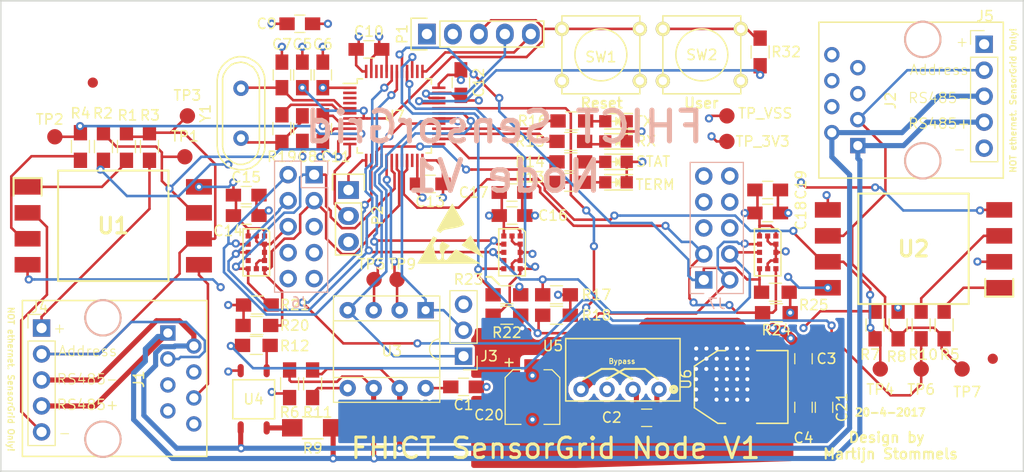
<source format=kicad_pcb>
(kicad_pcb (version 20170123) (host pcbnew no-vcs-found-01f5a12~58~ubuntu14.04.1)
  (layers (0 F.Cu signal) (1 In1.Cu power) (2 In2.Cu power) (31 B.Cu signal) (34 B.Paste user) (35 F.Paste user) (36 B.SilkS user) (37 F.SilkS user) (38 B.Mask user) (39 F.Mask user) (44 Edge.Cuts user))
  (net 0 "")
  (net 1 +3V3)
  (net 2 /RS485-)
  (net 3 /RS485+)
  (net 4 VSS)
  (net 5 /Microcontroller/UART1_TX)
  (net 6 /Microcontroller/UART1_DE)
  (net 7 /Microcontroller/UART1_RX)
  (net 8 "Net-(C3-Pad1)")
  (net 9 /Microcontroller/VL53L0X_B_XSHUT)
  (net 10 /sensors/I2C_CLK)
  (net 11 /Microcontroller/I2C_SDA)
  (net 12 /Microcontroller/VL53L0X_B_GPIO1)
  (net 13 /Microcontroller/VL53L0X_A_GPIO1)
  (net 14 /Microcontroller/VL53L0X_A_XSHUT)
  (net 15 /Microcontroller/VL53L0X_C_XSHUT)
  (net 16 /Microcontroller/VL53L0X_C_GPIO1)
  (net 17 /Microcontroller/LED_RX)
  (net 18 "Net-(D3-Pad2)")
  (net 19 "Net-(R10-Pad2)")
  (net 20 "Net-(D4-Pad2)")
  (net 21 /Microcontroller/LED_TX)
  (net 22 "Net-(C8-Pad2)")
  (net 23 "Net-(R19-Pad1)")
  (net 24 "Net-(J2-Pad3)")
  (net 25 +12V)
  (net 26 /ADDRESS_IN_B)
  (net 27 "Net-(R5-Pad2)")
  (net 28 "Net-(R4-Pad2)")
  (net 29 "Net-(J1-Pad3)")
  (net 30 /ADDRESS_IN_A)
  (net 31 "Net-(R1-Pad2)")
  (net 32 "Net-(D1-Pad2)")
  (net 33 /RS485_TERM_ENABLE)
  (net 34 "Net-(D2-Pad2)")
  (net 35 /Microcontroller/LED_STATUS)
  (net 36 /Microcontroller/SWD_CLK)
  (net 37 /Microcontroller/SWD_IO)
  (net 38 /Microcontroller/NRST)
  (net 39 /Microcontroller/UART2_TX)
  (net 40 /Microcontroller/UART2_RX)
  (net 41 GND)
  (net 42 "Net-(C7-Pad2)")
  (net 43 "Net-(R9-Pad1)")
  (net 44 "Net-(R12-Pad1)")
  (net 45 /ADDRESS_OUT_B)
  (net 46 /ADDRESS_OUT_A)
  (net 47 "Net-(R32-Pad1)")
  (net 48 /Microcontroller/BUTTON_USER)
  (net 49 /Microcontroller/UART1_RE)
  (net 50 "Net-(J6-Pad10)")
  (net 51 "Net-(J6-Pad9)")
  (net 52 "Net-(J6-Pad8)")
  (net 53 "Net-(J6-Pad7)")
  (net 54 "Net-(J7-Pad7)")
  (net 55 "Net-(J7-Pad8)")
  (net 56 "Net-(J7-Pad9)")
  (net 57 "Net-(J7-Pad10)")
  (net 58 "Net-(U7-Pad46)")
  (net 59 "Net-(U7-Pad45)")
  (net 60 "Net-(U7-Pad38)")
  (net 61 "Net-(U7-Pad25)")
  (net 62 "Net-(U7-Pad22)")
  (net 63 "Net-(U7-Pad20)")
  (net 64 "Net-(U7-Pad16)")
  (net 65 "Net-(U7-Pad4)")
  (net 66 "Net-(U7-Pad3)")
  (net 67 "Net-(U7-Pad2)")
  (net 68 "Net-(U8-Pad8)")
  (net 69 "Net-(U9-Pad8)")
  (net 70 "Net-(U10-Pad8)")
  (module Capacitors_SMD:C_0805_HandSoldering (layer F.Cu) (at 120.509678 79.754593 270)
    (fp_text reference C21 (at 0 -1.75 270) (layer F.SilkS))
    (fp_text value 100n)
    (pad 1 smd rect (at -1.25 0 270) (size 1.5 1.25) (layers F.Cu F.Paste F.Mask) (net 1 +3V3))
    (pad 2 smd rect (at 1.25 0 270) (size 1.5 1.25) (layers F.Cu F.Paste F.Mask) (net 4 VSS))
  )
  (module Resistors_SMD:R_0805_HandSoldering (layer F.Cu) (at 65 73.7 180)
    (fp_text reference R12 (at -3.75 -0.05 180) (layer F.SilkS))
    (fp_text value 1k)
    (pad 1 smd rect (at -1.35 0 180) (size 1.5 1.3) (layers F.Cu F.Paste F.Mask) (net 44 "Net-(R12-Pad1)"))
    (pad 2 smd rect (at 1.35 0 180) (size 1.5 1.3) (layers F.Cu F.Paste F.Mask) (net 33 /RS485_TERM_ENABLE))
  )
  (module Resistors_SMD:R_0805_HandSoldering (layer F.Cu) (at 95.75 53.75 180)
    (fp_text reference R15 (at 4 0 180) (layer F.SilkS))
    (fp_text value 470)
    (pad 1 smd rect (at -1.35 0 180) (size 1.5 1.3) (layers F.Cu F.Paste F.Mask) (net 18 "Net-(D3-Pad2)"))
    (pad 2 smd rect (at 1.35 0 180) (size 1.5 1.3) (layers F.Cu F.Paste F.Mask) (net 17 /Microcontroller/LED_RX))
  )
  (module Capacitors_SMD:C_0805_HandSoldering (layer F.Cu) (at 85 48 270)
    (fp_text reference C12 (at 0 -1.75 270) (layer F.SilkS))
    (fp_text value 100n)
    (pad 1 smd rect (at -1.25 0 270) (size 1.5 1.25) (layers F.Cu F.Paste F.Mask) (net 1 +3V3))
    (pad 2 smd rect (at 1.25 0 270) (size 1.5 1.25) (layers F.Cu F.Paste F.Mask) (net 4 VSS))
  )
  (module Resistors_SMD:R_0805_HandSoldering (layer F.Cu) (at 67.5 52.5 270)
    (fp_text reference R19 (at 2.75 0) (layer F.SilkS))
    (fp_text value 220)
    (pad 1 smd rect (at -1.35 0 270) (size 1.5 1.3) (layers F.Cu F.Paste F.Mask) (net 23 "Net-(R19-Pad1)"))
    (pad 2 smd rect (at 1.35 0 270) (size 1.5 1.3) (layers F.Cu F.Paste F.Mask) (net 22 "Net-(C8-Pad2)"))
  )
  (module CRE1S:CRE1S (layer F.Cu) (at 100.56 78 180)
    (fp_text reference U5 (at 6.56 4.25 180) (layer F.SilkS))
    (fp_text value CRE1S1205SC)
    (pad 1 thru_hole circle (at -3.81 0 180) (size 1.5 1.5) (drill 0.8) (layers *.Cu *.Mask) (net 41 GND))
    (pad 2 thru_hole circle (at -1.27 0 180) (size 1.5 1.5) (drill 0.8) (layers *.Cu *.Mask) (net 25 +12V))
    (pad 3 thru_hole circle (at 1.27 0 180) (size 1.5 1.5) (drill 0.8) (layers *.Cu *.Mask) (net 4 VSS))
    (pad 4 thru_hole circle (at 3.81 0 180) (size 1.5 1.5) (drill 0.8) (layers *.Cu *.Mask) (net 8 "Net-(C3-Pad1)"))
  )
  (module Symbols:ESD-Logo_6.6x6mm_SilkScreen (layer F.Cu) (at 84 62.75)
    (fp_text reference REF*** hide)
    (fp_text value ESD-Logo_6.6x6mm_SilkScreen hide)
  )
  (module Capacitors_SMD:CP_Elec_5x5.7 (layer F.Cu) (at 92 78.75 270)
    (fp_text reference C20 (at 1.75 4.25) (layer F.SilkS))
    (fp_text value NM)
    (fp_text user + (at -3.38 2.36 270) (layer F.SilkS))
    (pad 2 smd rect (at 2.2 0 90) (size 3 1.6) (layers F.Cu F.Paste F.Mask) (net 41 GND))
    (pad 1 smd rect (at -2.2 0 90) (size 3 1.6) (layers F.Cu F.Paste F.Mask) (net 25 +12V))
  )
  (module Pin_Headers:Pin_Header_Straight_2x05_Pitch2.54mm (layer B.Cu) (at 108.75 67.294593)
    (fp_text reference J7 (at 1.27 2.33) (layer B.SilkS) (effects (justify mirror)))
    (fp_text value CONN_SAT_B)
    (pad 1 thru_hole rect (at 0 0) (size 1.7 1.7) (drill 1) (layers *.Cu *.Mask) (net 16 /Microcontroller/VL53L0X_C_GPIO1))
    (pad 2 thru_hole oval (at 2.54 0) (size 1.7 1.7) (drill 1) (layers *.Cu *.Mask) (net 10 /sensors/I2C_CLK))
    (pad 3 thru_hole oval (at 0 -2.54) (size 1.7 1.7) (drill 1) (layers *.Cu *.Mask) (net 15 /Microcontroller/VL53L0X_C_XSHUT))
    (pad 4 thru_hole oval (at 2.54 -2.54) (size 1.7 1.7) (drill 1) (layers *.Cu *.Mask) (net 11 /Microcontroller/I2C_SDA))
    (pad 5 thru_hole oval (at 0 -5.08) (size 1.7 1.7) (drill 1) (layers *.Cu *.Mask) (net 1 +3V3))
    (pad 6 thru_hole oval (at 2.54 -5.08) (size 1.7 1.7) (drill 1) (layers *.Cu *.Mask) (net 4 VSS))
    (pad 7 thru_hole oval (at 0 -7.62) (size 1.7 1.7) (drill 1) (layers *.Cu *.Mask) (net 54 "Net-(J7-Pad7)"))
    (pad 8 thru_hole oval (at 2.54 -7.62) (size 1.7 1.7) (drill 1) (layers *.Cu *.Mask) (net 55 "Net-(J7-Pad8)"))
    (pad 9 thru_hole oval (at 0 -10.16) (size 1.7 1.7) (drill 1) (layers *.Cu *.Mask) (net 56 "Net-(J7-Pad9)"))
    (pad 10 thru_hole oval (at 2.54 -10.16) (size 1.7 1.7) (drill 1) (layers *.Cu *.Mask) (net 57 "Net-(J7-Pad10)"))
  )
  (module Mounting_Holes:MountingHole_3mm (layer F.Cu) (at 102.009678 66.004593)
    (fp_text reference REF** hide)
    (fp_text value MountingHole_3mm)
    (pad 1 np_thru_hole circle (at 0 0) (size 3 3) (drill 3) (layers *.Cu *.Mask))
  )
  (module Mounting_Holes:MountingHole_3mm (layer F.Cu) (at 136.009678 82.004593)
    (fp_text reference REF** hide)
    (fp_text value MountingHole_3mm)
    (pad 1 np_thru_hole circle (at 0 0) (size 3 3) (drill 3) (layers *.Cu *.Mask))
  )
  (module Mounting_Holes:MountingHole_3mm (layer F.Cu) (at 44.009678 44.004593)
    (fp_text reference REF** hide)
    (fp_text value MountingHole_3mm)
    (pad 1 np_thru_hole circle (at 0 0) (size 3 3) (drill 3) (layers *.Cu *.Mask))
  )
  (module Fiducials:Fiducial_1mm_Dia_2.54mm_Outer_CopperTop (layer F.Cu) (at 137.009678 75.004593)
    (fp_text reference REF** hide)
    (fp_text value Fiducial_1mm_Dia_2.54mm_Outer_CopperTop)
    (pad ~ smd circle (at 0 0) (size 1 1) (layers F.Cu F.Mask) (clearance 0.77))
  )
  (module Fiducials:Fiducial_1mm_Dia_2.54mm_Outer_CopperTop (layer F.Cu) (at 49.009678 48.004593)
    (fp_text reference REF** hide)
    (fp_text value Fiducial_1mm_Dia_2.54mm_Outer_CopperTop)
    (pad ~ smd circle (at 0 0) (size 1 1) (layers F.Cu F.Mask) (clearance 0.77))
  )
  (module Pin_Headers:Pin_Header_Straight_2x05_Pitch2.54mm (layer B.Cu) (at 70.649678 57.004593 180)
    (fp_text reference J6 (at 1.399678 -12.495407 180) (layer B.SilkS) (effects (justify mirror)))
    (fp_text value CONN_SAT_A hide)
    (pad 10 thru_hole oval (at 2.54 -10.16 180) (size 1.7 1.7) (drill 1) (layers *.Cu *.Mask) (net 50 "Net-(J6-Pad10)"))
    (pad 9 thru_hole oval (at 0 -10.16 180) (size 1.7 1.7) (drill 1) (layers *.Cu *.Mask) (net 51 "Net-(J6-Pad9)"))
    (pad 8 thru_hole oval (at 2.54 -7.62 180) (size 1.7 1.7) (drill 1) (layers *.Cu *.Mask) (net 52 "Net-(J6-Pad8)"))
    (pad 7 thru_hole oval (at 0 -7.62 180) (size 1.7 1.7) (drill 1) (layers *.Cu *.Mask) (net 53 "Net-(J6-Pad7)"))
    (pad 6 thru_hole oval (at 2.54 -5.08 180) (size 1.7 1.7) (drill 1) (layers *.Cu *.Mask) (net 4 VSS))
    (pad 5 thru_hole oval (at 0 -5.08 180) (size 1.7 1.7) (drill 1) (layers *.Cu *.Mask) (net 1 +3V3))
    (pad 4 thru_hole oval (at 2.54 -2.54 180) (size 1.7 1.7) (drill 1) (layers *.Cu *.Mask) (net 11 /Microcontroller/I2C_SDA))
    (pad 3 thru_hole oval (at 0 -2.54 180) (size 1.7 1.7) (drill 1) (layers *.Cu *.Mask) (net 14 /Microcontroller/VL53L0X_A_XSHUT))
    (pad 2 thru_hole oval (at 2.54 0 180) (size 1.7 1.7) (drill 1) (layers *.Cu *.Mask) (net 10 /sensors/I2C_CLK))
    (pad 1 thru_hole rect (at 0 0 180) (size 1.7 1.7) (drill 1) (layers *.Cu *.Mask) (net 13 /Microcontroller/VL53L0X_A_GPIO1))
  )
  (module Measurement_Points:Measurement_Point_Round-SMD-Pad_Small (layer F.Cu) (at 76.509678 67.254593)
    (fp_text reference TP5 (at -0.25 -1.5) (layer F.SilkS))
    (fp_text value TP_UART1_DE)
    (pad 1 smd circle (at 0 0) (size 1.5 1.5) (layers F.Cu F.Mask) (net 6 /Microcontroller/UART1_DE))
  )
  (module Measurement_Points:Measurement_Point_Round-SMD-Pad_Small (layer F.Cu) (at 78.759678 67.254593)
    (fp_text reference TP9 (at 0.5 -1.5) (layer F.SilkS))
    (fp_text value TP_UART1_RE)
    (pad 1 smd circle (at 0 0) (size 1.5 1.5) (layers F.Cu F.Mask) (net 49 /Microcontroller/UART1_RE))
  )
  (module Pin_Headers:Pin_Header_Straight_1x03_Pitch2.54mm (layer F.Cu) (at 85.259678 74.754593 180)
    (fp_text reference J3 (at -2.5 0 180) (layer F.SilkS))
    (fp_text value CONN_UART1)
    (pad 3 thru_hole oval (at 0 5.08 180) (size 1.7 1.7) (drill 1) (layers *.Cu *.Mask) (net 4 VSS))
    (pad 2 thru_hole oval (at 0 2.54 180) (size 1.7 1.7) (drill 1) (layers *.Cu *.Mask) (net 7 /Microcontroller/UART1_RX))
    (pad 1 thru_hole rect (at 0 0 180) (size 1.7 1.7) (drill 1) (layers *.Cu *.Mask) (net 5 /Microcontroller/UART1_TX))
  )
  (module modlib:SOP8 (layer F.Cu) (at 51.009678 62.004593 270)
    (fp_text reference U1 (at 0 0) (layer F.SilkS) (effects (font (thickness 0.3048))))
    (fp_text value LTV-207 hide)
    (pad 1 smd rect (at -3.80746 8.37946 90) (size 1.51892 2.53746) (layers F.Cu F.Paste F.Mask) (net 31 "Net-(R1-Pad2)"))
    (pad 2 smd rect (at -1.26746 8.37946 90) (size 1.51892 2.53746) (layers F.Cu F.Paste F.Mask) (net 41 GND))
    (pad 3 smd rect (at 1.26746 8.37946 90) (size 1.51892 2.53746) (layers F.Cu F.Paste F.Mask) (net 28 "Net-(R4-Pad2)"))
    (pad 4 smd rect (at 3.80746 8.37946 90) (size 1.51892 2.53746) (layers F.Cu F.Paste F.Mask) (net 4 VSS))
    (pad 5 smd rect (at 3.80746 -8.37946 270) (size 1.51892 2.53746) (layers F.Cu F.Paste F.Mask) (net 41 GND))
    (pad 6 smd rect (at 1.26746 -8.37946 270) (size 1.51892 2.53746) (layers F.Cu F.Paste F.Mask) (net 29 "Net-(J1-Pad3)"))
    (pad 7 smd rect (at -1.26746 -8.37946 270) (size 1.51892 2.53746) (layers F.Cu F.Paste F.Mask) (net 30 /ADDRESS_IN_A))
    (pad 8 smd rect (at -3.80746 -8.37946 270) (size 1.51892 2.53746) (layers F.Cu F.Paste F.Mask) (net 1 +3V3))
  )
  (module Pin_Headers:Pin_Header_Straight_1x03 (layer F.Cu) (at 74.009678 58.504593)
    (fp_text reference P2 (at 2.845625 2.479496 -270) (layer F.SilkS))
    (fp_text value CONN_DEBUG)
    (pad 3 thru_hole oval (at 0 5.08) (size 2.032 1.7272) (drill 1.016) (layers *.Cu *.Mask) (net 4 VSS))
    (pad 2 thru_hole oval (at 0 2.54) (size 2.032 1.7272) (drill 1.016) (layers *.Cu *.Mask) (net 39 /Microcontroller/UART2_TX))
    (pad 1 thru_hole rect (at 0 0) (size 2.032 1.7272) (drill 1.016) (layers *.Cu *.Mask) (net 40 /Microcontroller/UART2_RX))
  )
  (module Housings_QFP:LQFP-48_7x7mm_Pitch0.5mm (layer F.Cu) (at 78.489174 51.258968)
    (fp_text reference U7 (at 0.010826 -0.008968) (layer F.SilkS))
    (fp_text value STM32F100C8Tx)
    (pad 48 smd rect (at -2.75 -4.35 90) (size 1.3 0.25) (layers F.Cu F.Paste F.Mask) (net 1 +3V3))
    (pad 47 smd rect (at -2.25 -4.35 90) (size 1.3 0.25) (layers F.Cu F.Paste F.Mask) (net 4 VSS))
    (pad 46 smd rect (at -1.75 -4.35 90) (size 1.3 0.25) (layers F.Cu F.Paste F.Mask) (net 58 "Net-(U7-Pad46)"))
    (pad 45 smd rect (at -1.25 -4.35 90) (size 1.3 0.25) (layers F.Cu F.Paste F.Mask) (net 59 "Net-(U7-Pad45)"))
    (pad 44 smd rect (at -0.75 -4.35 90) (size 1.3 0.25) (layers F.Cu F.Paste F.Mask) (net 4 VSS))
    (pad 43 smd rect (at -0.25 -4.35 90) (size 1.3 0.25) (layers F.Cu F.Paste F.Mask) (net 11 /Microcontroller/I2C_SDA))
    (pad 42 smd rect (at 0.25 -4.35 90) (size 1.3 0.25) (layers F.Cu F.Paste F.Mask) (net 10 /sensors/I2C_CLK))
    (pad 41 smd rect (at 0.75 -4.35 90) (size 1.3 0.25) (layers F.Cu F.Paste F.Mask) (net 16 /Microcontroller/VL53L0X_C_GPIO1))
    (pad 40 smd rect (at 1.25 -4.35 90) (size 1.3 0.25) (layers F.Cu F.Paste F.Mask) (net 9 /Microcontroller/VL53L0X_B_XSHUT))
    (pad 39 smd rect (at 1.75 -4.35 90) (size 1.3 0.25) (layers F.Cu F.Paste F.Mask) (net 12 /Microcontroller/VL53L0X_B_GPIO1))
    (pad 38 smd rect (at 2.25 -4.35 90) (size 1.3 0.25) (layers F.Cu F.Paste F.Mask) (net 60 "Net-(U7-Pad38)"))
    (pad 37 smd rect (at 2.75 -4.35 90) (size 1.3 0.25) (layers F.Cu F.Paste F.Mask) (net 36 /Microcontroller/SWD_CLK))
    (pad 36 smd rect (at 4.35 -2.75) (size 1.3 0.25) (layers F.Cu F.Paste F.Mask) (net 1 +3V3))
    (pad 35 smd rect (at 4.35 -2.25) (size 1.3 0.25) (layers F.Cu F.Paste F.Mask) (net 4 VSS))
    (pad 34 smd rect (at 4.35 -1.75) (size 1.3 0.25) (layers F.Cu F.Paste F.Mask) (net 37 /Microcontroller/SWD_IO))
    (pad 33 smd rect (at 4.35 -1.25) (size 1.3 0.25) (layers F.Cu F.Paste F.Mask) (net 48 /Microcontroller/BUTTON_USER))
    (pad 32 smd rect (at 4.35 -0.75) (size 1.3 0.25) (layers F.Cu F.Paste F.Mask) (net 33 /RS485_TERM_ENABLE))
    (pad 31 smd rect (at 4.35 -0.25) (size 1.3 0.25) (layers F.Cu F.Paste F.Mask) (net 7 /Microcontroller/UART1_RX))
    (pad 30 smd rect (at 4.35 0.25) (size 1.3 0.25) (layers F.Cu F.Paste F.Mask) (net 5 /Microcontroller/UART1_TX))
    (pad 29 smd rect (at 4.35 0.75) (size 1.3 0.25) (layers F.Cu F.Paste F.Mask) (net 6 /Microcontroller/UART1_DE))
    (pad 28 smd rect (at 4.35 1.25) (size 1.3 0.25) (layers F.Cu F.Paste F.Mask) (net 21 /Microcontroller/LED_TX))
    (pad 27 smd rect (at 4.35 1.75) (size 1.3 0.25) (layers F.Cu F.Paste F.Mask) (net 17 /Microcontroller/LED_RX))
    (pad 26 smd rect (at 4.35 2.25) (size 1.3 0.25) (layers F.Cu F.Paste F.Mask) (net 35 /Microcontroller/LED_STATUS))
    (pad 25 smd rect (at 4.35 2.75) (size 1.3 0.25) (layers F.Cu F.Paste F.Mask) (net 61 "Net-(U7-Pad25)"))
    (pad 24 smd rect (at 2.75 4.35 90) (size 1.3 0.25) (layers F.Cu F.Paste F.Mask) (net 1 +3V3))
    (pad 23 smd rect (at 2.25 4.35 90) (size 1.3 0.25) (layers F.Cu F.Paste F.Mask) (net 4 VSS))
    (pad 22 smd rect (at 1.75 4.35 90) (size 1.3 0.25) (layers F.Cu F.Paste F.Mask) (net 62 "Net-(U7-Pad22)"))
    (pad 21 smd rect (at 1.25 4.35 90) (size 1.3 0.25) (layers F.Cu F.Paste F.Mask) (net 15 /Microcontroller/VL53L0X_C_XSHUT))
    (pad 20 smd rect (at 0.75 4.35 90) (size 1.3 0.25) (layers F.Cu F.Paste F.Mask) (net 63 "Net-(U7-Pad20)"))
    (pad 19 smd rect (at 0.25 4.35 90) (size 1.3 0.25) (layers F.Cu F.Paste F.Mask) (net 14 /Microcontroller/VL53L0X_A_XSHUT))
    (pad 18 smd rect (at -0.25 4.35 90) (size 1.3 0.25) (layers F.Cu F.Paste F.Mask) (net 13 /Microcontroller/VL53L0X_A_GPIO1))
    (pad 17 smd rect (at -0.75 4.35 90) (size 1.3 0.25) (layers F.Cu F.Paste F.Mask) (net 49 /Microcontroller/UART1_RE))
    (pad 16 smd rect (at -1.25 4.35 90) (size 1.3 0.25) (layers F.Cu F.Paste F.Mask) (net 64 "Net-(U7-Pad16)"))
    (pad 15 smd rect (at -1.75 4.35 90) (size 1.3 0.25) (layers F.Cu F.Paste F.Mask) (net 26 /ADDRESS_IN_B))
    (pad 14 smd rect (at -2.25 4.35 90) (size 1.3 0.25) (layers F.Cu F.Paste F.Mask) (net 45 /ADDRESS_OUT_B))
    (pad 13 smd rect (at -2.75 4.35 90) (size 1.3 0.25) (layers F.Cu F.Paste F.Mask) (net 40 /Microcontroller/UART2_RX))
    (pad 12 smd rect (at -4.35 2.75) (size 1.3 0.25) (layers F.Cu F.Paste F.Mask) (net 39 /Microcontroller/UART2_TX))
    (pad 11 smd rect (at -4.35 2.25) (size 1.3 0.25) (layers F.Cu F.Paste F.Mask) (net 30 /ADDRESS_IN_A))
    (pad 10 smd rect (at -4.35 1.75) (size 1.3 0.25) (layers F.Cu F.Paste F.Mask) (net 46 /ADDRESS_OUT_A))
    (pad 9 smd rect (at -4.35 1.25) (size 1.3 0.25) (layers F.Cu F.Paste F.Mask) (net 1 +3V3))
    (pad 8 smd rect (at -4.35 0.75) (size 1.3 0.25) (layers F.Cu F.Paste F.Mask) (net 4 VSS))
    (pad 7 smd rect (at -4.35 0.25) (size 1.3 0.25) (layers F.Cu F.Paste F.Mask) (net 38 /Microcontroller/NRST))
    (pad 6 smd rect (at -4.35 -0.25) (size 1.3 0.25) (layers F.Cu F.Paste F.Mask) (net 23 "Net-(R19-Pad1)"))
    (pad 5 smd rect (at -4.35 -0.75) (size 1.3 0.25) (layers F.Cu F.Paste F.Mask) (net 42 "Net-(C7-Pad2)"))
    (pad 4 smd rect (at -4.35 -1.25) (size 1.3 0.25) (layers F.Cu F.Paste F.Mask) (net 65 "Net-(U7-Pad4)"))
    (pad 3 smd rect (at -4.35 -1.75) (size 1.3 0.25) (layers F.Cu F.Paste F.Mask) (net 66 "Net-(U7-Pad3)"))
    (pad 2 smd rect (at -4.35 -2.25) (size 1.3 0.25) (layers F.Cu F.Paste F.Mask) (net 67 "Net-(U7-Pad2)"))
    (pad 1 smd rect (at -4.35 -2.75) (size 1.3 0.25) (layers F.Cu F.Paste F.Mask) (net 1 +3V3))
  )
  (module Crystals:Crystal_HC49-U_Vertical (layer F.Cu) (at 63.5 51 90)
    (fp_text reference Y1 (at 0 -3.479496 90) (layer F.SilkS))
    (fp_text value CRYSTAL_8MHz)
    (pad 2 thru_hole circle (at 2.44094 0 90) (size 1.50114 1.50114) (drill 0.8001) (layers *.Cu *.Mask) (net 42 "Net-(C7-Pad2)"))
    (pad 1 thru_hole circle (at -2.44094 0 90) (size 1.50114 1.50114) (drill 0.8001) (layers *.Cu *.Mask) (net 22 "Net-(C8-Pad2)"))
  )
  (module Socket_Strips:Socket_Strip_Straight_1x05_Pitch2.54mm (layer F.Cu) (at 44 72)
    (fp_text reference J4 (at -0.2 -2) (layer F.SilkS))
    (fp_text value CONN_A)
    (pad 1 thru_hole rect (at 0 0) (size 1.7 1.7) (drill 1) (layers *.Cu *.Mask) (net 25 +12V))
    (pad 2 thru_hole oval (at 0 2.54) (size 1.7 1.7) (drill 1) (layers *.Cu *.Mask) (net 29 "Net-(J1-Pad3)"))
    (pad 3 thru_hole oval (at 0 5.08) (size 1.7 1.7) (drill 1) (layers *.Cu *.Mask) (net 2 /RS485-))
    (pad 4 thru_hole oval (at 0 7.62) (size 1.7 1.7) (drill 1) (layers *.Cu *.Mask) (net 3 /RS485+))
    (pad 5 thru_hole oval (at 0 10.16) (size 1.7 1.7) (drill 1) (layers *.Cu *.Mask) (net 41 GND))
  )
  (module Socket_Strips:Socket_Strip_Straight_1x05_Pitch2.54mm (layer F.Cu) (at 136.163821 44.25)
    (fp_text reference J5 (at 0.095857 -2.745407) (layer F.SilkS))
    (fp_text value CONN_B)
    (pad 5 thru_hole oval (at 0 10.16) (size 1.7 1.7) (drill 1) (layers *.Cu *.Mask) (net 41 GND))
    (pad 4 thru_hole oval (at 0 7.62) (size 1.7 1.7) (drill 1) (layers *.Cu *.Mask) (net 3 /RS485+))
    (pad 3 thru_hole oval (at 0 5.08) (size 1.7 1.7) (drill 1) (layers *.Cu *.Mask) (net 2 /RS485-))
    (pad 2 thru_hole oval (at 0 2.54) (size 1.7 1.7) (drill 1) (layers *.Cu *.Mask) (net 24 "Net-(J2-Pad3)"))
    (pad 1 thru_hole rect (at 0 0) (size 1.7 1.7) (drill 1) (layers *.Cu *.Mask) (net 25 +12V))
  )
  (module Buttons_Switches_ThroughHole:SW_PUSH_SMALL (layer F.Cu) (at 98.69 45.29)
    (fp_text reference SW1 (at 0 0.21) (layer F.SilkS))
    (fp_text value SW_RESET)
    (pad 2 thru_hole circle (at -3.81 2.54) (size 1.397 1.397) (drill 0.8128) (layers *.Cu *.Mask F.SilkS) (net 4 VSS))
    (pad 1 thru_hole circle (at -3.81 -2.54) (size 1.397 1.397) (drill 0.8128) (layers *.Cu *.Mask F.SilkS) (net 38 /Microcontroller/NRST))
    (pad 2 thru_hole circle (at 3.81 2.54) (size 1.397 1.397) (drill 0.8128) (layers *.Cu *.Mask F.SilkS) (net 4 VSS))
    (pad 1 thru_hole circle (at 3.81 -2.54) (size 1.397 1.397) (drill 0.8128) (layers *.Cu *.Mask F.SilkS) (net 38 /Microcontroller/NRST))
  )
  (module Buttons_Switches_ThroughHole:SW_PUSH_SMALL (layer F.Cu) (at 108.56 45.29)
    (fp_text reference SW2 (at 0 0) (layer F.SilkS))
    (fp_text value SW_USER)
    (pad 1 thru_hole circle (at 3.81 -2.54) (size 1.397 1.397) (drill 0.8128) (layers *.Cu *.Mask F.SilkS) (net 47 "Net-(R32-Pad1)"))
    (pad 2 thru_hole circle (at 3.81 2.54) (size 1.397 1.397) (drill 0.8128) (layers *.Cu *.Mask F.SilkS) (net 4 VSS))
    (pad 1 thru_hole circle (at -3.81 -2.54) (size 1.397 1.397) (drill 0.8128) (layers *.Cu *.Mask F.SilkS) (net 47 "Net-(R32-Pad1)"))
    (pad 2 thru_hole circle (at -3.81 2.54) (size 1.397 1.397) (drill 0.8128) (layers *.Cu *.Mask F.SilkS) (net 4 VSS))
  )
  (module Measurement_Points:Measurement_Point_Round-SMD-Pad_Small (layer F.Cu) (at 111.009678 53.754593)
    (fp_text reference TP_3V3 (at 3.5 0) (layer F.SilkS))
    (fp_text value TP_3.3v)
    (pad 1 smd circle (at 0 0) (size 1.5 1.5) (layers F.Cu F.Mask) (net 1 +3V3))
  )
  (module Measurement_Points:Measurement_Point_Round-SMD-Pad_Small (layer F.Cu) (at 134.009678 76.004593)
    (fp_text reference TP7 (at 0.5 2.25) (layer F.SilkS))
    (fp_text value TP_ADDRESS_B)
    (pad 1 smd circle (at 0 0) (size 1.5 1.5) (layers F.Cu F.Mask) (net 24 "Net-(J2-Pad3)"))
  )
  (module Measurement_Points:Measurement_Point_Round-SMD-Pad_Small (layer F.Cu) (at 58.009678 55.254593)
    (fp_text reference TP1 (at 0 -2) (layer F.SilkS))
    (fp_text value TP_ADDRESS_IN_A)
    (pad 1 smd circle (at 0 0) (size 1.5 1.5) (layers F.Cu F.Mask) (net 30 /ADDRESS_IN_A))
  )
  (module Measurement_Points:Measurement_Point_Round-SMD-Pad_Small (layer F.Cu) (at 45.3 53.3 90)
    (fp_text reference TP2 (at 1.7 -0.5 180) (layer F.SilkS))
    (fp_text value TP_ADDRESS_OUT_A)
    (pad 1 smd circle (at 0 0 90) (size 1.5 1.5) (layers F.Cu F.Mask) (net 46 /ADDRESS_OUT_A))
  )
  (module Measurement_Points:Measurement_Point_Round-SMD-Pad_Small (layer F.Cu) (at 58.259678 51.254593)
    (fp_text reference TP3 (at 0 -2) (layer F.SilkS))
    (fp_text value TP_ADDRESS_A)
    (pad 1 smd circle (at 0 0) (size 1.5 1.5) (layers F.Cu F.Mask) (net 29 "Net-(J1-Pad3)"))
  )
  (module Measurement_Points:Measurement_Point_Round-SMD-Pad_Small (layer F.Cu) (at 126.009678 76.004593)
    (fp_text reference TP4 (at 0 2) (layer F.SilkS))
    (fp_text value TP_ADDRESS_IN_B)
    (pad 1 smd circle (at 0 0) (size 1.5 1.5) (layers F.Cu F.Mask) (net 26 /ADDRESS_IN_B))
  )
  (module Measurement_Points:Measurement_Point_Round-SMD-Pad_Small (layer F.Cu) (at 130.009678 76.004593)
    (fp_text reference TP6 (at 0 2) (layer F.SilkS))
    (fp_text value TP_ADDRESS_OUT_B)
    (pad 1 smd circle (at 0 0) (size 1.5 1.5) (layers F.Cu F.Mask) (net 45 /ADDRESS_OUT_B))
  )
  (module modlib:SOP8 (layer F.Cu) (at 129.259678 64.254593 90)
    (fp_text reference U2 (at 0 0 180) (layer F.SilkS) (effects (font (thickness 0.3048))))
    (fp_text value LTV-207 hide)
    (pad 8 smd rect (at -3.80746 -8.37946 90) (size 1.51892 2.53746) (layers F.Cu F.Paste F.Mask) (net 1 +3V3))
    (pad 7 smd rect (at -1.26746 -8.37946 90) (size 1.51892 2.53746) (layers F.Cu F.Paste F.Mask) (net 26 /ADDRESS_IN_B))
    (pad 6 smd rect (at 1.26746 -8.37946 90) (size 1.51892 2.53746) (layers F.Cu F.Paste F.Mask) (net 24 "Net-(J2-Pad3)"))
    (pad 5 smd rect (at 3.80746 -8.37946 90) (size 1.51892 2.53746) (layers F.Cu F.Paste F.Mask) (net 41 GND))
    (pad 4 smd rect (at 3.80746 8.37946 270) (size 1.51892 2.53746) (layers F.Cu F.Paste F.Mask) (net 4 VSS))
    (pad 3 smd rect (at 1.26746 8.37946 270) (size 1.51892 2.53746) (layers F.Cu F.Paste F.Mask) (net 19 "Net-(R10-Pad2)"))
    (pad 2 smd rect (at -1.26746 8.37946 270) (size 1.51892 2.53746) (layers F.Cu F.Paste F.Mask) (net 41 GND))
    (pad 1 smd rect (at -3.80746 8.37946 270) (size 1.51892 2.53746) (layers F.Cu F.Paste F.Mask) (net 27 "Net-(R5-Pad2)"))
  )
  (module modlib:CPC1017N (layer F.Cu) (at 64.739678 78.964496 180)
    (fp_text reference U4 (at 0 0 180) (layer F.SilkS))
    (fp_text value CPC1017N)
    (pad 1 smd oval (at -1.27 2.8 180) (size 0.6 1.3) (layers F.Cu F.Paste F.Mask) (net 44 "Net-(R12-Pad1)"))
    (pad 2 smd oval (at 1.27 2.8 180) (size 0.6 1.3) (layers F.Cu F.Paste F.Mask) (net 4 VSS))
    (pad 4 smd oval (at -1.27 -2.8 180) (size 0.6 1.3) (layers F.Cu F.Paste F.Mask) (net 43 "Net-(R9-Pad1)"))
    (pad 3 smd oval (at 1.27 -2.8 180) (size 0.6 1.3) (layers F.Cu F.Paste F.Mask) (net 2 /RS485-))
  )
  (module Connect:RJ45_8 (layer F.Cu) (at 130.163821 49.716774 90)
    (fp_text reference J2 (at -0.037819 -3.154143 90) (layer F.SilkS))
    (fp_text value RJ45_B)
    (pad Hole np_thru_hole circle (at 5.93852 0 90) (size 3.64998 3.64998) (drill 3.2512) (layers *.Cu *.SilkS *.Mask))
    (pad Hole np_thru_hole circle (at -5.9309 0 90) (size 3.64998 3.64998) (drill 3.2512) (layers *.Cu *.SilkS *.Mask))
    (pad 1 thru_hole rect (at -4.445 -6.35 90) (size 1.50114 1.50114) (drill 0.89916) (layers *.Cu *.Mask) (net 3 /RS485+))
    (pad 2 thru_hole circle (at -3.175 -8.89 90) (size 1.50114 1.50114) (drill 0.89916) (layers *.Cu *.Mask) (net 2 /RS485-))
    (pad 3 thru_hole circle (at -1.905 -6.35 90) (size 1.50114 1.50114) (drill 0.89916) (layers *.Cu *.Mask) (net 24 "Net-(J2-Pad3)"))
    (pad 4 thru_hole circle (at -0.635 -8.89 90) (size 1.50114 1.50114) (drill 0.89916) (layers *.Cu *.Mask) (net 25 +12V))
    (pad 5 thru_hole circle (at 0.635 -6.35 90) (size 1.50114 1.50114) (drill 0.89916) (layers *.Cu *.Mask) (net 25 +12V))
    (pad 6 thru_hole circle (at 1.905 -8.89 90) (size 1.50114 1.50114) (drill 0.89916) (layers *.Cu *.Mask) (net 41 GND))
    (pad 7 thru_hole circle (at 3.175 -6.35 90) (size 1.50114 1.50114) (drill 0.89916) (layers *.Cu *.Mask) (net 41 GND))
    (pad 8 thru_hole circle (at 4.445 -8.89 90) (size 1.50114 1.50114) (drill 0.89916) (layers *.Cu *.Mask) (net 41 GND))
  )
  (module TO_SOT_Packages_SMD:SOT-223 (layer F.Cu) (at 112.403719 77.761079 90)
    (fp_text reference U6 (at 0.756486 -5.394041 90) (layer F.SilkS))
    (fp_text value LD1117S33CTR)
    (pad 1 smd rect (at -2.286 3.302 90) (size 1.016 2.032) (layers F.Cu F.Paste F.Mask) (net 4 VSS))
    (pad 3 smd rect (at 2.286 3.302 90) (size 1.016 2.032) (layers F.Cu F.Paste F.Mask) (net 8 "Net-(C3-Pad1)"))
    (pad 2 smd rect (at 0 3.302 90) (size 1.016 2.032) (layers F.Cu F.Paste F.Mask) (net 1 +3V3))
    (pad 4 smd rect (at 0 -3.302 90) (size 3.6576 2.032) (layers F.Cu F.Paste F.Mask) (net 1 +3V3))
  )
  (module Connect:RJ45_8 (layer F.Cu) (at 50 76.9309 270)
    (fp_text reference J1 (at 0.073693 -3.509678 270) (layer F.SilkS))
    (fp_text value RJ45_A)
    (pad 8 thru_hole circle (at 4.445 -8.89 270) (size 1.50114 1.50114) (drill 0.89916) (layers *.Cu *.Mask) (net 41 GND))
    (pad 7 thru_hole circle (at 3.175 -6.35 270) (size 1.50114 1.50114) (drill 0.89916) (layers *.Cu *.Mask) (net 41 GND))
    (pad 6 thru_hole circle (at 1.905 -8.89 270) (size 1.50114 1.50114) (drill 0.89916) (layers *.Cu *.Mask) (net 41 GND))
    (pad 5 thru_hole circle (at 0.635 -6.35 270) (size 1.50114 1.50114) (drill 0.89916) (layers *.Cu *.Mask) (net 25 +12V))
    (pad 4 thru_hole circle (at -0.635 -8.89 270) (size 1.50114 1.50114) (drill 0.89916) (layers *.Cu *.Mask) (net 25 +12V))
    (pad 3 thru_hole circle (at -1.905 -6.35 270) (size 1.50114 1.50114) (drill 0.89916) (layers *.Cu *.Mask) (net 29 "Net-(J1-Pad3)"))
    (pad 2 thru_hole circle (at -3.175 -8.89 270) (size 1.50114 1.50114) (drill 0.89916) (layers *.Cu *.Mask) (net 2 /RS485-))
    (pad 1 thru_hole rect (at -4.445 -6.35 270) (size 1.50114 1.50114) (drill 0.89916) (layers *.Cu *.Mask) (net 3 /RS485+))
    (pad Hole np_thru_hole circle (at -5.9309 0 270) (size 3.64998 3.64998) (drill 3.2512) (layers *.Cu *.SilkS *.Mask))
    (pad Hole np_thru_hole circle (at 5.93852 0 270) (size 3.64998 3.64998) (drill 3.2512) (layers *.Cu *.SilkS *.Mask))
  )
  (module LEDs:LED_0805 (layer F.Cu) (at 100.168344 53.75 180)
    (fp_text reference D3 hide)
    (fp_text value RX (at -2.931656 0.026469 180) (layer F.SilkS))
    (pad 2 smd rect (at 1.04902 0) (size 1.19888 1.19888) (layers F.Cu F.Paste F.Mask) (net 18 "Net-(D3-Pad2)"))
    (pad 1 smd rect (at -1.04902 0) (size 1.19888 1.19888) (layers F.Cu F.Paste F.Mask) (net 4 VSS))
  )
  (module LEDs:LED_0805 (layer F.Cu) (at 100.168344 51.781062 180)
    (fp_text reference D4 hide)
    (fp_text value TX (at -2.731656 -0.018938 180) (layer F.SilkS))
    (pad 1 smd rect (at -1.04902 0) (size 1.19888 1.19888) (layers F.Cu F.Paste F.Mask) (net 4 VSS))
    (pad 2 smd rect (at 1.04902 0) (size 1.19888 1.19888) (layers F.Cu F.Paste F.Mask) (net 20 "Net-(D4-Pad2)"))
  )
  (module LEDs:LED_0805 (layer F.Cu) (at 100.168344 55.75 180)
    (fp_text reference D2 hide)
    (fp_text value STAT (at -3.631656 0.026469 180) (layer F.SilkS))
    (pad 2 smd rect (at 1.04902 0) (size 1.19888 1.19888) (layers F.Cu F.Paste F.Mask) (net 34 "Net-(D2-Pad2)"))
    (pad 1 smd rect (at -1.04902 0) (size 1.19888 1.19888) (layers F.Cu F.Paste F.Mask) (net 4 VSS))
  )
  (module LEDs:LED_0805 (layer F.Cu) (at 100.168344 57.75 180)
    (fp_text reference D1 hide)
    (fp_text value TERM (at -3.831656 -0.223531 180) (layer F.SilkS))
    (pad 1 smd rect (at -1.04902 0) (size 1.19888 1.19888) (layers F.Cu F.Paste F.Mask) (net 4 VSS))
    (pad 2 smd rect (at 1.04902 0) (size 1.19888 1.19888) (layers F.Cu F.Paste F.Mask) (net 32 "Net-(D1-Pad2)"))
  )
  (module Pin_Headers:Pin_Header_Straight_1x05 (layer F.Cu) (at 81.679678 43.254593 90)
    (fp_text reference P1 (at 0 -2.42 90) (layer F.SilkS))
    (fp_text value CONN_SWD)
    (pad 5 thru_hole oval (at 0 10.16 90) (size 2.032 1.7272) (drill 1.016) (layers *.Cu *.Mask) (net 36 /Microcontroller/SWD_CLK))
    (pad 4 thru_hole oval (at 0 7.62 90) (size 2.032 1.7272) (drill 1.016) (layers *.Cu *.Mask) (net 37 /Microcontroller/SWD_IO))
    (pad 3 thru_hole oval (at 0 5.08 90) (size 2.032 1.7272) (drill 1.016) (layers *.Cu *.Mask) (net 38 /Microcontroller/NRST))
    (pad 2 thru_hole oval (at 0 2.54 90) (size 2.032 1.7272) (drill 1.016) (layers *.Cu *.Mask) (net 4 VSS))
    (pad 1 thru_hole rect (at 0 0 90) (size 2.032 1.7272) (drill 1.016) (layers *.Cu *.Mask) (net 1 +3V3))
  )
  (module Resistors_SMD:R_1206_HandSoldering (layer F.Cu) (at 70.509678 81.754593)
    (fp_text reference R9 (at 0 2) (layer F.SilkS))
    (fp_text value 120)
    (pad 2 smd rect (at 2 0) (size 2 1.7) (layers F.Cu F.Paste F.Mask) (net 3 /RS485+))
    (pad 1 smd rect (at -2 0) (size 2 1.7) (layers F.Cu F.Paste F.Mask) (net 43 "Net-(R9-Pad1)"))
  )
  (module VL53L0X:VL53L0X (layer F.Cu) (at 115 64.6 90)
    (fp_text reference U10 hide)
    (fp_text value VL53L0X_C hide)
    (pad 1 smd rect (at 1.6 0.8 90) (size 0.5 0.5) (layers F.Cu F.Paste F.Mask) (net 1 +3V3))
    (pad 2 smd rect (at 0.8 0.8 90) (size 0.5 0.5) (layers F.Cu F.Paste F.Mask) (net 4 VSS))
    (pad 3 smd rect (at 0 0.8 90) (size 0.5 0.5) (layers F.Cu F.Paste F.Mask) (net 4 VSS))
    (pad 5 smd rect (at -1.6 0.8 90) (size 0.5 0.5) (layers F.Cu F.Paste F.Mask) (net 15 /Microcontroller/VL53L0X_C_XSHUT))
    (pad 4 smd rect (at -0.8 0.8 90) (size 0.5 0.5) (layers F.Cu F.Paste F.Mask) (net 4 VSS))
    (pad 6 smd rect (at -1.6 0 90) (size 0.5 0.5) (layers F.Cu F.Paste F.Mask) (net 4 VSS))
    (pad 11 smd rect (at 1.6 -0.8 90) (size 0.5 0.5) (layers F.Cu F.Paste F.Mask) (net 1 +3V3))
    (pad 10 smd rect (at 0.8 -0.8 90) (size 0.5 0.5) (layers F.Cu F.Paste F.Mask) (net 10 /sensors/I2C_CLK))
    (pad 9 smd rect (at 0 -0.8 90) (size 0.5 0.5) (layers F.Cu F.Paste F.Mask) (net 11 /Microcontroller/I2C_SDA))
    (pad 8 smd rect (at -0.8 -0.8 90) (size 0.5 0.5) (layers F.Cu F.Paste F.Mask) (net 70 "Net-(U10-Pad8)"))
    (pad 7 smd rect (at -1.6 -0.8 90) (size 0.5 0.5) (layers F.Cu F.Paste F.Mask) (net 16 /Microcontroller/VL53L0X_C_GPIO1))
    (pad 12 smd rect (at 1.6 0 90) (size 0.5 0.5) (layers F.Cu F.Paste F.Mask) (net 4 VSS))
  )
  (module VL53L0X:VL53L0X (layer F.Cu) (at 65 64.6 90)
    (fp_text reference U8 hide)
    (fp_text value VL53L0X_A hide)
    (pad 12 smd rect (at 1.6 0 90) (size 0.5 0.5) (layers F.Cu F.Paste F.Mask) (net 4 VSS))
    (pad 7 smd rect (at -1.6 -0.8 90) (size 0.5 0.5) (layers F.Cu F.Paste F.Mask) (net 13 /Microcontroller/VL53L0X_A_GPIO1))
    (pad 8 smd rect (at -0.8 -0.8 90) (size 0.5 0.5) (layers F.Cu F.Paste F.Mask) (net 68 "Net-(U8-Pad8)"))
    (pad 9 smd rect (at 0 -0.8 90) (size 0.5 0.5) (layers F.Cu F.Paste F.Mask) (net 11 /Microcontroller/I2C_SDA))
    (pad 10 smd rect (at 0.8 -0.8 90) (size 0.5 0.5) (layers F.Cu F.Paste F.Mask) (net 10 /sensors/I2C_CLK))
    (pad 11 smd rect (at 1.6 -0.8 90) (size 0.5 0.5) (layers F.Cu F.Paste F.Mask) (net 1 +3V3))
    (pad 6 smd rect (at -1.6 0 90) (size 0.5 0.5) (layers F.Cu F.Paste F.Mask) (net 4 VSS))
    (pad 4 smd rect (at -0.8 0.8 90) (size 0.5 0.5) (layers F.Cu F.Paste F.Mask) (net 4 VSS))
    (pad 5 smd rect (at -1.6 0.8 90) (size 0.5 0.5) (layers F.Cu F.Paste F.Mask) (net 14 /Microcontroller/VL53L0X_A_XSHUT))
    (pad 3 smd rect (at 0 0.8 90) (size 0.5 0.5) (layers F.Cu F.Paste F.Mask) (net 4 VSS))
    (pad 2 smd rect (at 0.8 0.8 90) (size 0.5 0.5) (layers F.Cu F.Paste F.Mask) (net 4 VSS))
    (pad 1 smd rect (at 1.6 0.8 90) (size 0.5 0.5) (layers F.Cu F.Paste F.Mask) (net 1 +3V3))
  )
  (module VL53L0X:VL53L0X (layer F.Cu) (at 90 64.6 90)
    (fp_text reference U9 hide)
    (fp_text value VL53L0X_B hide)
    (pad 1 smd rect (at 1.6 0.8 90) (size 0.5 0.5) (layers F.Cu F.Paste F.Mask) (net 1 +3V3))
    (pad 2 smd rect (at 0.8 0.8 90) (size 0.5 0.5) (layers F.Cu F.Paste F.Mask) (net 4 VSS))
    (pad 3 smd rect (at 0 0.8 90) (size 0.5 0.5) (layers F.Cu F.Paste F.Mask) (net 4 VSS))
    (pad 5 smd rect (at -1.6 0.8 90) (size 0.5 0.5) (layers F.Cu F.Paste F.Mask) (net 9 /Microcontroller/VL53L0X_B_XSHUT))
    (pad 4 smd rect (at -0.8 0.8 90) (size 0.5 0.5) (layers F.Cu F.Paste F.Mask) (net 4 VSS))
    (pad 6 smd rect (at -1.6 0 90) (size 0.5 0.5) (layers F.Cu F.Paste F.Mask) (net 4 VSS))
    (pad 11 smd rect (at 1.6 -0.8 90) (size 0.5 0.5) (layers F.Cu F.Paste F.Mask) (net 1 +3V3))
    (pad 10 smd rect (at 0.8 -0.8 90) (size 0.5 0.5) (layers F.Cu F.Paste F.Mask) (net 10 /sensors/I2C_CLK))
    (pad 9 smd rect (at 0 -0.8 90) (size 0.5 0.5) (layers F.Cu F.Paste F.Mask) (net 11 /Microcontroller/I2C_SDA))
    (pad 8 smd rect (at -0.8 -0.8 90) (size 0.5 0.5) (layers F.Cu F.Paste F.Mask) (net 69 "Net-(U9-Pad8)"))
    (pad 7 smd rect (at -1.6 -0.8 90) (size 0.5 0.5) (layers F.Cu F.Paste F.Mask) (net 12 /Microcontroller/VL53L0X_B_GPIO1))
    (pad 12 smd rect (at 1.6 0 90) (size 0.5 0.5) (layers F.Cu F.Paste F.Mask) (net 4 VSS))
  )
  (module Measurement_Points:Measurement_Point_Round-SMD-Pad_Small (layer F.Cu) (at 111.009678 51.254593)
    (fp_text reference TP_VSS (at 3.75 -0.25) (layer F.SilkS))
    (fp_text value TP_VSS)
    (pad 1 smd circle (at 0 0) (size 1.5 1.5) (layers F.Cu F.Mask) (net 4 VSS))
  )
  (module Housings_DIP:DIP-8_W7.62mm_Socket (layer F.Cu) (at 81.549678 70.254593 270)
    (fp_text reference U3 (at 3.995407 3.299678) (layer F.SilkS))
    (fp_text value MAX3075E)
    (pad 8 thru_hole oval (at 7.62 0 270) (size 1.6 1.6) (drill 0.8) (layers *.Cu *.Mask) (net 1 +3V3))
    (pad 4 thru_hole oval (at 0 7.62 270) (size 1.6 1.6) (drill 0.8) (layers *.Cu *.Mask) (net 5 /Microcontroller/UART1_TX))
    (pad 7 thru_hole oval (at 7.62 2.54 270) (size 1.6 1.6) (drill 0.8) (layers *.Cu *.Mask) (net 2 /RS485-))
    (pad 3 thru_hole oval (at 0 5.08 270) (size 1.6 1.6) (drill 0.8) (layers *.Cu *.Mask) (net 6 /Microcontroller/UART1_DE))
    (pad 6 thru_hole oval (at 7.62 5.08 270) (size 1.6 1.6) (drill 0.8) (layers *.Cu *.Mask) (net 3 /RS485+))
    (pad 2 thru_hole oval (at 0 2.54 270) (size 1.6 1.6) (drill 0.8) (layers *.Cu *.Mask) (net 49 /Microcontroller/UART1_RE))
    (pad 5 thru_hole oval (at 7.62 7.62 270) (size 1.6 1.6) (drill 0.8) (layers *.Cu *.Mask) (net 4 VSS))
    (pad 1 thru_hole rect (at 0 0 270) (size 1.6 1.6) (drill 0.8) (layers *.Cu *.Mask) (net 7 /Microcontroller/UART1_RX))
  )
  (module Capacitors_SMD:C_0805_HandSoldering (layer F.Cu) (at 85.259678 77.754593 180)
    (fp_text reference C1 (at 0 -1.75 180) (layer F.SilkS))
    (fp_text value 100n)
    (pad 2 smd rect (at 1.25 0 180) (size 1.5 1.25) (layers F.Cu F.Paste F.Mask) (net 1 +3V3))
    (pad 1 smd rect (at -1.25 0 180) (size 1.5 1.25) (layers F.Cu F.Paste F.Mask) (net 4 VSS))
  )
  (module Capacitors_SMD:C_0805_HandSoldering (layer F.Cu) (at 103.163821 80.778254 180)
    (fp_text reference C2 (at 3.413821 0.028254 180) (layer F.SilkS))
    (fp_text value 100n)
    (pad 1 smd rect (at -1.25 0 180) (size 1.5 1.25) (layers F.Cu F.Paste F.Mask) (net 41 GND))
    (pad 2 smd rect (at 1.25 0 180) (size 1.5 1.25) (layers F.Cu F.Paste F.Mask) (net 25 +12V))
  )
  (module Capacitors_SMD:C_0805_HandSoldering (layer F.Cu) (at 118.5 75 90)
    (fp_text reference C3 (at 0 2.25 180) (layer F.SilkS))
    (fp_text value 100n)
    (pad 1 smd rect (at -1.25 0 90) (size 1.5 1.25) (layers F.Cu F.Paste F.Mask) (net 8 "Net-(C3-Pad1)"))
    (pad 2 smd rect (at 1.25 0 90) (size 1.5 1.25) (layers F.Cu F.Paste F.Mask) (net 4 VSS))
  )
  (module Capacitors_SMD:C_0805_HandSoldering (layer F.Cu) (at 118.5 79.75 270)
    (fp_text reference C4 (at 3 0) (layer F.SilkS))
    (fp_text value 10u)
    (pad 2 smd rect (at 1.25 0 270) (size 1.5 1.25) (layers F.Cu F.Paste F.Mask) (net 4 VSS))
    (pad 1 smd rect (at -1.25 0 270) (size 1.5 1.25) (layers F.Cu F.Paste F.Mask) (net 1 +3V3))
  )
  (module Capacitors_SMD:C_0805_HandSoldering (layer F.Cu) (at 69.5 47.25 90)
    (fp_text reference C5 (at 3 0 180) (layer F.SilkS))
    (fp_text value 1u)
    (pad 2 smd rect (at 1.25 0 90) (size 1.5 1.25) (layers F.Cu F.Paste F.Mask) (net 4 VSS))
    (pad 1 smd rect (at -1.25 0 90) (size 1.5 1.25) (layers F.Cu F.Paste F.Mask) (net 38 /Microcontroller/NRST))
  )
  (module Capacitors_SMD:C_0805_HandSoldering (layer F.Cu) (at 71.5 47.25 90)
    (fp_text reference C6 (at 3 0 180) (layer F.SilkS))
    (fp_text value 100n)
    (pad 2 smd rect (at 1.25 0 90) (size 1.5 1.25) (layers F.Cu F.Paste F.Mask) (net 4 VSS))
    (pad 1 smd rect (at -1.25 0 90) (size 1.5 1.25) (layers F.Cu F.Paste F.Mask) (net 1 +3V3))
  )
  (module Capacitors_SMD:C_0805_HandSoldering (layer F.Cu) (at 67.5 47.25 270)
    (fp_text reference C7 (at -3 -0.010826) (layer F.SilkS))
    (fp_text value 18p)
    (pad 1 smd rect (at -1.25 0 270) (size 1.5 1.25) (layers F.Cu F.Paste F.Mask) (net 4 VSS))
    (pad 2 smd rect (at 1.25 0 270) (size 1.5 1.25) (layers F.Cu F.Paste F.Mask) (net 42 "Net-(C7-Pad2)"))
  )
  (module Capacitors_SMD:C_0805_HandSoldering (layer F.Cu) (at 69.5 52.5 90)
    (fp_text reference C8 (at -2.75 0.5 180) (layer F.SilkS))
    (fp_text value 18p)
    (pad 1 smd rect (at -1.25 0 90) (size 1.5 1.25) (layers F.Cu F.Paste F.Mask) (net 4 VSS))
    (pad 2 smd rect (at 1.25 0 90) (size 1.5 1.25) (layers F.Cu F.Paste F.Mask) (net 22 "Net-(C8-Pad2)"))
  )
  (module Capacitors_SMD:C_0805_HandSoldering (layer F.Cu) (at 69.25 42.25 180)
    (fp_text reference C9 (at 3.25 0 180) (layer F.SilkS))
    (fp_text value 1u)
    (pad 2 smd rect (at 1.25 0 180) (size 1.5 1.25) (layers F.Cu F.Paste F.Mask) (net 4 VSS))
    (pad 1 smd rect (at -1.25 0 180) (size 1.5 1.25) (layers F.Cu F.Paste F.Mask) (net 1 +3V3))
  )
  (module Capacitors_SMD:C_0805_HandSoldering (layer F.Cu) (at 76.009678 44.754593)
    (fp_text reference C10 (at 0 -1.75) (layer F.SilkS))
    (fp_text value 100n)
    (pad 2 smd rect (at 1.25 0) (size 1.5 1.25) (layers F.Cu F.Paste F.Mask) (net 4 VSS))
    (pad 1 smd rect (at -1.25 0) (size 1.5 1.25) (layers F.Cu F.Paste F.Mask) (net 1 +3V3))
  )
  (module Capacitors_SMD:C_0805_HandSoldering (layer F.Cu) (at 82 57.908968 180)
    (fp_text reference C13 (at 0 -1.75 180) (layer F.SilkS))
    (fp_text value 100n)
    (pad 1 smd rect (at -1.25 0 180) (size 1.5 1.25) (layers F.Cu F.Paste F.Mask) (net 1 +3V3))
    (pad 2 smd rect (at 1.25 0 180) (size 1.5 1.25) (layers F.Cu F.Paste F.Mask) (net 4 VSS))
  )
  (module Capacitors_SMD:C_0805_HandSoldering (layer F.Cu) (at 64.009678 61.004593)
    (fp_text reference C14 (at -1.759678 1.495407) (layer F.SilkS))
    (fp_text value 100n)
    (pad 2 smd rect (at 1.25 0) (size 1.5 1.25) (layers F.Cu F.Paste F.Mask) (net 4 VSS))
    (pad 1 smd rect (at -1.25 0) (size 1.5 1.25) (layers F.Cu F.Paste F.Mask) (net 1 +3V3))
  )
  (module Capacitors_SMD:C_0805_HandSoldering (layer F.Cu) (at 64.009678 59.004593)
    (fp_text reference C15 (at 0 -1.75) (layer F.SilkS))
    (fp_text value 4.7u)
    (pad 1 smd rect (at -1.25 0) (size 1.5 1.25) (layers F.Cu F.Paste F.Mask) (net 1 +3V3))
    (pad 2 smd rect (at 1.25 0) (size 1.5 1.25) (layers F.Cu F.Paste F.Mask) (net 4 VSS))
  )
  (module Capacitors_SMD:C_0805_HandSoldering (layer F.Cu) (at 90 61)
    (fp_text reference C16 (at 4 0) (layer F.SilkS))
    (fp_text value 100n)
    (pad 2 smd rect (at 1.25 0) (size 1.5 1.25) (layers F.Cu F.Paste F.Mask) (net 4 VSS))
    (pad 1 smd rect (at -1.25 0) (size 1.5 1.25) (layers F.Cu F.Paste F.Mask) (net 1 +3V3))
  )
  (module Capacitors_SMD:C_0805_HandSoldering (layer F.Cu) (at 90 58.75)
    (fp_text reference C17 (at -3.75 0) (layer F.SilkS))
    (fp_text value 4.7u)
    (pad 1 smd rect (at -1.25 0) (size 1.5 1.25) (layers F.Cu F.Paste F.Mask) (net 1 +3V3))
    (pad 2 smd rect (at 1.25 0) (size 1.5 1.25) (layers F.Cu F.Paste F.Mask) (net 4 VSS))
  )
  (module Capacitors_SMD:C_0805_HandSoldering (layer F.Cu) (at 115 60.75)
    (fp_text reference C18 (at 3.25 0.25 90) (layer F.SilkS))
    (fp_text value 100n)
    (pad 2 smd rect (at 1.25 0) (size 1.5 1.25) (layers F.Cu F.Paste F.Mask) (net 4 VSS))
    (pad 1 smd rect (at -1.25 0) (size 1.5 1.25) (layers F.Cu F.Paste F.Mask) (net 1 +3V3))
  )
  (module Capacitors_SMD:C_0805_HandSoldering (layer F.Cu) (at 115 58.5)
    (fp_text reference C19 (at 3.25 -0.5 90) (layer F.SilkS))
    (fp_text value 4.7u)
    (pad 1 smd rect (at -1.25 0) (size 1.5 1.25) (layers F.Cu F.Paste F.Mask) (net 1 +3V3))
    (pad 2 smd rect (at 1.25 0) (size 1.5 1.25) (layers F.Cu F.Paste F.Mask) (net 4 VSS))
  )
  (module Resistors_SMD:R_0805_HandSoldering (layer F.Cu) (at 52.3 54.25 270)
    (fp_text reference R1 (at -3.05 -0.1) (layer F.SilkS))
    (fp_text value 470)
    (pad 2 smd rect (at 1.35 0 270) (size 1.5 1.3) (layers F.Cu F.Paste F.Mask) (net 31 "Net-(R1-Pad2)"))
    (pad 1 smd rect (at -1.35 0 270) (size 1.5 1.3) (layers F.Cu F.Paste F.Mask) (net 29 "Net-(J1-Pad3)"))
  )
  (module Resistors_SMD:R_0805_HandSoldering (layer F.Cu) (at 50.05 54.25 270)
    (fp_text reference R2 (at -3.25 0.05) (layer F.SilkS))
    (fp_text value NM)
    (pad 1 smd rect (at -1.35 0 270) (size 1.5 1.3) (layers F.Cu F.Paste F.Mask) (net 30 /ADDRESS_IN_A))
    (pad 2 smd rect (at 1.35 0 270) (size 1.5 1.3) (layers F.Cu F.Paste F.Mask) (net 4 VSS))
  )
  (module Resistors_SMD:R_0805_HandSoldering (layer F.Cu) (at 54.55 54.25 90)
    (fp_text reference R3 (at 3.05 0.05 180) (layer F.SilkS))
    (fp_text value 1k)
    (pad 1 smd rect (at -1.35 0 90) (size 1.5 1.3) (layers F.Cu F.Paste F.Mask) (net 25 +12V))
    (pad 2 smd rect (at 1.35 0 90) (size 1.5 1.3) (layers F.Cu F.Paste F.Mask) (net 29 "Net-(J1-Pad3)"))
  )
  (module Resistors_SMD:R_0805_HandSoldering (layer F.Cu) (at 47.8 54.25 270)
    (fp_text reference R4 (at -3.25 0) (layer F.SilkS))
    (fp_text value 220)
    (pad 2 smd rect (at 1.35 0 270) (size 1.5 1.3) (layers F.Cu F.Paste F.Mask) (net 28 "Net-(R4-Pad2)"))
    (pad 1 smd rect (at -1.35 0 270) (size 1.5 1.3) (layers F.Cu F.Paste F.Mask) (net 46 /ADDRESS_OUT_A))
  )
  (module Resistors_SMD:R_0805_HandSoldering (layer F.Cu) (at 132.25 71.7 90)
    (fp_text reference R5 (at -2.9 0.55 180) (layer F.SilkS))
    (fp_text value 470)
    (pad 1 smd rect (at -1.35 0 90) (size 1.5 1.3) (layers F.Cu F.Paste F.Mask) (net 24 "Net-(J2-Pad3)"))
    (pad 2 smd rect (at 1.35 0 90) (size 1.5 1.3) (layers F.Cu F.Paste F.Mask) (net 27 "Net-(R5-Pad2)"))
  )
  (module Resistors_SMD:R_0805_HandSoldering (layer F.Cu) (at 68.25 77.45 90)
    (fp_text reference R6 (at -2.8 0 180) (layer F.SilkS))
    (fp_text value NM)
    (pad 2 smd rect (at 1.35 0 90) (size 1.5 1.3) (layers F.Cu F.Paste F.Mask) (net 3 /RS485+))
    (pad 1 smd rect (at -1.35 0 90) (size 1.5 1.3) (layers F.Cu F.Paste F.Mask) (net 1 +3V3))
  )
  (module Resistors_SMD:R_0805_HandSoldering (layer F.Cu) (at 125.5 71.704593 90)
    (fp_text reference R7 (at -2.895407 -0.5 180) (layer F.SilkS))
    (fp_text value NM)
    (pad 2 smd rect (at 1.35 0 90) (size 1.5 1.3) (layers F.Cu F.Paste F.Mask) (net 4 VSS))
    (pad 1 smd rect (at -1.35 0 90) (size 1.5 1.3) (layers F.Cu F.Paste F.Mask) (net 26 /ADDRESS_IN_B))
  )
  (module Resistors_SMD:R_0805_HandSoldering (layer F.Cu) (at 127.75 71.7 270)
    (fp_text reference R8 (at 3.1 0.15) (layer F.SilkS))
    (fp_text value 1k)
    (pad 2 smd rect (at 1.35 0 270) (size 1.5 1.3) (layers F.Cu F.Paste F.Mask) (net 24 "Net-(J2-Pad3)"))
    (pad 1 smd rect (at -1.35 0 270) (size 1.5 1.3) (layers F.Cu F.Paste F.Mask) (net 25 +12V))
  )
  (module Resistors_SMD:R_0805_HandSoldering (layer F.Cu) (at 130 71.7 90)
    (fp_text reference R10 (at -2.9 0.2 180) (layer F.SilkS))
    (fp_text value 220)
    (pad 2 smd rect (at 1.35 0 90) (size 1.5 1.3) (layers F.Cu F.Paste F.Mask) (net 19 "Net-(R10-Pad2)"))
    (pad 1 smd rect (at -1.35 0 90) (size 1.5 1.3) (layers F.Cu F.Paste F.Mask) (net 45 /ADDRESS_OUT_B))
  )
  (module Resistors_SMD:R_0805_HandSoldering (layer F.Cu) (at 70.5 77.45 270)
    (fp_text reference R11 (at 2.8 -0.5) (layer F.SilkS))
    (fp_text value NM)
    (pad 1 smd rect (at -1.35 0 270) (size 1.5 1.3) (layers F.Cu F.Paste F.Mask) (net 2 /RS485-))
    (pad 2 smd rect (at 1.35 0 270) (size 1.5 1.3) (layers F.Cu F.Paste F.Mask) (net 4 VSS))
  )
  (module Resistors_SMD:R_0805_HandSoldering (layer F.Cu) (at 95.75 57.75 180)
    (fp_text reference R13 (at 4 0.5 180) (layer F.SilkS))
    (fp_text value 470)
    (pad 2 smd rect (at 1.35 0 180) (size 1.5 1.3) (layers F.Cu F.Paste F.Mask) (net 33 /RS485_TERM_ENABLE))
    (pad 1 smd rect (at -1.35 0 180) (size 1.5 1.3) (layers F.Cu F.Paste F.Mask) (net 32 "Net-(D1-Pad2)"))
  )
  (module Resistors_SMD:R_0805_HandSoldering (layer F.Cu) (at 95.85 51.75 180)
    (fp_text reference R16 (at 3.85 0 180) (layer F.SilkS))
    (fp_text value 470)
    (pad 2 smd rect (at 1.35 0 180) (size 1.5 1.3) (layers F.Cu F.Paste F.Mask) (net 21 /Microcontroller/LED_TX))
    (pad 1 smd rect (at -1.35 0 180) (size 1.5 1.3) (layers F.Cu F.Paste F.Mask) (net 20 "Net-(D4-Pad2)"))
  )
  (module Resistors_SMD:R_0805_HandSoldering (layer F.Cu) (at 94.35 68.75 180)
    (fp_text reference R17 (at -3.9 0 180) (layer F.SilkS))
    (fp_text value 4.7k)
    (pad 2 smd rect (at 1.35 0 180) (size 1.5 1.3) (layers F.Cu F.Paste F.Mask) (net 11 /Microcontroller/I2C_SDA))
    (pad 1 smd rect (at -1.35 0 180) (size 1.5 1.3) (layers F.Cu F.Paste F.Mask) (net 1 +3V3))
  )
  (module Resistors_SMD:R_0805_HandSoldering (layer F.Cu) (at 94.35 70.75 180)
    (fp_text reference R18 (at -3.9 0 180) (layer F.SilkS))
    (fp_text value 4.7k)
    (pad 1 smd rect (at -1.35 0 180) (size 1.5 1.3) (layers F.Cu F.Paste F.Mask) (net 1 +3V3))
    (pad 2 smd rect (at 1.35 0 180) (size 1.5 1.3) (layers F.Cu F.Paste F.Mask) (net 10 /sensors/I2C_CLK))
  )
  (module Resistors_SMD:R_0805_HandSoldering (layer F.Cu) (at 65.05 71.75)
    (fp_text reference R20 (at 3.7 0) (layer F.SilkS))
    (fp_text value 10k)
    (pad 2 smd rect (at 1.35 0) (size 1.5 1.3) (layers F.Cu F.Paste F.Mask) (net 14 /Microcontroller/VL53L0X_A_XSHUT))
    (pad 1 smd rect (at -1.35 0) (size 1.5 1.3) (layers F.Cu F.Paste F.Mask) (net 1 +3V3))
  )
  (module Resistors_SMD:R_0805_HandSoldering (layer F.Cu) (at 65.1 69.75)
    (fp_text reference R21 (at 3.65 0) (layer F.SilkS))
    (fp_text value 10k)
    (pad 2 smd rect (at 1.35 0) (size 1.5 1.3) (layers F.Cu F.Paste F.Mask) (net 13 /Microcontroller/VL53L0X_A_GPIO1))
    (pad 1 smd rect (at -1.35 0) (size 1.5 1.3) (layers F.Cu F.Paste F.Mask) (net 1 +3V3))
  )
  (module Resistors_SMD:R_0805_HandSoldering (layer F.Cu) (at 89.5 70.75 180)
    (fp_text reference R22 (at 0 -1.7 180) (layer F.SilkS))
    (fp_text value 10k)
    (pad 1 smd rect (at -1.35 0 180) (size 1.5 1.3) (layers F.Cu F.Paste F.Mask) (net 1 +3V3))
    (pad 2 smd rect (at 1.35 0 180) (size 1.5 1.3) (layers F.Cu F.Paste F.Mask) (net 9 /Microcontroller/VL53L0X_B_XSHUT))
  )
  (module Resistors_SMD:R_0805_HandSoldering (layer F.Cu) (at 89.5 68.75 180)
    (fp_text reference R23 (at 3.75 1.5 180) (layer F.SilkS))
    (fp_text value 10k)
    (pad 1 smd rect (at -1.35 0 180) (size 1.5 1.3) (layers F.Cu F.Paste F.Mask) (net 1 +3V3))
    (pad 2 smd rect (at 1.35 0 180) (size 1.5 1.3) (layers F.Cu F.Paste F.Mask) (net 12 /Microcontroller/VL53L0X_B_GPIO1))
  )
  (module Resistors_SMD:R_0805_HandSoldering (layer F.Cu) (at 115.85 70.5 180)
    (fp_text reference R24 (at 0 -1.7 180) (layer F.SilkS))
    (fp_text value 10k)
    (pad 1 smd rect (at -1.35 0 180) (size 1.5 1.3) (layers F.Cu F.Paste F.Mask) (net 1 +3V3))
    (pad 2 smd rect (at 1.35 0 180) (size 1.5 1.3) (layers F.Cu F.Paste F.Mask) (net 15 /Microcontroller/VL53L0X_C_XSHUT))
  )
  (module Resistors_SMD:R_0805_HandSoldering (layer F.Cu) (at 115.75 68.5 180)
    (fp_text reference R25 (at -3.75 -1.25 180) (layer F.SilkS))
    (fp_text value 10k)
    (pad 2 smd rect (at 1.35 0 180) (size 1.5 1.3) (layers F.Cu F.Paste F.Mask) (net 16 /Microcontroller/VL53L0X_C_GPIO1))
    (pad 1 smd rect (at -1.35 0 180) (size 1.5 1.3) (layers F.Cu F.Paste F.Mask) (net 1 +3V3))
  )
  (module Resistors_SMD:R_0805_HandSoldering (layer F.Cu) (at 114.259678 45.004593 270)
    (fp_text reference R32 (at 0 -2.540322) (layer F.SilkS))
    (fp_text value 220)
    (pad 1 smd rect (at -1.35 0 270) (size 1.5 1.3) (layers F.Cu F.Paste F.Mask) (net 47 "Net-(R32-Pad1)"))
    (pad 2 smd rect (at 1.35 0 270) (size 1.5 1.3) (layers F.Cu F.Paste F.Mask) (net 48 /Microcontroller/BUTTON_USER))
  )
  (module Capacitors_SMD:C_0805_HandSoldering (layer F.Cu) (at 71.5 52.5 90)
    (fp_text reference C11 (at -2.75 1.25 180) (layer F.SilkS))
    (fp_text value 100n)
    (pad 2 smd rect (at 1.25 0 90) (size 1.5 1.25) (layers F.Cu F.Paste F.Mask) (net 4 VSS))
    (pad 1 smd rect (at -1.25 0 90) (size 1.5 1.25) (layers F.Cu F.Paste F.Mask) (net 1 +3V3))
  )
  (module Resistors_SMD:R_0805_HandSoldering (layer F.Cu) (at 95.75 55.75 180)
    (fp_text reference R14 (at 4 0 180) (layer F.SilkS))
    (fp_text value 470)
    (pad 2 smd rect (at 1.35 0 180) (size 1.5 1.3) (layers F.Cu F.Paste F.Mask) (net 35 /Microcontroller/LED_STATUS))
    (pad 1 smd rect (at -1.35 0 180) (size 1.5 1.3) (layers F.Cu F.Paste F.Mask) (net 34 "Net-(D2-Pad2)"))
  )
  (gr_line (start 88 67) (end 88.75 67.75) (layer F.SilkS) (width 0.2))
  (gr_line (start 87.5 67) (end 88 67) (layer F.SilkS) (width 0.2))
  (gr_text "FHICT SensorGrid\nNode V1" (at 89.25 54.75) (layer B.SilkS) (effects (font (size 3 3) (thickness 0.5)) (justify mirror)))
  (gr_text "NOT ethernet. SensorGrid Only!" (at 41 77 270) (layer F.SilkS) (effects (font (size 0.6 0.6) (thickness 0.125))))
  (gr_text "NOT ethernet. SensorGrid Only!" (at 139 49.75 90) (layer F.SilkS) (effects (font (size 0.6 0.6) (thickness 0.125))))
  (gr_text "RS485+\n" (at 48.509678 79.504593) (layer F.SilkS) (effects (font (size 1 1) (thickness 0.125))))
  (gr_text - (at 46.259678 82.254593) (layer F.SilkS) (effects (font (size 1 1) (thickness 0.1))))
  (gr_text Address (at 48.509678 74.254593) (layer F.SilkS) (effects (font (size 1 1) (thickness 0.1))))
  (gr_text + (at 45.759678 72.004593) (layer F.SilkS) (effects (font (size 1 1) (thickness 0.1))))
  (gr_text RS485- (at 48.509678 77.004593) (layer F.SilkS) (effects (font (size 1 1) (thickness 0.1))))
  (gr_text - (at 133.759678 54.504593) (layer F.SilkS) (effects (font (size 1 1) (thickness 0.1))))
  (gr_text + (at 134.009678 44.004593) (layer F.SilkS) (effects (font (size 1 1) (thickness 0.1))))
  (gr_text Address (at 131.759678 46.754593) (layer F.SilkS) (effects (font (size 1 1) (thickness 0.1))))
  (gr_text "RS485+\n" (at 131.759678 52.004593) (layer F.SilkS) (effects (font (size 1 1) (thickness 0.125))))
  (gr_text RS485- (at 131.759678 49.504593) (layer F.SilkS) (effects (font (size 1 1) (thickness 0.1))))
  (gr_text 20-4-2017 (at 127 80.25) (layer F.SilkS) (effects (font (size 0.75 0.75) (thickness 0.1875))))
  (gr_text "Design by \nMartijn Stommels" (at 127.009678 83.504593) (layer F.SilkS) (effects (font (size 1 1) (thickness 0.2))))
  (gr_text User (at 108.509678 50.004593) (layer F.SilkS) (effects (font (size 1 1) (thickness 0.2))))
  (gr_text Reset (at 98.759678 50.004593) (layer F.SilkS) (effects (font (size 1 1) (thickness 0.2))))
  (gr_text "FHICT SensorGrid Node V1" (at 94.259678 83.754593) (layer F.SilkS) (effects (font (size 2 2) (thickness 0.3))))
  (gr_line (start 103 76) (end 101 76) (layer F.SilkS) (width 0.2))
  (gr_line (start 101 76) (end 99.25 77) (layer F.SilkS) (width 0.2))
  (gr_line (start 98.75 76) (end 97 77) (layer F.SilkS) (width 0.2))
  (gr_line (start 100 76) (end 98.75 76) (layer F.SilkS) (width 0.2))
  (gr_line (start 101.75 77) (end 100 76) (layer F.SilkS) (width 0.2))
  (gr_text Bypass (at 100.75 75.25) (layer F.SilkS) (effects (font (size 0.5 0.5) (thickness 0.1))))
  (gr_line (start 104.25 77) (end 103 76) (layer F.SilkS) (width 0.2))
  (gr_line (start 40.009678 86.004593) (end 40.009678 40.004593) (layer Edge.Cuts) (width 0.15))
  (gr_line (start 140.009678 86.004593) (end 40.009678 86.004593) (layer Edge.Cuts) (width 0.15))
  (gr_line (start 140 40) (end 140.009678 86.004593) (layer Edge.Cuts) (width 0.15))
  (gr_line (start 40.009678 40.004593) (end 140 40) (layer Edge.Cuts) (width 0.15))
  (segment (start 75.739174 46.908968) (end 75.364174 46.908968) (width 0.25) (layer F.Cu) (net 1))
  (segment (start 75.364174 46.908968) (end 74.759678 46.304472) (width 0.25) (layer F.Cu) (net 1))
  (segment (start 74.759678 46.304472) (end 74.759678 45.629593) (width 0.25) (layer F.Cu) (net 1))
  (segment (start 74.759678 45.629593) (end 74.759678 44.754593) (width 0.25) (layer F.Cu) (net 1))
  (segment (start 62.75 57.75) (end 62.302867 58.197133) (width 0.25) (layer B.Cu) (net 1))
  (segment (start 62.302867 58.197133) (end 59.389138 58.197133) (width 0.25) (layer B.Cu) (net 1))
  (via (at 59.389138 58.197133) (size 0.8) (drill 0.4) (layers F.Cu B.Cu) (net 1))
  (segment (start 62.759678 59.004593) (end 62.759678 57.759678) (width 0.25) (layer F.Cu) (net 1))
  (segment (start 62.759678 57.759678) (end 62.75 57.75) (width 0.25) (layer F.Cu) (net 1))
  (via (at 62.75 57.75) (size 0.8) (drill 0.4) (layers F.Cu B.Cu) (net 1))
  (segment (start 83.25 57.908968) (end 83.25 59.25) (width 0.25) (layer F.Cu) (net 1))
  (via (at 83.25 59.25) (size 0.8) (drill 0.4) (layers F.Cu B.Cu) (net 1))
  (segment (start 82.608968 55.608968) (end 83.25 56.25) (width 0.25) (layer F.Cu) (net 1))
  (segment (start 83.25 56.25) (end 83.25 57.908968) (width 0.25) (layer F.Cu) (net 1))
  (segment (start 81.239174 55.608968) (end 82.608968 55.608968) (width 0.25) (layer F.Cu) (net 1))
  (segment (start 63.75 69.75) (end 62.25 69.75) (width 0.25) (layer F.Cu) (net 1))
  (via (at 62.25 69.75) (size 0.8) (drill 0.4) (layers F.Cu B.Cu) (net 1))
  (segment (start 63.75 69.75) (end 63.75 71.7) (width 0.25) (layer F.Cu) (net 1))
  (segment (start 63.75 71.7) (end 63.7 71.75) (width 0.25) (layer F.Cu) (net 1))
  (segment (start 95.7 68.75) (end 95.7 70.75) (width 0.25) (layer F.Cu) (net 1))
  (segment (start 70.5 42.25) (end 72 42.25) (width 0.25) (layer F.Cu) (net 1))
  (via (at 72 42.25) (size 0.8) (drill 0.4) (layers F.Cu B.Cu) (net 1))
  (segment (start 85 46.75) (end 85 47.75) (width 0.25) (layer F.Cu) (net 1))
  (via (at 85 47.75) (size 0.8) (drill 0.4) (layers F.Cu B.Cu) (net 1))
  (segment (start 82.839174 48.508968) (end 82.839174 48.133968) (width 0.25) (layer F.Cu) (net 1))
  (segment (start 82.839174 48.133968) (end 83.723142 47.25) (width 0.25) (layer F.Cu) (net 1))
  (segment (start 83.723142 47.25) (end 83.875 47.25) (width 0.25) (layer F.Cu) (net 1))
  (segment (start 83.875 47.25) (end 84.75 47.25) (width 0.25) (layer F.Cu) (net 1))
  (segment (start 120.880218 68.062053) (end 118.062053 68.062053) (width 0.25) (layer B.Cu) (net 1))
  (segment (start 118.062053 68.062053) (end 117 67) (width 0.25) (layer B.Cu) (net 1))
  (via (at 117 67) (size 0.8) (drill 0.4) (layers F.Cu B.Cu) (net 1))
  (via (at 120.880218 68.062053) (size 0.8) (drill 0.4) (layers F.Cu B.Cu) (net 1))
  (via (at 117.2 70.5) (size 0.8) (drill 0.4) (layers F.Cu B.Cu) (net 1))
  (segment (start 117.2 70.5) (end 117.2 68.6) (width 0.25) (layer F.Cu) (net 1))
  (segment (start 117.2 68.6) (end 117.1 68.5) (width 0.25) (layer F.Cu) (net 1))
  (segment (start 95.7 68.75) (end 94.5 68.75) (width 0.25) (layer F.Cu) (net 1))
  (via (at 94.5 68.75) (size 0.8) (drill 0.4) (layers F.Cu B.Cu) (net 1))
  (segment (start 90.85 68.75) (end 90.85 68.099378) (width 0.25) (layer F.Cu) (net 1))
  (segment (start 90.85 68.099378) (end 90.717762 67.96714) (width 0.25) (layer F.Cu) (net 1))
  (via (at 90.717762 67.96714) (size 0.8) (drill 0.4) (layers F.Cu B.Cu) (net 1))
  (via (at 71.5 48.5) (size 0.8) (drill 0.4) (layers F.Cu B.Cu) (net 1))
  (segment (start 74.139174 48.508968) (end 71.508968 48.508968) (width 0.25) (layer F.Cu) (net 1))
  (segment (start 71.508968 48.508968) (end 71.5 48.5) (width 0.25) (layer F.Cu) (net 1))
  (segment (start 71.5 53.75) (end 71.5 55.004592) (width 0.25) (layer F.Cu) (net 1))
  (segment (start 71.5 55.004592) (end 71.25 55.254592) (width 0.25) (layer F.Cu) (net 1))
  (via (at 71.25 55.254592) (size 0.8) (drill 0.4) (layers F.Cu B.Cu) (net 1))
  (segment (start 74.139174 52.508968) (end 72.616032 52.508968) (width 0.25) (layer F.Cu) (net 1))
  (segment (start 72.616032 52.508968) (end 71.5 53.625) (width 0.25) (layer F.Cu) (net 1))
  (segment (start 71.5 53.625) (end 71.5 53.75) (width 0.25) (layer F.Cu) (net 1))
  (segment (start 108 79) (end 110 79) (width 0.25) (layer F.Cu) (net 1))
  (segment (start 108 78) (end 108 79) (width 0.25) (layer B.Cu) (net 1))
  (via (at 108 79) (size 0.8) (drill 0.4) (layers F.Cu B.Cu) (net 1))
  (segment (start 108 77) (end 108 78) (width 0.25) (layer F.Cu) (net 1))
  (via (at 108 78) (size 0.8) (drill 0.4) (layers F.Cu B.Cu) (net 1))
  (segment (start 108 76) (end 108 77) (width 0.25) (layer B.Cu) (net 1))
  (via (at 108 77) (size 0.8) (drill 0.4) (layers F.Cu B.Cu) (net 1))
  (segment (start 108.009678 75.004593) (end 108.009678 75.990322) (width 0.25) (layer F.Cu) (net 1))
  (segment (start 108.009678 75.990322) (end 108 76) (width 0.25) (layer F.Cu) (net 1))
  (via (at 108 76) (size 0.8) (drill 0.4) (layers F.Cu B.Cu) (net 1))
  (segment (start 109.009678 75.004593) (end 109.009678 75.990322) (width 0.25) (layer B.Cu) (net 1))
  (segment (start 109.009678 75.990322) (end 109 76) (width 0.25) (layer B.Cu) (net 1))
  (via (at 109 76) (size 0.8) (drill 0.4) (layers F.Cu B.Cu) (net 1))
  (segment (start 110 78) (end 110 79) (width 0.25) (layer F.Cu) (net 1))
  (via (at 110 79) (size 0.8) (drill 0.4) (layers F.Cu B.Cu) (net 1))
  (segment (start 110 77) (end 110 78) (width 0.25) (layer F.Cu) (net 1))
  (via (at 110 78) (size 0.8) (drill 0.4) (layers F.Cu B.Cu) (net 1))
  (segment (start 110 77) (end 110 76) (width 0.25) (layer B.Cu) (net 1))
  (via (at 110 76) (size 0.8) (drill 0.4) (layers F.Cu B.Cu) (net 1))
  (segment (start 111.009678 77.004593) (end 110.004593 77.004593) (width 0.25) (layer F.Cu) (net 1))
  (segment (start 110.004593 77.004593) (end 110 77) (width 0.25) (layer F.Cu) (net 1))
  (via (at 110 77) (size 0.8) (drill 0.4) (layers F.Cu B.Cu) (net 1))
  (segment (start 81.799678 77.874593) (end 84.139678 77.874593) (width 0.25) (layer F.Cu) (net 1))
  (segment (start 84.139678 77.874593) (end 84.259678 77.754593) (width 0.25) (layer F.Cu) (net 1))
  (segment (start 75.009678 44.754593) (end 75.009678 43.504593) (width 0.25) (layer F.Cu) (net 1))
  (via (at 75.009678 43.504593) (size 0.8) (drill 0.4) (layers F.Cu B.Cu) (net 1))
  (segment (start 75.239174 44.984089) (end 75.009678 44.754593) (width 0.25) (layer F.Cu) (net 1))
  (segment (start 111.009678 53.754593) (end 110.009678 53.754593) (width 0.25) (layer F.Cu) (net 1))
  (segment (start 110.009678 53.754593) (end 109.509678 53.254593) (width 0.25) (layer F.Cu) (net 1))
  (via (at 109.509678 53.254593) (size 0.8) (drill 0.4) (layers F.Cu B.Cu) (net 1))
  (segment (start 120.880218 68.062053) (end 120.370948 68.062053) (width 0.25) (layer F.Cu) (net 1))
  (via (at 113.009678 77.004593) (size 0.8) (drill 0.4) (layers F.Cu B.Cu) (net 1))
  (via (at 113.009678 78.004593) (size 0.8) (drill 0.4) (layers F.Cu B.Cu) (net 1))
  (segment (start 113.009678 77.004593) (end 113.009678 78.004593) (width 0.25) (layer B.Cu) (net 1))
  (segment (start 113.009678 76.004593) (end 113.009678 77.004593) (width 0.25) (layer F.Cu) (net 1))
  (via (at 113.009678 76.004593) (size 0.8) (drill 0.4) (layers F.Cu B.Cu) (net 1))
  (via (at 113.009678 79.004593) (size 0.8) (drill 0.4) (layers F.Cu B.Cu) (net 1))
  (segment (start 113.009678 78.004593) (end 113.009678 79.004593) (width 0.25) (layer F.Cu) (net 1))
  (segment (start 108.009678 75.004593) (end 108.009678 74.004593) (width 0.25) (layer F.Cu) (net 1))
  (via (at 108.009678 74.004593) (size 0.8) (drill 0.4) (layers F.Cu B.Cu) (net 1))
  (segment (start 109.009678 75.004593) (end 108.009678 75.004593) (width 0.25) (layer B.Cu) (net 1))
  (via (at 108.009678 75.004593) (size 0.8) (drill 0.4) (layers F.Cu B.Cu) (net 1))
  (segment (start 112.009678 74.004593) (end 113.009678 74.004593) (width 0.25) (layer F.Cu) (net 1))
  (via (at 113.009678 74.004593) (size 0.8) (drill 0.4) (layers F.Cu B.Cu) (net 1))
  (segment (start 111.009678 74.004593) (end 112.009678 74.004593) (width 0.25) (layer B.Cu) (net 1))
  (via (at 112.009678 74.004593) (size 0.8) (drill 0.4) (layers F.Cu B.Cu) (net 1))
  (segment (start 110.009678 74.004593) (end 111.009678 74.004593) (width 0.25) (layer F.Cu) (net 1))
  (via (at 111.009678 74.004593) (size 0.8) (drill 0.4) (layers F.Cu B.Cu) (net 1))
  (segment (start 109.009678 74.004593) (end 110.009678 74.004593) (width 0.25) (layer B.Cu) (net 1))
  (via (at 110.009678 74.004593) (size 0.8) (drill 0.4) (layers F.Cu B.Cu) (net 1))
  (segment (start 109.009678 75.004593) (end 109.009678 74.004593) (width 0.25) (layer F.Cu) (net 1))
  (via (at 109.009678 74.004593) (size 0.8) (drill 0.4) (layers F.Cu B.Cu) (net 1))
  (segment (start 110.009678 75.004593) (end 109.009678 75.004593) (width 0.25) (layer F.Cu) (net 1))
  (via (at 109.009678 75.004593) (size 0.8) (drill 0.4) (layers F.Cu B.Cu) (net 1))
  (segment (start 111.009678 75.004593) (end 110.009678 75.004593) (width 0.25) (layer B.Cu) (net 1))
  (via (at 110.009678 75.004593) (size 0.8) (drill 0.4) (layers F.Cu B.Cu) (net 1))
  (segment (start 111.009678 76.004593) (end 111.009678 75.004593) (width 0.25) (layer F.Cu) (net 1))
  (via (at 111.009678 75.004593) (size 0.8) (drill 0.4) (layers F.Cu B.Cu) (net 1))
  (segment (start 113.441233 76.004593) (end 113.009678 76.004593) (width 0.25) (layer F.Cu) (net 1))
  (segment (start 113.009678 76.004593) (end 111.009678 76.004593) (width 0.25) (layer F.Cu) (net 1))
  (segment (start 113.009678 75.004593) (end 113.009678 76.004593) (width 0.25) (layer F.Cu) (net 1))
  (segment (start 112.009678 75.004593) (end 113.009678 75.004593) (width 0.25) (layer B.Cu) (net 1))
  (via (at 113.009678 75.004593) (size 0.8) (drill 0.4) (layers F.Cu B.Cu) (net 1))
  (segment (start 112.009678 76.004593) (end 112.009678 75.004593) (width 0.25) (layer F.Cu) (net 1))
  (via (at 112.009678 75.004593) (size 0.8) (drill 0.4) (layers F.Cu B.Cu) (net 1))
  (segment (start 112.009678 77.004593) (end 112.009678 76.004593) (width 0.25) (layer B.Cu) (net 1))
  (via (at 112.009678 76.004593) (size 0.8) (drill 0.4) (layers F.Cu B.Cu) (net 1))
  (segment (start 112.009678 78.004593) (end 112.009678 77.004593) (width 0.25) (layer F.Cu) (net 1))
  (via (at 112.009678 77.004593) (size 0.8) (drill 0.4) (layers F.Cu B.Cu) (net 1))
  (segment (start 112.009678 79.004593) (end 112.009678 78.004593) (width 0.25) (layer B.Cu) (net 1))
  (via (at 112.009678 78.004593) (size 0.8) (drill 0.4) (layers F.Cu B.Cu) (net 1))
  (via (at 112.009678 79.004593) (size 0.8) (drill 0.4) (layers F.Cu B.Cu) (net 1))
  (segment (start 111.009678 78.004593) (end 111.009678 79.004593) (width 0.25) (layer B.Cu) (net 1))
  (via (at 111.009678 79.004593) (size 0.8) (drill 0.4) (layers F.Cu B.Cu) (net 1))
  (segment (start 111.009678 77.004593) (end 111.009678 78.004593) (width 0.25) (layer F.Cu) (net 1))
  (via (at 111.009678 78.004593) (size 0.8) (drill 0.4) (layers F.Cu B.Cu) (net 1))
  (segment (start 111.009678 76.004593) (end 111.009678 77.004593) (width 0.25) (layer B.Cu) (net 1))
  (via (at 111.009678 77.004593) (size 0.8) (drill 0.4) (layers F.Cu B.Cu) (net 1))
  (segment (start 115.705719 77.761079) (end 115.197719 77.761079) (width 0.25) (layer F.Cu) (net 1))
  (segment (start 115.197719 77.761079) (end 113.441233 76.004593) (width 0.25) (layer F.Cu) (net 1))
  (via (at 111.009678 76.004593) (size 0.8) (drill 0.4) (layers F.Cu B.Cu) (net 1))
  (segment (start 120.509678 78.754593) (end 118.504593 78.754593) (width 0.5) (layer F.Cu) (net 1))
  (segment (start 118.504593 78.754593) (end 118.5 78.75) (width 0.5) (layer F.Cu) (net 1))
  (segment (start 81.865407 77.754593) (end 81.81 77.81) (width 0.25) (layer F.Cu) (net 1))
  (segment (start 68.25 78.4) (end 66.655085 78.4) (width 0.25) (layer F.Cu) (net 1))
  (segment (start 66.655085 78.4) (end 66.509678 78.254593) (width 0.25) (layer F.Cu) (net 1))
  (via (at 66.509678 78.254593) (size 0.8) (drill 0.4) (layers F.Cu B.Cu) (net 1))
  (segment (start 91 71) (end 91 72.029583) (width 0.25) (layer F.Cu) (net 1))
  (via (at 91 72.029583) (size 0.8) (drill 0.4) (layers F.Cu B.Cu) (net 1))
  (segment (start 74.139174 48.508968) (end 73.614174 48.508968) (width 0.25) (layer F.Cu) (net 1))
  (segment (start 118.5 78.25) (end 118.011079 77.761079) (width 1) (layer F.Cu) (net 1))
  (segment (start 118.011079 77.761079) (end 115.705719 77.761079) (width 1) (layer F.Cu) (net 1))
  (segment (start 118.5 78.75) (end 118.5 78.25) (width 1) (layer F.Cu) (net 1))
  (segment (start 64.127574 71.472426) (end 64.1 71.5) (width 0.25) (layer F.Cu) (net 1))
  (segment (start 91 68.75) (end 91 68.45) (width 0.25) (layer F.Cu) (net 1))
  (segment (start 71.109677 62.394592) (end 71.149677 62.394592) (width 0.25) (layer F.Cu) (net 1))
  (segment (start 64.2 62.254593) (end 64.134678 62.254593) (width 0.25) (layer F.Cu) (net 1))
  (segment (start 64.134678 62.254593) (end 63.009678 61.129593) (width 0.25) (layer F.Cu) (net 1))
  (segment (start 63.009678 61.129593) (end 63.009678 61.004593) (width 0.25) (layer F.Cu) (net 1))
  (segment (start 65.554593 62.254593) (end 64.2 62.254593) (width 0.25) (layer F.Cu) (net 1))
  (segment (start 65.8 63) (end 65.8 62.5) (width 0.25) (layer F.Cu) (net 1))
  (segment (start 63.2 61.194915) (end 63.009678 61.004593) (width 0.25) (layer F.Cu) (net 1))
  (segment (start 65.8 62.5) (end 65.554593 62.254593) (width 0.25) (layer F.Cu) (net 1))
  (segment (start 63.06528 61.004593) (end 62.984688 60.924001) (width 0.25) (layer F.Cu) (net 1))
  (segment (start 63.009678 61.004593) (end 63.009678 59.004593) (width 0.25) (layer F.Cu) (net 1))
  (segment (start 64.2 63) (end 64.2 62.254593) (width 0.25) (layer F.Cu) (net 1))
  (segment (start 63.259678 60.990322) (end 63.25 61) (width 0.25) (layer F.Cu) (net 1))
  (segment (start 63.2 61.05) (end 63.25 61) (width 0.25) (layer F.Cu) (net 1))
  (segment (start 89 61) (end 87.764271 61) (width 0.25) (layer F.Cu) (net 1))
  (segment (start 87.764271 61) (end 87.759678 61.004593) (width 0.25) (layer F.Cu) (net 1))
  (via (at 87.759678 61.004593) (size 0.8) (drill 0.4) (layers F.Cu B.Cu) (net 1))
  (segment (start 89.2 63) (end 89.2 62.25) (width 0.25) (layer F.Cu) (net 1))
  (segment (start 89.2 62.25) (end 89.2 61.2) (width 0.25) (layer F.Cu) (net 1))
  (segment (start 90.8 63) (end 90.8 62.5) (width 0.25) (layer F.Cu) (net 1))
  (segment (start 90.8 62.5) (end 90.55 62.25) (width 0.25) (layer F.Cu) (net 1))
  (segment (start 90.55 62.25) (end 89.2 62.25) (width 0.25) (layer F.Cu) (net 1))
  (segment (start 89.2 61.2) (end 89 61) (width 0.25) (layer F.Cu) (net 1))
  (segment (start 89 58.75) (end 89 61) (width 0.25) (layer F.Cu) (net 1))
  (segment (start 114.2 62.004593) (end 114.2 60.95) (width 0.25) (layer F.Cu) (net 1))
  (segment (start 114.2 62.254593) (end 114.2 62.004593) (width 0.25) (layer F.Cu) (net 1))
  (segment (start 114.2 62.004593) (end 115.304593 62.004593) (width 0.25) (layer F.Cu) (net 1))
  (segment (start 115.304593 62.004593) (end 115.8 62.5) (width 0.25) (layer F.Cu) (net 1))
  (segment (start 115.8 62.5) (end 115.8 63) (width 0.25) (layer F.Cu) (net 1))
  (segment (start 114 60.75) (end 112.764271 60.75) (width 0.25) (layer F.Cu) (net 1))
  (segment (start 112.764271 60.75) (end 112.759678 60.754593) (width 0.25) (layer F.Cu) (net 1))
  (via (at 112.759678 60.754593) (size 0.8) (drill 0.4) (layers F.Cu B.Cu) (net 1))
  (segment (start 114.2 63) (end 114.2 62.254593) (width 0.25) (layer F.Cu) (net 1))
  (segment (start 115.8 63) (end 115.755085 63) (width 0.25) (layer F.Cu) (net 1))
  (segment (start 114.2 60.95) (end 114 60.75) (width 0.25) (layer F.Cu) (net 1))
  (segment (start 114 58.5) (end 114 60.75) (width 0.25) (layer F.Cu) (net 1))
  (segment (start 54 76.813007) (end 54 80.537807) (width 0.5) (layer B.Cu) (net 2))
  (segment (start 54 80.537807) (end 57.216786 83.754593) (width 0.5) (layer B.Cu) (net 2))
  (segment (start 58.89 73.7559) (end 57.057107 73.7559) (width 0.5) (layer B.Cu) (net 2))
  (segment (start 56.987678 73.825329) (end 55.773725 73.825329) (width 0.5) (layer B.Cu) (net 2))
  (segment (start 55.773725 73.825329) (end 55.149429 74.449625) (width 0.5) (layer B.Cu) (net 2))
  (segment (start 55.149429 74.449625) (end 55.149429 75.663578) (width 0.5) (layer B.Cu) (net 2))
  (segment (start 57.057107 73.7559) (end 56.987678 73.825329) (width 0.5) (layer B.Cu) (net 2))
  (segment (start 55.149429 75.663578) (end 54 76.813007) (width 0.5) (layer B.Cu) (net 2))
  (segment (start 121.273821 52.891774) (end 128.138535 52.891774) (width 0.5) (layer B.Cu) (net 2))
  (segment (start 44 77.08) (end 49.444758 77.08) (width 0.5) (layer F.Cu) (net 2))
  (segment (start 49.444758 77.08) (end 55.239429 71.285329) (width 0.5) (layer F.Cu) (net 2))
  (segment (start 55.239429 71.285329) (end 57.480895 71.285329) (width 0.5) (layer F.Cu) (net 2))
  (segment (start 57.480895 71.285329) (end 58.89 72.694434) (width 0.5) (layer F.Cu) (net 2))
  (segment (start 58.89 72.694434) (end 58.89 73.7559) (width 0.5) (layer F.Cu) (net 2))
  (segment (start 79.27 77.81) (end 79 78.08) (width 0.5) (layer B.Cu) (net 2))
  (segment (start 70.5 76.5) (end 71.4 76.5) (width 0.25) (layer F.Cu) (net 2))
  (segment (start 71.4 76.5) (end 71.900398 75.999602) (width 0.25) (layer F.Cu) (net 2))
  (segment (start 71.900398 75.999602) (end 77.134687 75.999602) (width 0.25) (layer F.Cu) (net 2))
  (segment (start 77.134687 75.999602) (end 78.209679 77.074594) (width 0.25) (layer F.Cu) (net 2))
  (segment (start 78.209679 77.074594) (end 79.009678 77.874593) (width 0.25) (layer F.Cu) (net 2))
  (segment (start 121.05257 83.754593) (end 79.009678 83.754593) (width 0.5) (layer B.Cu) (net 2))
  (segment (start 79.009678 83.754593) (end 63.509678 83.754593) (width 0.5) (layer B.Cu) (net 2))
  (segment (start 79.009678 77.874593) (end 79.009678 83.754593) (width 0.5) (layer F.Cu) (net 2))
  (via (at 79.009678 83.754593) (size 0.8) (drill 0.4) (layers F.Cu B.Cu) (net 2))
  (via (at 63.509678 83.754593) (size 0.8) (drill 0.4) (layers F.Cu B.Cu) (net 2))
  (segment (start 63.509678 83.754593) (end 57.216786 83.754593) (width 0.5) (layer B.Cu) (net 2))
  (segment (start 63.469678 81.764496) (end 63.469678 83.714593) (width 0.5) (layer F.Cu) (net 2))
  (segment (start 63.469678 83.714593) (end 63.509678 83.754593) (width 0.5) (layer F.Cu) (net 2))
  (segment (start 121.273821 52.891774) (end 121.273821 55.268736) (width 0.5) (layer B.Cu) (net 2))
  (segment (start 121.273821 55.268736) (end 123.009678 57.004593) (width 0.5) (layer B.Cu) (net 2))
  (segment (start 123.009678 57.004593) (end 123.009678 81.797485) (width 0.5) (layer B.Cu) (net 2))
  (segment (start 123.009678 81.797485) (end 121.05257 83.754593) (width 0.5) (layer B.Cu) (net 2))
  (segment (start 131.700309 49.33) (end 136.163821 49.33) (width 0.5) (layer B.Cu) (net 2))
  (segment (start 128.138535 52.891774) (end 131.700309 49.33) (width 0.5) (layer B.Cu) (net 2))
  (segment (start 53 76.398793) (end 53 80.952023) (width 0.5) (layer B.Cu) (net 3))
  (segment (start 53 80.952023) (end 56.80257 84.754593) (width 0.5) (layer B.Cu) (net 3))
  (segment (start 56.35 72.825338) (end 55.359516 72.825338) (width 0.5) (layer B.Cu) (net 3))
  (segment (start 54.149438 74.035416) (end 54.149438 75.249355) (width 0.5) (layer B.Cu) (net 3))
  (segment (start 55.359516 72.825338) (end 54.149438 74.035416) (width 0.5) (layer B.Cu) (net 3))
  (segment (start 54.149438 75.249355) (end 53 76.398793) (width 0.5) (layer B.Cu) (net 3))
  (segment (start 72.509678 84.754593) (end 56.80257 84.754593) (width 0.5) (layer B.Cu) (net 3))
  (segment (start 44 79.62) (end 49.2159 79.62) (width 0.5) (layer F.Cu) (net 3))
  (segment (start 49.2159 79.62) (end 56.35 72.4859) (width 0.5) (layer F.Cu) (net 3))
  (segment (start 76.469678 77.874593) (end 75.344677 76.749592) (width 0.25) (layer F.Cu) (net 3))
  (segment (start 75.344677 76.749592) (end 73.389677 76.749592) (width 0.25) (layer F.Cu) (net 3))
  (segment (start 73.389677 76.749592) (end 72.884676 77.254593) (width 0.25) (layer F.Cu) (net 3))
  (segment (start 72.884676 77.254593) (end 68.404593 77.254593) (width 0.25) (layer F.Cu) (net 3))
  (segment (start 68.404593 77.254593) (end 68.25 77.1) (width 0.25) (layer F.Cu) (net 3))
  (segment (start 68.25 77.1) (end 68.25 76.5) (width 0.25) (layer F.Cu) (net 3))
  (segment (start 121.466786 84.754593) (end 76.509678 84.754593) (width 0.5) (layer B.Cu) (net 3))
  (segment (start 76.509678 84.754593) (end 72.509678 84.754593) (width 0.5) (layer B.Cu) (net 3))
  (segment (start 76.469678 77.874593) (end 76.469678 84.714593) (width 0.5) (layer F.Cu) (net 3))
  (segment (start 76.469678 84.714593) (end 76.509678 84.754593) (width 0.5) (layer F.Cu) (net 3))
  (via (at 76.509678 84.754593) (size 0.8) (drill 0.4) (layers F.Cu B.Cu) (net 3))
  (segment (start 72.509678 81.754593) (end 72.509678 84.754593) (width 0.5) (layer F.Cu) (net 3))
  (via (at 72.509678 84.754593) (size 0.8) (drill 0.4) (layers F.Cu B.Cu) (net 3))
  (segment (start 123.813821 54.161774) (end 123.813821 55.412344) (width 0.5) (layer B.Cu) (net 3))
  (segment (start 124.009678 82.211701) (end 121.466786 84.754593) (width 0.5) (layer B.Cu) (net 3))
  (segment (start 123.813821 55.412344) (end 124.009678 55.608201) (width 0.5) (layer B.Cu) (net 3))
  (segment (start 124.009678 55.608201) (end 124.009678 82.211701) (width 0.5) (layer B.Cu) (net 3))
  (segment (start 56.35 72.4859) (end 56.35 72.825338) (width 0.5) (layer B.Cu) (net 3))
  (segment (start 130.574507 51.87) (end 136.163821 51.87) (width 0.5) (layer B.Cu) (net 3))
  (segment (start 128.282733 54.161774) (end 130.574507 51.87) (width 0.5) (layer B.Cu) (net 3))
  (segment (start 123.813821 54.161774) (end 128.282733 54.161774) (width 0.5) (layer B.Cu) (net 3))
  (segment (start 120.509678 81.004593) (end 120.509678 80.879593) (width 1) (layer F.Cu) (net 4))
  (segment (start 120.509678 80.879593) (end 121.834679 79.554592) (width 1) (layer F.Cu) (net 4))
  (segment (start 121.834679 79.554592) (end 121.834679 77.209679) (width 1) (layer F.Cu) (net 4))
  (segment (start 121.834679 77.209679) (end 118.5 73.875) (width 1) (layer F.Cu) (net 4))
  (segment (start 118.5 73.875) (end 118.5 73.75) (width 1) (layer F.Cu) (net 4))
  (segment (start 118.5 81) (end 120.505085 81) (width 1) (layer F.Cu) (net 4))
  (segment (start 120.505085 81) (end 120.509678 81.004593) (width 1) (layer F.Cu) (net 4))
  (segment (start 61.693993 56.004593) (end 62.259678 56.004593) (width 0.25) (layer B.Cu) (net 4))
  (segment (start 52.347029 59.091944) (end 57.421323 59.091944) (width 0.25) (layer B.Cu) (net 4))
  (segment (start 60.508674 56.004593) (end 61.693993 56.004593) (width 0.25) (layer B.Cu) (net 4))
  (segment (start 49.759678 56.504593) (end 52.347029 59.091944) (width 0.25) (layer B.Cu) (net 4))
  (segment (start 57.421323 59.091944) (end 60.508674 56.004593) (width 0.25) (layer B.Cu) (net 4))
  (segment (start 76.239174 46.908968) (end 76.239174 45.650097) (width 0.25) (layer F.Cu) (net 4))
  (segment (start 76.239174 45.650097) (end 77.134678 44.754593) (width 0.25) (layer F.Cu) (net 4))
  (segment (start 77.134678 44.754593) (end 77.259678 44.754593) (width 0.25) (layer F.Cu) (net 4))
  (segment (start 77.739174 46.908968) (end 77.739174 45.234089) (width 0.25) (layer F.Cu) (net 4))
  (segment (start 77.739174 45.234089) (end 77.259678 44.754593) (width 0.25) (layer F.Cu) (net 4))
  (segment (start 80.75 57.908968) (end 80.75 58.75) (width 0.25) (layer F.Cu) (net 4))
  (segment (start 80.75 58.75) (end 81.25 59.25) (width 0.25) (layer F.Cu) (net 4))
  (via (at 81.25 59.25) (size 0.8) (drill 0.4) (layers F.Cu B.Cu) (net 4))
  (segment (start 80.739174 55.608968) (end 80.739174 57.898142) (width 0.25) (layer F.Cu) (net 4))
  (segment (start 80.739174 57.898142) (end 80.75 57.908968) (width 0.25) (layer F.Cu) (net 4))
  (segment (start 68 42.25) (end 66.5 42.25) (width 0.25) (layer F.Cu) (net 4))
  (via (at 66.5 42.25) (size 0.8) (drill 0.4) (layers F.Cu B.Cu) (net 4))
  (segment (start 116.5 72.25) (end 115.75 72.25) (width 1) (layer F.Cu) (net 4))
  (segment (start 115.75 72.25) (end 115.5 72) (width 1) (layer F.Cu) (net 4))
  (via (at 115.5 72) (size 0.8) (drill 0.4) (layers F.Cu B.Cu) (net 4))
  (segment (start 117.25 73) (end 116.5 72.25) (width 1) (layer F.Cu) (net 4))
  (via (at 116.5 72.25) (size 0.8) (drill 0.4) (layers F.Cu B.Cu) (net 4))
  (segment (start 118.5 73.75) (end 118 73.75) (width 1) (layer F.Cu) (net 4))
  (segment (start 118 73.75) (end 117.25 73) (width 1) (layer F.Cu) (net 4))
  (via (at 117.25 73) (size 0.8) (drill 0.4) (layers F.Cu B.Cu) (net 4))
  (segment (start 120.145407 70.354593) (end 118.5 72) (width 0.25) (layer F.Cu) (net 4))
  (via (at 118.5 72) (size 0.8) (drill 0.4) (layers F.Cu B.Cu) (net 4))
  (segment (start 125.5 70.354593) (end 120.145407 70.354593) (width 0.25) (layer F.Cu) (net 4))
  (segment (start 101.217364 55.75) (end 102.75 55.75) (width 0.25) (layer F.Cu) (net 4))
  (via (at 102.75 55.75) (size 0.8) (drill 0.4) (layers F.Cu B.Cu) (net 4))
  (segment (start 84.75 49.75) (end 86.75 49.75) (width 0.25) (layer F.Cu) (net 4))
  (via (at 86.75 49.75) (size 0.8) (drill 0.4) (layers F.Cu B.Cu) (net 4))
  (segment (start 84.75 49.75) (end 84.008968 49.008968) (width 0.25) (layer F.Cu) (net 4))
  (segment (start 84.008968 49.008968) (end 82.839174 49.008968) (width 0.25) (layer F.Cu) (net 4))
  (segment (start 67.5 46) (end 67.5 44.5) (width 0.25) (layer F.Cu) (net 4))
  (via (at 67.5 44.5) (size 0.8) (drill 0.4) (layers F.Cu B.Cu) (net 4))
  (segment (start 69.5 46) (end 69.5 44.5) (width 0.25) (layer F.Cu) (net 4))
  (via (at 69.5 44.5) (size 0.8) (drill 0.4) (layers F.Cu B.Cu) (net 4))
  (segment (start 71.5 46) (end 71.5 44.5) (width 0.25) (layer F.Cu) (net 4))
  (via (at 71.5 44.5) (size 0.8) (drill 0.4) (layers F.Cu B.Cu) (net 4))
  (segment (start 69.5 53.75) (end 69.5 55.254592) (width 0.25) (layer F.Cu) (net 4))
  (via (at 69.5 55.254592) (size 0.8) (drill 0.4) (layers F.Cu B.Cu) (net 4))
  (segment (start 71.5 51.25) (end 71.5 52.25) (width 0.25) (layer F.Cu) (net 4))
  (via (at 71.5 52.25) (size 0.8) (drill 0.4) (layers F.Cu B.Cu) (net 4))
  (segment (start 74.139174 52.008968) (end 73.239174 52.008968) (width 0.25) (layer F.Cu) (net 4))
  (segment (start 73.239174 52.008968) (end 72.480206 51.25) (width 0.25) (layer F.Cu) (net 4))
  (segment (start 72.480206 51.25) (end 71.5 51.25) (width 0.25) (layer F.Cu) (net 4))
  (segment (start 126.009678 58.254593) (end 125.509678 58.254593) (width 0.25) (layer B.Cu) (net 4))
  (segment (start 135.759678 60.504593) (end 128.259678 60.504593) (width 0.25) (layer B.Cu) (net 4))
  (segment (start 128.259678 60.504593) (end 126.009678 58.254593) (width 0.25) (layer B.Cu) (net 4))
  (segment (start 118.759678 58.254593) (end 118.259678 57.754593) (width 0.25) (layer F.Cu) (net 4))
  (via (at 125.509678 58.254593) (size 0.8) (drill 0.4) (layers F.Cu B.Cu) (net 4))
  (segment (start 125.509678 58.254593) (end 118.759678 58.254593) (width 0.25) (layer F.Cu) (net 4))
  (segment (start 42.630218 67.130246) (end 42.75 67.250028) (width 0.25) (layer F.Cu) (net 4))
  (segment (start 42.630218 65.812053) (end 42.630218 67.130246) (width 0.25) (layer F.Cu) (net 4))
  (segment (start 43.315685 67.250028) (end 42.75 67.250028) (width 0.25) (layer B.Cu) (net 4))
  (segment (start 60.755113 67.250028) (end 43.315685 67.250028) (width 0.25) (layer B.Cu) (net 4))
  (via (at 42.75 67.250028) (size 0.8) (drill 0.4) (layers F.Cu B.Cu) (net 4))
  (segment (start 61.509678 68.004593) (end 60.755113 67.250028) (width 0.25) (layer B.Cu) (net 4))
  (segment (start 80.509678 57.908968) (end 80.739174 57.679472) (width 0.25) (layer F.Cu) (net 4))
  (segment (start 115.3 65.4) (end 115 65.7) (width 0.25) (layer F.Cu) (net 4))
  (segment (start 74.179678 77.874593) (end 71.025407 77.874593) (width 0.25) (layer F.Cu) (net 4))
  (segment (start 71.025407 77.874593) (end 70.5 78.4) (width 0.25) (layer F.Cu) (net 4))
  (segment (start 77.009678 44.754593) (end 77.009678 43.504593) (width 0.25) (layer F.Cu) (net 4))
  (via (at 77.009678 43.504593) (size 0.8) (drill 0.4) (layers F.Cu B.Cu) (net 4))
  (segment (start 76.993549 44.754593) (end 77.009678 44.754593) (width 0.25) (layer F.Cu) (net 4))
  (segment (start 77.239174 44.984089) (end 77.009678 44.754593) (width 0.25) (layer F.Cu) (net 4))
  (segment (start 111.009678 51.254593) (end 109.509678 51.254593) (width 0.25) (layer F.Cu) (net 4))
  (segment (start 109.509678 51.254593) (end 109.259678 51.504593) (width 0.25) (layer F.Cu) (net 4))
  (via (at 109.259678 51.504593) (size 0.8) (drill 0.4) (layers F.Cu B.Cu) (net 4))
  (segment (start 65.8 63.8) (end 66.394271 63.8) (width 0.25) (layer F.Cu) (net 4))
  (segment (start 66.394271 63.8) (end 68.109678 62.084593) (width 0.25) (layer F.Cu) (net 4))
  (segment (start 65.009678 61.004593) (end 65.709678 61.004593) (width 0.25) (layer F.Cu) (net 4))
  (via (at 66.209678 60.504593) (size 0.8) (drill 0.4) (layers F.Cu B.Cu) (net 4))
  (segment (start 65.709678 61.004593) (end 66.209678 60.504593) (width 0.25) (layer F.Cu) (net 4))
  (segment (start 120.505085 80.75) (end 120.509678 80.754593) (width 0.5) (layer F.Cu) (net 4))
  (segment (start 120.509678 80.754593) (end 120.634678 80.754593) (width 1) (layer F.Cu) (net 4))
  (segment (start 118.625 74) (end 118.5 74) (width 1) (layer F.Cu) (net 4))
  (segment (start 86.259678 77.754593) (end 87.509678 77.754593) (width 0.25) (layer F.Cu) (net 4))
  (via (at 87.509678 77.754593) (size 0.8) (drill 0.4) (layers F.Cu B.Cu) (net 4))
  (segment (start 116 58.5) (end 116 60.75) (width 0.25) (layer F.Cu) (net 4))
  (segment (start 115 63) (end 115 63.5) (width 0.25) (layer F.Cu) (net 4))
  (segment (start 115 63.5) (end 115.3 63.8) (width 0.25) (layer F.Cu) (net 4))
  (segment (start 115.3 63.8) (end 115.8 63.8) (width 0.25) (layer F.Cu) (net 4))
  (segment (start 115.705719 80.047079) (end 117.797079 80.047079) (width 1) (layer F.Cu) (net 4))
  (segment (start 116 60.75) (end 117.005085 60.75) (width 0.25) (layer F.Cu) (net 4))
  (segment (start 117.005085 60.75) (end 117.009678 60.754593) (width 0.25) (layer F.Cu) (net 4))
  (via (at 117.009678 60.754593) (size 0.8) (drill 0.4) (layers F.Cu B.Cu) (net 4))
  (via (at 118.259678 57.754593) (size 0.8) (drill 0.4) (layers F.Cu B.Cu) (net 4))
  (segment (start 115.8 64.6) (end 116.664271 64.6) (width 0.25) (layer F.Cu) (net 4))
  (segment (start 116.664271 64.6) (end 116.759678 64.504593) (width 0.25) (layer F.Cu) (net 4))
  (via (at 116.759678 64.504593) (size 0.8) (drill 0.4) (layers F.Cu B.Cu) (net 4))
  (segment (start 115.8 65.4) (end 115.3 65.4) (width 0.25) (layer F.Cu) (net 4))
  (segment (start 115 65.7) (end 115 66.2) (width 0.25) (layer F.Cu) (net 4))
  (segment (start 115.8 65.4) (end 115.8 64.6) (width 0.25) (layer F.Cu) (net 4))
  (segment (start 115.8 63.8) (end 115.8 64.6) (width 0.25) (layer F.Cu) (net 4))
  (segment (start 137.639138 60.447133) (end 135.817138 60.447133) (width 0.25) (layer F.Cu) (net 4))
  (segment (start 135.817138 60.447133) (end 135.759678 60.504593) (width 0.25) (layer F.Cu) (net 4))
  (via (at 135.759678 60.504593) (size 0.8) (drill 0.4) (layers F.Cu B.Cu) (net 4))
  (via (at 62.259678 56.004593) (size 0.8) (drill 0.4) (layers F.Cu B.Cu) (net 4))
  (via (at 61.509678 68.004593) (size 0.8) (drill 0.4) (layers F.Cu B.Cu) (net 4))
  (segment (start 50.05 55.2) (end 50.05 56.214271) (width 0.25) (layer F.Cu) (net 4))
  (segment (start 50.05 56.214271) (end 49.759678 56.504593) (width 0.25) (layer F.Cu) (net 4))
  (via (at 49.759678 56.504593) (size 0.8) (drill 0.4) (layers F.Cu B.Cu) (net 4))
  (segment (start 65.009678 59.004593) (end 65.009678 61.004593) (width 0.25) (layer F.Cu) (net 4))
  (segment (start 65.259678 60.990322) (end 65.25 61) (width 0.25) (layer F.Cu) (net 4))
  (segment (start 63.469678 76.164496) (end 62.349775 76.164496) (width 0.25) (layer F.Cu) (net 4))
  (segment (start 62.349775 76.164496) (end 62.259678 76.254593) (width 0.25) (layer F.Cu) (net 4))
  (via (at 62.259678 76.254593) (size 0.8) (drill 0.4) (layers F.Cu B.Cu) (net 4))
  (segment (start 101.217364 56.281062) (end 101.217364 57.528254) (width 0.25) (layer F.Cu) (net 4))
  (segment (start 101.217364 52.778254) (end 101.217364 54.031062) (width 0.25) (layer F.Cu) (net 4))
  (segment (start 101.217364 51.781062) (end 101.217364 52.778254) (width 0.25) (layer F.Cu) (net 4))
  (segment (start 101.217364 52.778254) (end 102.663821 52.778254) (width 0.25) (layer F.Cu) (net 4))
  (via (at 102.663821 52.778254) (size 0.8) (drill 0.4) (layers F.Cu B.Cu) (net 4))
  (segment (start 73.6 78.4) (end 74.19 77.81) (width 0.25) (layer F.Cu) (net 4))
  (segment (start 90.8 64.6) (end 91.85 64.6) (width 0.25) (layer F.Cu) (net 4))
  (segment (start 91.85 64.6) (end 92 64.75) (width 0.25) (layer F.Cu) (net 4))
  (via (at 92 64.75) (size 0.8) (drill 0.4) (layers F.Cu B.Cu) (net 4))
  (segment (start 90 63) (end 90 63.5) (width 0.25) (layer F.Cu) (net 4))
  (segment (start 90 63.5) (end 90.3 63.8) (width 0.25) (layer F.Cu) (net 4))
  (segment (start 90.3 63.8) (end 90.8 63.8) (width 0.25) (layer F.Cu) (net 4))
  (segment (start 90.8 65.4) (end 90.3 65.4) (width 0.25) (layer F.Cu) (net 4))
  (segment (start 90.3 65.4) (end 90 65.7) (width 0.25) (layer F.Cu) (net 4))
  (segment (start 90 65.7) (end 90 66.2) (width 0.25) (layer F.Cu) (net 4))
  (segment (start 90.8 64.6) (end 90.8 65.4) (width 0.25) (layer F.Cu) (net 4))
  (segment (start 90.8 63.8) (end 90.8 64.6) (width 0.25) (layer F.Cu) (net 4))
  (segment (start 65 63) (end 65 63.5) (width 0.25) (layer F.Cu) (net 4))
  (segment (start 65 63.5) (end 65.3 63.8) (width 0.25) (layer F.Cu) (net 4))
  (segment (start 65.3 63.8) (end 65.8 63.8) (width 0.25) (layer F.Cu) (net 4))
  (segment (start 91 61) (end 92.25 61) (width 0.25) (layer F.Cu) (net 4))
  (via (at 92.25 61) (size 0.8) (drill 0.4) (layers F.Cu B.Cu) (net 4))
  (segment (start 91 58.75) (end 91 61) (width 0.25) (layer F.Cu) (net 4))
  (segment (start 65.8 65.4) (end 65.3 65.4) (width 0.25) (layer F.Cu) (net 4))
  (segment (start 65.3 65.4) (end 65 65.7) (width 0.25) (layer F.Cu) (net 4))
  (segment (start 65 65.7) (end 65 66.2) (width 0.25) (layer F.Cu) (net 4))
  (segment (start 65.8 64.6) (end 65.8 65.4) (width 0.25) (layer F.Cu) (net 4))
  (segment (start 65.8 63.8) (end 65.8 64.6) (width 0.25) (layer F.Cu) (net 4))
  (segment (start 117.797079 80.047079) (end 118.5 80.75) (width 1) (layer F.Cu) (net 4))
  (segment (start 84.133172 51.783958) (end 84.698857 51.783958) (width 0.25) (layer B.Cu) (net 5))
  (segment (start 77.709687 58.527604) (end 77.034677 57.852594) (width 0.25) (layer B.Cu) (net 5))
  (segment (start 81.093903 51.783958) (end 84.133172 51.783958) (width 0.25) (layer B.Cu) (net 5))
  (segment (start 73.929678 70.254593) (end 77.709687 66.474584) (width 0.25) (layer B.Cu) (net 5))
  (segment (start 82.839174 51.508968) (end 84.423867 51.508968) (width 0.25) (layer F.Cu) (net 5))
  (segment (start 77.034677 57.023863) (end 77.709687 56.348853) (width 0.25) (layer B.Cu) (net 5))
  (segment (start 84.423867 51.508968) (end 84.698857 51.783958) (width 0.25) (layer F.Cu) (net 5))
  (segment (start 77.034677 57.852594) (end 77.034677 57.023863) (width 0.25) (layer B.Cu) (net 5))
  (segment (start 77.709687 55.168174) (end 81.093903 51.783958) (width 0.25) (layer B.Cu) (net 5))
  (segment (start 77.709687 56.348853) (end 77.709687 55.168174) (width 0.25) (layer B.Cu) (net 5))
  (segment (start 77.709687 66.474584) (end 77.709687 58.527604) (width 0.25) (layer B.Cu) (net 5))
  (via (at 84.698857 51.783958) (size 0.8) (drill 0.4) (layers F.Cu B.Cu) (net 5))
  (segment (start 85.259678 74.754593) (end 78.429678 74.754593) (width 0.25) (layer B.Cu) (net 5))
  (segment (start 78.429678 74.754593) (end 73.929678 70.254593) (width 0.25) (layer B.Cu) (net 5))
  (segment (start 76.509678 67.254593) (end 76.509678 70.214593) (width 0.25) (layer F.Cu) (net 6))
  (segment (start 76.509678 70.214593) (end 76.469678 70.254593) (width 0.25) (layer F.Cu) (net 6))
  (segment (start 76.874953 65.619868) (end 76.874953 66.889318) (width 0.25) (layer F.Cu) (net 6))
  (segment (start 76.874953 66.889318) (end 76.509678 67.254593) (width 0.25) (layer F.Cu) (net 6))
  (segment (start 77.251089 58.705417) (end 77.251089 65.243732) (width 0.25) (layer B.Cu) (net 6))
  (segment (start 77.251089 65.243732) (end 76.874953 65.619868) (width 0.25) (layer B.Cu) (net 6))
  (via (at 76.874953 65.619868) (size 0.8) (drill 0.4) (layers F.Cu B.Cu) (net 6))
  (segment (start 77.251089 54.013182) (end 77.609679 53.654592) (width 0.25) (layer B.Cu) (net 6))
  (segment (start 76.584666 56.837463) (end 77.251089 56.17104) (width 0.25) (layer B.Cu) (net 6))
  (segment (start 76.584666 58.038994) (end 76.584666 56.837463) (width 0.25) (layer B.Cu) (net 6))
  (segment (start 77.251089 58.705417) (end 76.584666 58.038994) (width 0.25) (layer B.Cu) (net 6))
  (segment (start 77.609679 53.654592) (end 78.009678 53.254593) (width 0.25) (layer B.Cu) (net 6))
  (segment (start 77.251089 56.17104) (end 77.251089 54.013182) (width 0.25) (layer B.Cu) (net 6))
  (segment (start 79.255303 52.008968) (end 78.009678 53.254593) (width 0.25) (layer F.Cu) (net 6))
  (via (at 78.009678 53.254593) (size 0.8) (drill 0.4) (layers F.Cu B.Cu) (net 6))
  (segment (start 82.839174 52.008968) (end 79.255303 52.008968) (width 0.25) (layer F.Cu) (net 6))
  (segment (start 81.549678 69.204593) (end 79.234679 66.889594) (width 0.25) (layer B.Cu) (net 7))
  (segment (start 82.839174 51.008968) (end 85.224995 51.008968) (width 0.25) (layer F.Cu) (net 7))
  (via (at 85.969027 51.753) (size 0.8) (drill 0.4) (layers F.Cu B.Cu) (net 7))
  (segment (start 81.549678 70.254593) (end 81.549678 69.204593) (width 0.25) (layer B.Cu) (net 7))
  (segment (start 85.31271 52.975002) (end 85.969027 52.318685) (width 0.25) (layer B.Cu) (net 7))
  (segment (start 85.569028 51.353001) (end 85.969027 51.753) (width 0.25) (layer F.Cu) (net 7))
  (segment (start 80.539269 52.975002) (end 85.31271 52.975002) (width 0.25) (layer B.Cu) (net 7))
  (segment (start 79.234679 54.279592) (end 80.539269 52.975002) (width 0.25) (layer B.Cu) (net 7))
  (segment (start 85.224995 51.008968) (end 85.569028 51.353001) (width 0.25) (layer F.Cu) (net 7))
  (segment (start 79.234679 66.889594) (end 79.234679 54.279592) (width 0.25) (layer B.Cu) (net 7))
  (segment (start 85.969027 52.318685) (end 85.969027 51.753) (width 0.25) (layer B.Cu) (net 7))
  (segment (start 82.839174 51.008968) (end 83.008968 51.008968) (width 0.25) (layer F.Cu) (net 7))
  (segment (start 85.259678 72.214593) (end 83.299678 70.254593) (width 0.25) (layer B.Cu) (net 7))
  (segment (start 83.299678 70.254593) (end 81.799678 70.254593) (width 0.25) (layer B.Cu) (net 7))
  (segment (start 114.088641 72.350001) (end 112.860271 72.350001) (width 1) (layer F.Cu) (net 8))
  (segment (start 112.860271 72.350001) (end 112.01027 71.5) (width 1) (layer F.Cu) (net 8))
  (segment (start 96.75 78) (end 103.25 71.5) (width 1) (layer F.Cu) (net 8))
  (segment (start 103.25 71.5) (end 112.01027 71.5) (width 1) (layer F.Cu) (net 8))
  (segment (start 114.088641 72.350001) (end 115.705719 73.967079) (width 1) (layer F.Cu) (net 8))
  (segment (start 115.705719 73.967079) (end 115.705719 75.475079) (width 1) (layer F.Cu) (net 8))
  (segment (start 115.705719 75.475079) (end 117.975079 75.475079) (width 1) (layer F.Cu) (net 8))
  (segment (start 117.975079 75.475079) (end 118.5 76) (width 1) (layer F.Cu) (net 8))
  (segment (start 115.705719 75.475079) (end 115.73064 75.5) (width 1) (layer F.Cu) (net 8))
  (segment (start 92.259678 66.004593) (end 91.693993 66.004593) (width 0.25) (layer B.Cu) (net 9))
  (segment (start 79.959481 49.931253) (end 79.959481 48.704378) (width 0.25) (layer B.Cu) (net 9))
  (segment (start 80.58281 50.554582) (end 79.959481 49.931253) (width 0.25) (layer B.Cu) (net 9))
  (segment (start 86.480024 50.554582) (end 80.58281 50.554582) (width 0.25) (layer B.Cu) (net 9))
  (segment (start 91.274999 55.349557) (end 86.480024 50.554582) (width 0.25) (layer B.Cu) (net 9))
  (segment (start 79.959481 48.704378) (end 79.959481 48.138693) (width 0.25) (layer B.Cu) (net 9))
  (segment (start 91.693993 66.004593) (end 91.274999 65.585599) (width 0.25) (layer B.Cu) (net 9))
  (segment (start 91.274999 65.585599) (end 91.274999 55.349557) (width 0.25) (layer B.Cu) (net 9))
  (segment (start 88.15 70.75) (end 88.5 70.75) (width 0.25) (layer F.Cu) (net 9))
  (segment (start 88.5 70.75) (end 89.774999 69.475001) (width 0.25) (layer F.Cu) (net 9))
  (segment (start 89.774999 69.475001) (end 89.774999 67.725001) (width 0.25) (layer F.Cu) (net 9))
  (segment (start 89.774999 67.725001) (end 90.8 66.7) (width 0.25) (layer F.Cu) (net 9))
  (segment (start 90.8 66.7) (end 90.8 66.2) (width 0.25) (layer F.Cu) (net 9))
  (segment (start 91.759678 66.2) (end 92.064271 66.2) (width 0.25) (layer F.Cu) (net 9))
  (segment (start 90.8 66.2) (end 91.759678 66.2) (width 0.25) (layer F.Cu) (net 9))
  (segment (start 92.064271 66.2) (end 92.259678 66.004593) (width 0.25) (layer F.Cu) (net 9))
  (segment (start 79.739174 47.918386) (end 79.959481 48.138693) (width 0.25) (layer F.Cu) (net 9))
  (segment (start 79.739174 46.908968) (end 79.739174 47.918386) (width 0.25) (layer F.Cu) (net 9))
  (via (at 79.959481 48.138693) (size 0.8) (drill 0.4) (layers F.Cu B.Cu) (net 9))
  (via (at 92.259678 66.004593) (size 0.8) (drill 0.4) (layers F.Cu B.Cu) (net 9))
  (segment (start 92.509678 72.504593) (end 96.568411 72.504593) (width 0.25) (layer F.Cu) (net 10))
  (segment (start 108.009604 70.574989) (end 110.440001 68.144592) (width 0.25) (layer F.Cu) (net 10))
  (segment (start 110.440001 68.144592) (end 111.29 67.294593) (width 0.25) (layer F.Cu) (net 10))
  (segment (start 98.498015 70.574989) (end 108.009604 70.574989) (width 0.25) (layer F.Cu) (net 10))
  (segment (start 96.568411 72.504593) (end 98.498015 70.574989) (width 0.25) (layer F.Cu) (net 10))
  (segment (start 112.75 63.75) (end 112.184315 63.75) (width 0.25) (layer B.Cu) (net 10))
  (segment (start 112.184315 63.75) (end 112.013907 63.579592) (width 0.25) (layer B.Cu) (net 10))
  (segment (start 112.013907 63.579592) (end 110.725999 63.579592) (width 0.25) (layer B.Cu) (net 10))
  (segment (start 110.725999 63.579592) (end 110.114999 64.190592) (width 0.25) (layer B.Cu) (net 10))
  (segment (start 110.114999 64.190592) (end 110.114999 66.119592) (width 0.25) (layer B.Cu) (net 10))
  (segment (start 110.114999 66.119592) (end 110.440001 66.444594) (width 0.25) (layer B.Cu) (net 10))
  (segment (start 110.440001 66.444594) (end 111.29 67.294593) (width 0.25) (layer B.Cu) (net 10))
  (segment (start 114.2 63.8) (end 112.8 63.8) (width 0.25) (layer F.Cu) (net 10))
  (segment (start 112.8 63.8) (end 112.75 63.75) (width 0.25) (layer F.Cu) (net 10))
  (via (at 112.75 63.75) (size 0.8) (drill 0.4) (layers F.Cu B.Cu) (net 10))
  (segment (start 76.781485 56.004234) (end 76.134655 56.651064) (width 0.25) (layer B.Cu) (net 10))
  (segment (start 76.781485 62.731875) (end 76.526087 62.987273) (width 0.25) (layer B.Cu) (net 10))
  (segment (start 76.781485 59.092759) (end 76.781485 62.731875) (width 0.25) (layer B.Cu) (net 10))
  (segment (start 78.199579 49.228513) (end 76.781485 50.646607) (width 0.25) (layer B.Cu) (net 10))
  (segment (start 76.781485 50.646607) (end 76.781485 56.004234) (width 0.25) (layer B.Cu) (net 10))
  (segment (start 76.134655 56.651064) (end 76.134655 58.445929) (width 0.25) (layer B.Cu) (net 10))
  (segment (start 76.134655 58.445929) (end 76.781485 59.092759) (width 0.25) (layer B.Cu) (net 10))
  (segment (start 76.526087 62.987273) (end 76.526087 63.552958) (width 0.25) (layer B.Cu) (net 10))
  (segment (start 76.781485 63.808356) (end 76.526087 63.552958) (width 0.25) (layer B.Cu) (net 10))
  (segment (start 70.78991 70.679606) (end 76.781485 64.688031) (width 0.25) (layer B.Cu) (net 10))
  (segment (start 65.975278 70.679606) (end 70.78991 70.679606) (width 0.25) (layer B.Cu) (net 10))
  (segment (start 61.834666 66.538994) (end 65.975278 70.679606) (width 0.25) (layer B.Cu) (net 10))
  (segment (start 88.219902 63.450011) (end 76.629034 63.450011) (width 0.25) (layer F.Cu) (net 10))
  (segment (start 61.834666 64.194926) (end 61.834666 66.538994) (width 0.25) (layer B.Cu) (net 10))
  (via (at 76.526087 63.552958) (size 0.8) (drill 0.4) (layers F.Cu B.Cu) (net 10))
  (segment (start 76.629034 63.450011) (end 76.526087 63.552958) (width 0.25) (layer F.Cu) (net 10))
  (segment (start 62.274999 63.754593) (end 61.834666 64.194926) (width 0.25) (layer B.Cu) (net 10))
  (segment (start 76.781485 64.688031) (end 76.781485 63.808356) (width 0.25) (layer B.Cu) (net 10))
  (segment (start 88.219902 63.450011) (end 87.423468 64.246445) (width 0.25) (layer B.Cu) (net 10))
  (segment (start 87.423468 64.246445) (end 87.423468 67.418383) (width 0.25) (layer B.Cu) (net 10))
  (segment (start 92.109679 72.104594) (end 92.509678 72.504593) (width 0.25) (layer B.Cu) (net 10))
  (segment (start 87.423468 67.418383) (end 92.109679 72.104594) (width 0.25) (layer B.Cu) (net 10))
  (segment (start 92.6 71) (end 92.6 72.414271) (width 0.25) (layer F.Cu) (net 10))
  (segment (start 92.6 72.414271) (end 92.509678 72.504593) (width 0.25) (layer F.Cu) (net 10))
  (via (at 92.509678 72.504593) (size 0.8) (drill 0.4) (layers F.Cu B.Cu) (net 10))
  (segment (start 88.569891 63.8) (end 88.219902 63.450011) (width 0.25) (layer F.Cu) (net 10))
  (via (at 88.219902 63.450011) (size 0.8) (drill 0.4) (layers F.Cu B.Cu) (net 10))
  (segment (start 89.2 63.8) (end 88.569891 63.8) (width 0.25) (layer F.Cu) (net 10))
  (segment (start 64.2 63.8) (end 63.059676 63.8) (width 0.25) (layer F.Cu) (net 10))
  (segment (start 63.059676 63.8) (end 62.992185 63.732509) (width 0.25) (layer F.Cu) (net 10))
  (segment (start 62.274999 63.754593) (end 62.274999 62.839272) (width 0.25) (layer B.Cu) (net 10))
  (segment (start 62.274999 63.754593) (end 62.970101 63.754593) (width 0.25) (layer B.Cu) (net 10))
  (segment (start 62.970101 63.754593) (end 62.992185 63.732509) (width 0.25) (layer B.Cu) (net 10))
  (via (at 62.992185 63.732509) (size 0.8) (drill 0.4) (layers F.Cu B.Cu) (net 10))
  (segment (start 62.274999 62.839272) (end 67.259679 57.854592) (width 0.25) (layer B.Cu) (net 10))
  (segment (start 67.259679 57.854592) (end 68.109678 57.004593) (width 0.25) (layer B.Cu) (net 10))
  (segment (start 78.739174 46.908968) (end 78.739174 48.688918) (width 0.25) (layer F.Cu) (net 10))
  (segment (start 78.599578 48.828514) (end 78.199579 49.228513) (width 0.25) (layer F.Cu) (net 10))
  (segment (start 78.739174 48.688918) (end 78.599578 48.828514) (width 0.25) (layer F.Cu) (net 10))
  (via (at 78.199579 49.228513) (size 0.8) (drill 0.4) (layers F.Cu B.Cu) (net 10))
  (segment (start 96.459413 67.25) (end 99.684426 70.475013) (width 0.25) (layer B.Cu) (net 11))
  (segment (start 99.684426 70.475013) (end 111.774987 70.475013) (width 0.25) (layer B.Cu) (net 11))
  (segment (start 111.774987 70.475013) (end 113.25 69) (width 0.25) (layer B.Cu) (net 11))
  (segment (start 93 67.25) (end 96.459413 67.25) (width 0.25) (layer B.Cu) (net 11))
  (segment (start 113.25 69) (end 113.25 66.714593) (width 0.25) (layer B.Cu) (net 11))
  (segment (start 113.25 66.714593) (end 112.139999 65.604592) (width 0.25) (layer B.Cu) (net 11))
  (segment (start 112.139999 65.604592) (end 111.29 64.754593) (width 0.25) (layer B.Cu) (net 11))
  (segment (start 92.5 67.25) (end 93 67.25) (width 0.25) (layer B.Cu) (net 11))
  (segment (start 93 68.75) (end 93 67.25) (width 0.25) (layer F.Cu) (net 11))
  (via (at 93 67.25) (size 0.8) (drill 0.4) (layers F.Cu B.Cu) (net 11))
  (segment (start 114.2 64.6) (end 111.444593 64.6) (width 0.25) (layer F.Cu) (net 11))
  (segment (start 111.444593 64.6) (end 111.29 64.754593) (width 0.25) (layer F.Cu) (net 11))
  (segment (start 75.800699 64.218693) (end 75.993749 64.411743) (width 0.25) (layer B.Cu) (net 11))
  (segment (start 75.800699 61.19075) (end 75.800699 64.218693) (width 0.25) (layer B.Cu) (net 11))
  (segment (start 76.331474 59.27916) (end 76.331474 60.659975) (width 0.25) (layer B.Cu) (net 11))
  (segment (start 75.684644 58.63233) (end 76.331474 59.27916) (width 0.25) (layer B.Cu) (net 11))
  (segment (start 76.331474 49.682787) (end 76.331474 55.817834) (width 0.25) (layer B.Cu) (net 11))
  (segment (start 75.684644 56.464664) (end 75.684644 58.63233) (width 0.25) (layer B.Cu) (net 11))
  (segment (start 76.331474 55.817834) (end 75.684644 56.464664) (width 0.25) (layer B.Cu) (net 11))
  (segment (start 76.331474 60.659975) (end 75.800699 61.19075) (width 0.25) (layer B.Cu) (net 11))
  (segment (start 77.509678 48.504583) (end 76.331474 49.682787) (width 0.25) (layer B.Cu) (net 11))
  (segment (start 62.284677 66.352594) (end 66.161678 70.229595) (width 0.25) (layer B.Cu) (net 11))
  (segment (start 66.161678 70.229595) (end 70.175897 70.229595) (width 0.25) (layer B.Cu) (net 11))
  (segment (start 75.59375 64.811742) (end 75.993749 64.411743) (width 0.25) (layer B.Cu) (net 11))
  (segment (start 62.284677 65.465323) (end 62.284677 66.352594) (width 0.25) (layer B.Cu) (net 11))
  (segment (start 63 64.75) (end 62.284677 65.465323) (width 0.25) (layer B.Cu) (net 11))
  (segment (start 70.175897 70.229595) (end 75.59375 64.811742) (width 0.25) (layer B.Cu) (net 11))
  (segment (start 76.15624 64.574234) (end 75.993749 64.411743) (width 0.25) (layer F.Cu) (net 11))
  (segment (start 88.148469 64.574234) (end 76.15624 64.574234) (width 0.25) (layer F.Cu) (net 11))
  (via (at 75.993749 64.411743) (size 0.8) (drill 0.4) (layers F.Cu B.Cu) (net 11))
  (segment (start 68.109678 59.544593) (end 67.259679 60.394592) (width 0.25) (layer B.Cu) (net 11))
  (segment (start 67.259679 60.394592) (end 67.259679 60.490321) (width 0.25) (layer B.Cu) (net 11))
  (segment (start 67.259679 60.490321) (end 66.205407 61.544593) (width 0.25) (layer B.Cu) (net 11))
  (segment (start 66.205407 61.544593) (end 63 64.75) (width 0.25) (layer B.Cu) (net 11))
  (via (at 63 64.75) (size 0.8) (drill 0.4) (layers F.Cu B.Cu) (net 11))
  (segment (start 78.239174 46.908968) (end 78.239174 47.808968) (width 0.25) (layer F.Cu) (net 11))
  (segment (start 77.543559 48.504583) (end 77.509678 48.504583) (width 0.25) (layer F.Cu) (net 11))
  (via (at 77.509678 48.504583) (size 0.8) (drill 0.4) (layers F.Cu B.Cu) (net 11))
  (segment (start 78.239174 47.808968) (end 77.543559 48.504583) (width 0.25) (layer F.Cu) (net 11))
  (segment (start 64.2 64.6) (end 63.15 64.6) (width 0.25) (layer F.Cu) (net 11))
  (segment (start 63.15 64.6) (end 63 64.75) (width 0.25) (layer F.Cu) (net 11))
  (segment (start 89.2 64.6) (end 88.174235 64.6) (width 0.25) (layer F.Cu) (net 11))
  (segment (start 88.174235 64.6) (end 88.148469 64.574234) (width 0.25) (layer F.Cu) (net 11))
  (segment (start 90.824235 67.25) (end 88.148469 64.574234) (width 0.25) (layer B.Cu) (net 11))
  (segment (start 92.5 67.25) (end 90.824235 67.25) (width 0.25) (layer B.Cu) (net 11))
  (via (at 88.148469 64.574234) (size 0.8) (drill 0.4) (layers F.Cu B.Cu) (net 11))
  (segment (start 79.234422 49.979338) (end 80.283082 51.027998) (width 0.25) (layer B.Cu) (net 12))
  (segment (start 86.698468 51.409437) (end 86.698468 65.688908) (width 0.25) (layer B.Cu) (net 12))
  (segment (start 86.317029 51.027998) (end 86.698468 51.409437) (width 0.25) (layer B.Cu) (net 12))
  (segment (start 80.283082 51.027998) (end 86.317029 51.027998) (width 0.25) (layer B.Cu) (net 12))
  (segment (start 80.259678 45.504593) (end 79.234422 46.529849) (width 0.25) (layer B.Cu) (net 12))
  (segment (start 86.698468 65.688908) (end 86.698468 66.254593) (width 0.25) (layer B.Cu) (net 12))
  (segment (start 79.234422 46.529849) (end 79.234422 49.979338) (width 0.25) (layer B.Cu) (net 12))
  (segment (start 89.2 66.2) (end 86.753061 66.2) (width 0.25) (layer F.Cu) (net 12))
  (segment (start 86.753061 66.2) (end 86.698468 66.254593) (width 0.25) (layer F.Cu) (net 12))
  (segment (start 88.5 68.75) (end 86.698468 66.948468) (width 0.25) (layer F.Cu) (net 12))
  (segment (start 86.698468 66.948468) (end 86.698468 66.820278) (width 0.25) (layer F.Cu) (net 12))
  (segment (start 86.698468 66.820278) (end 86.698468 66.254593) (width 0.25) (layer F.Cu) (net 12))
  (via (at 86.698468 66.254593) (size 0.8) (drill 0.4) (layers F.Cu B.Cu) (net 12))
  (via (at 80.259678 45.504593) (size 0.8) (drill 0.4) (layers F.Cu B.Cu) (net 12))
  (segment (start 80.239174 46.908968) (end 80.239174 45.525097) (width 0.25) (layer F.Cu) (net 12))
  (segment (start 80.239174 45.525097) (end 80.259678 45.504593) (width 0.25) (layer F.Cu) (net 12))
  (segment (start 66.45 69.75) (end 66.35 69.75) (width 0.25) (layer F.Cu) (net 13))
  (segment (start 66.35 69.75) (end 64.2 67.6) (width 0.25) (layer F.Cu) (net 13))
  (segment (start 64.2 67.6) (end 64.2 66.7) (width 0.25) (layer F.Cu) (net 13))
  (segment (start 64.2 66.7) (end 64.2 66.2) (width 0.25) (layer F.Cu) (net 13))
  (segment (start 78.514152 56.880359) (end 78.514152 58.373467) (width 0.25) (layer F.Cu) (net 13))
  (segment (start 74.654416 62.233203) (end 73.36494 62.233203) (width 0.25) (layer F.Cu) (net 13))
  (segment (start 73.36494 62.233203) (end 72.27469 61.142953) (width 0.25) (layer F.Cu) (net 13))
  (segment (start 71.824679 60.083183) (end 71.824679 57.079594) (width 0.25) (layer F.Cu) (net 13))
  (segment (start 78.239174 55.608968) (end 78.239174 56.605381) (width 0.25) (layer F.Cu) (net 13))
  (segment (start 78.239174 56.605381) (end 78.514152 56.880359) (width 0.25) (layer F.Cu) (net 13))
  (segment (start 78.514152 58.373467) (end 74.654416 62.233203) (width 0.25) (layer F.Cu) (net 13))
  (segment (start 72.27469 61.142953) (end 72.27469 60.533194) (width 0.25) (layer F.Cu) (net 13))
  (segment (start 72.27469 60.533194) (end 71.824679 60.083183) (width 0.25) (layer F.Cu) (net 13))
  (segment (start 71.824679 57.079594) (end 71.749678 57.004593) (width 0.25) (layer F.Cu) (net 13))
  (segment (start 71.749678 57.004593) (end 70.649678 57.004593) (width 0.25) (layer F.Cu) (net 13))
  (segment (start 63.009678 66.004593) (end 65.754677 63.259594) (width 0.25) (layer B.Cu) (net 13))
  (segment (start 65.754677 63.259594) (end 65.754677 62.700592) (width 0.25) (layer B.Cu) (net 13))
  (segment (start 65.754677 62.700592) (end 67.735675 60.719594) (width 0.25) (layer B.Cu) (net 13))
  (segment (start 67.735675 60.719594) (end 68.673679 60.719594) (width 0.25) (layer B.Cu) (net 13))
  (segment (start 68.673679 60.719594) (end 69.284679 60.108594) (width 0.25) (layer B.Cu) (net 13))
  (segment (start 69.284679 60.108594) (end 69.284679 57.269592) (width 0.25) (layer B.Cu) (net 13))
  (segment (start 69.284679 57.269592) (end 69.549678 57.004593) (width 0.25) (layer B.Cu) (net 13))
  (segment (start 69.549678 57.004593) (end 70.649678 57.004593) (width 0.25) (layer B.Cu) (net 13))
  (segment (start 64.2 66.2) (end 63.205085 66.2) (width 0.25) (layer F.Cu) (net 13))
  (segment (start 63.205085 66.2) (end 63.009678 66.004593) (width 0.25) (layer F.Cu) (net 13))
  (via (at 63.009678 66.004593) (size 0.8) (drill 0.4) (layers F.Cu B.Cu) (net 13))
  (segment (start 66.4 71.75) (end 67.4 71.75) (width 0.25) (layer F.Cu) (net 14))
  (segment (start 67.4 71.75) (end 67.525001 71.624999) (width 0.25) (layer F.Cu) (net 14))
  (segment (start 67.525001 71.624999) (end 67.525001 68.425001) (width 0.25) (layer F.Cu) (net 14))
  (segment (start 67.525001 68.425001) (end 65.8 66.7) (width 0.25) (layer F.Cu) (net 14))
  (segment (start 65.8 66.7) (end 65.8 66.2) (width 0.25) (layer F.Cu) (net 14))
  (segment (start 75.781485 63.204957) (end 75.781485 63.498054) (width 0.25) (layer F.Cu) (net 14))
  (segment (start 71.824679 63.232942) (end 71.824679 60.719595) (width 0.25) (layer F.Cu) (net 14))
  (segment (start 78.964163 60.022279) (end 75.781485 63.204957) (width 0.25) (layer F.Cu) (net 14))
  (segment (start 78.739174 56.46897) (end 78.964163 56.693959) (width 0.25) (layer F.Cu) (net 14))
  (segment (start 75.274271 64.153348) (end 74.654416 64.773203) (width 0.25) (layer F.Cu) (net 14))
  (segment (start 75.274271 64.005268) (end 75.274271 64.153348) (width 0.25) (layer F.Cu) (net 14))
  (segment (start 78.739174 55.608968) (end 78.739174 56.46897) (width 0.25) (layer F.Cu) (net 14))
  (segment (start 71.499677 60.394592) (end 70.649678 59.544593) (width 0.25) (layer F.Cu) (net 14))
  (segment (start 74.654416 64.773203) (end 73.36494 64.773203) (width 0.25) (layer F.Cu) (net 14))
  (segment (start 73.36494 64.773203) (end 71.824679 63.232942) (width 0.25) (layer F.Cu) (net 14))
  (segment (start 75.781485 63.498054) (end 75.274271 64.005268) (width 0.25) (layer F.Cu) (net 14))
  (segment (start 71.824679 60.719595) (end 71.499677 60.394592) (width 0.25) (layer F.Cu) (net 14))
  (segment (start 78.964163 56.693959) (end 78.964163 60.022279) (width 0.25) (layer F.Cu) (net 14))
  (segment (start 65.8 66.2) (end 66.3 66.2) (width 0.25) (layer F.Cu) (net 14))
  (segment (start 66.3 66.2) (end 66.510408 65.989592) (width 0.25) (layer F.Cu) (net 14))
  (segment (start 67.754677 63.259594) (end 68.673679 63.259594) (width 0.25) (layer F.Cu) (net 14))
  (segment (start 68.673679 63.259594) (end 69.284679 62.648594) (width 0.25) (layer F.Cu) (net 14))
  (segment (start 66.510408 65.989592) (end 66.510408 64.503863) (width 0.25) (layer F.Cu) (net 14))
  (segment (start 66.510408 64.503863) (end 67.754677 63.259594) (width 0.25) (layer F.Cu) (net 14))
  (segment (start 69.284679 62.648594) (end 69.284679 60.909592) (width 0.25) (layer F.Cu) (net 14))
  (segment (start 69.284679 60.909592) (end 69.799679 60.394592) (width 0.25) (layer F.Cu) (net 14))
  (segment (start 69.799679 60.394592) (end 70.649678 59.544593) (width 0.25) (layer F.Cu) (net 14))
  (segment (start 70.259678 59.004593) (end 70.259678 59.154593) (width 0.25) (layer B.Cu) (net 14))
  (segment (start 70.259678 59.127941) (end 70.259678 59.004593) (width 0.25) (layer F.Cu) (net 14))
  (segment (start 96.028587 62) (end 96.368675 62) (width 0.25) (layer F.Cu) (net 15))
  (segment (start 96.368675 62) (end 96.373286 62.004611) (width 0.25) (layer F.Cu) (net 15))
  (segment (start 92.75 58.289998) (end 92.75 58.721413) (width 0.25) (layer F.Cu) (net 15))
  (segment (start 92.75 58.721413) (end 96.028587 62) (width 0.25) (layer F.Cu) (net 15))
  (segment (start 87.559669 57.454602) (end 91.914604 57.454602) (width 0.25) (layer F.Cu) (net 15))
  (segment (start 91.914604 57.454602) (end 92.75 58.289998) (width 0.25) (layer F.Cu) (net 15))
  (segment (start 107.75 69.5) (end 107.350001 69.100001) (width 0.25) (layer F.Cu) (net 15))
  (segment (start 107.900001 65.604592) (end 108.75 64.754593) (width 0.25) (layer F.Cu) (net 15))
  (segment (start 107.350001 69.100001) (end 107.350001 66.154592) (width 0.25) (layer F.Cu) (net 15))
  (segment (start 107.350001 66.154592) (end 107.900001 65.604592) (width 0.25) (layer F.Cu) (net 15))
  (segment (start 111.25 69.75) (end 108 69.75) (width 0.25) (layer B.Cu) (net 15))
  (segment (start 108 69.75) (end 107.75 69.5) (width 0.25) (layer B.Cu) (net 15))
  (via (at 107.75 69.5) (size 0.8) (drill 0.4) (layers F.Cu B.Cu) (net 15))
  (segment (start 114.5 70.5) (end 112 70.5) (width 0.25) (layer F.Cu) (net 15))
  (segment (start 112 70.5) (end 111.25 69.75) (width 0.25) (layer F.Cu) (net 15))
  (via (at 111.25 69.75) (size 0.8) (drill 0.4) (layers F.Cu B.Cu) (net 15))
  (segment (start 114.5 70.5) (end 115.5 70.5) (width 0.25) (layer F.Cu) (net 15))
  (segment (start 115.5 70.5) (end 115.8 70.2) (width 0.25) (layer F.Cu) (net 15))
  (segment (start 115.8 70.2) (end 115.8 66.7) (width 0.25) (layer F.Cu) (net 15))
  (segment (start 115.8 66.7) (end 115.8 66.2) (width 0.25) (layer F.Cu) (net 15))
  (segment (start 105.009678 62.004611) (end 106.584659 63.579592) (width 0.25) (layer B.Cu) (net 15))
  (segment (start 106.584659 63.579592) (end 107.574999 63.579592) (width 0.25) (layer B.Cu) (net 15))
  (segment (start 107.574999 63.579592) (end 108.75 64.754593) (width 0.25) (layer B.Cu) (net 15))
  (segment (start 79.739174 55.608968) (end 79.739174 56.508968) (width 0.25) (layer F.Cu) (net 15))
  (segment (start 79.739174 56.508968) (end 79.414174 56.833968) (width 0.25) (layer F.Cu) (net 15))
  (segment (start 79.414174 56.833968) (end 79.414174 58.909089) (width 0.25) (layer F.Cu) (net 15))
  (segment (start 96.373286 62.004611) (end 104.443993 62.004611) (width 0.25) (layer F.Cu) (net 15))
  (segment (start 104.443993 62.004611) (end 105.009678 62.004611) (width 0.25) (layer F.Cu) (net 15))
  (segment (start 79.414174 58.909089) (end 80.734679 60.229594) (width 0.25) (layer F.Cu) (net 15))
  (segment (start 80.734679 60.229594) (end 84.784677 60.229594) (width 0.25) (layer F.Cu) (net 15))
  (segment (start 84.784677 60.229594) (end 87.559669 57.454602) (width 0.25) (layer F.Cu) (net 15))
  (via (at 105.009678 62.004611) (size 0.8) (drill 0.4) (layers F.Cu B.Cu) (net 15))
  (segment (start 114.095407 71.004593) (end 114.1 71) (width 0.25) (layer F.Cu) (net 15))
  (segment (start 114.2 67.25) (end 114.2 68.3) (width 0.25) (layer F.Cu) (net 16))
  (segment (start 114.2 66.2) (end 114.2 67.25) (width 0.25) (layer F.Cu) (net 16))
  (segment (start 114.2 67.25) (end 112.984409 67.25) (width 0.25) (layer F.Cu) (net 16))
  (segment (start 112.984409 67.25) (end 111.854001 66.119592) (width 0.25) (layer F.Cu) (net 16))
  (segment (start 111.854001 66.119592) (end 108.825001 66.119592) (width 0.25) (layer F.Cu) (net 16))
  (segment (start 108.75 66.194593) (end 108.75 67.294593) (width 0.25) (layer F.Cu) (net 16))
  (segment (start 108.825001 66.119592) (end 108.75 66.194593) (width 0.25) (layer F.Cu) (net 16))
  (segment (start 114.2 68.3) (end 114.4 68.5) (width 0.25) (layer F.Cu) (net 16))
  (segment (start 108.75 67.294593) (end 107.65 67.294593) (width 0.25) (layer B.Cu) (net 16))
  (segment (start 107.65 67.294593) (end 107.25 66.894593) (width 0.25) (layer B.Cu) (net 16))
  (segment (start 107.25 66.894593) (end 107.25 65.317935) (width 0.25) (layer B.Cu) (net 16))
  (segment (start 107.25 65.317935) (end 103.661659 61.729594) (width 0.25) (layer B.Cu) (net 16))
  (segment (start 99.661677 61.729594) (end 88.75 50.817917) (width 0.25) (layer B.Cu) (net 16))
  (segment (start 103.661659 61.729594) (end 99.661677 61.729594) (width 0.25) (layer B.Cu) (net 16))
  (segment (start 88.75 50.817917) (end 88.75 50.065685) (width 0.25) (layer B.Cu) (net 16))
  (segment (start 88.75 50.065685) (end 88.75 49.5) (width 0.25) (layer B.Cu) (net 16))
  (segment (start 86.25 47.183978) (end 88.566022 49.5) (width 0.25) (layer F.Cu) (net 16))
  (segment (start 88.566022 49.5) (end 88.75 49.5) (width 0.25) (layer F.Cu) (net 16))
  (via (at 88.75 49.5) (size 0.8) (drill 0.4) (layers F.Cu B.Cu) (net 16))
  (segment (start 79 45.25) (end 79.654397 44.595603) (width 0.25) (layer B.Cu) (net 16))
  (segment (start 79.654397 44.595603) (end 83.661625 44.595603) (width 0.25) (layer B.Cu) (net 16))
  (segment (start 83.661625 44.595603) (end 86.25 47.183978) (width 0.25) (layer B.Cu) (net 16))
  (via (at 86.25 47.183978) (size 0.8) (drill 0.4) (layers F.Cu B.Cu) (net 16))
  (segment (start 79.239174 46.908968) (end 79.239174 45.489174) (width 0.25) (layer F.Cu) (net 16))
  (segment (start 79.239174 45.489174) (end 79 45.25) (width 0.25) (layer F.Cu) (net 16))
  (via (at 79 45.25) (size 0.8) (drill 0.4) (layers F.Cu B.Cu) (net 16))
  (segment (start 114.2 68.65) (end 114.1 68.75) (width 0.25) (layer F.Cu) (net 16))
  (segment (start 92.658968 53.008968) (end 83.739174 53.008968) (width 0.25) (layer F.Cu) (net 17))
  (segment (start 83.739174 53.008968) (end 82.839174 53.008968) (width 0.25) (layer F.Cu) (net 17))
  (segment (start 94.4 53.75) (end 93.4 53.75) (width 0.25) (layer F.Cu) (net 17))
  (segment (start 93.4 53.75) (end 92.658968 53.008968) (width 0.25) (layer F.Cu) (net 17))
  (segment (start 97.269324 54.031062) (end 99.119324 54.031062) (width 0.25) (layer F.Cu) (net 18))
  (segment (start 137.639138 62.987133) (end 136.120408 62.987133) (width 0.25) (layer F.Cu) (net 19))
  (segment (start 136.120408 62.987133) (end 130.009678 69.097863) (width 0.25) (layer F.Cu) (net 19))
  (segment (start 130.009678 69.097863) (end 130.009678 70.204593) (width 0.25) (layer F.Cu) (net 19))
  (segment (start 130.009678 70.204593) (end 130.009678 70.804593) (width 0.25) (layer F.Cu) (net 19))
  (segment (start 137.129868 62.987133) (end 137.639138 62.987133) (width 0.25) (layer F.Cu) (net 19))
  (segment (start 97.269324 51.781062) (end 99.119324 51.781062) (width 0.25) (layer F.Cu) (net 20))
  (segment (start 82.839174 52.508968) (end 92.741032 52.508968) (width 0.25) (layer F.Cu) (net 21))
  (segment (start 93.5 51.75) (end 93.75 51.75) (width 0.25) (layer F.Cu) (net 21))
  (segment (start 92.741032 52.508968) (end 93.5 51.75) (width 0.25) (layer F.Cu) (net 21))
  (segment (start 93.75 51.75) (end 94.5 51.75) (width 0.25) (layer F.Cu) (net 21))
  (segment (start 67.5 53.85) (end 64.15906 53.85) (width 0.25) (layer F.Cu) (net 22))
  (segment (start 64.15906 53.85) (end 63.75 53.44094) (width 0.25) (layer F.Cu) (net 22))
  (segment (start 67.5 53.85) (end 67.5 53.75) (width 0.25) (layer F.Cu) (net 22))
  (segment (start 67.5 53.75) (end 69.5 51.75) (width 0.25) (layer F.Cu) (net 22))
  (segment (start 69.5 51.75) (end 69.5 51.25) (width 0.25) (layer F.Cu) (net 22))
  (segment (start 67.5 51.15) (end 67.5 51.05) (width 0.25) (layer F.Cu) (net 23))
  (segment (start 67.5 51.05) (end 68.375001 50.174999) (width 0.25) (layer F.Cu) (net 23))
  (segment (start 68.375001 50.174999) (end 72.405205 50.174999) (width 0.25) (layer F.Cu) (net 23))
  (segment (start 72.405205 50.174999) (end 73.239174 51.008968) (width 0.25) (layer F.Cu) (net 23))
  (segment (start 73.239174 51.008968) (end 74.139174 51.008968) (width 0.25) (layer F.Cu) (net 23))
  (segment (start 127.75 72.65) (end 127.45 72.65) (width 0.25) (layer F.Cu) (net 24))
  (segment (start 127.45 72.65) (end 126.475001 71.675001) (width 0.25) (layer F.Cu) (net 24))
  (segment (start 126.475001 71.675001) (end 126.475001 68.961695) (width 0.25) (layer F.Cu) (net 24))
  (segment (start 126.475001 68.961695) (end 123.259678 65.746372) (width 0.25) (layer F.Cu) (net 24))
  (segment (start 132.25 72.65) (end 131.95 72.65) (width 0.25) (layer F.Cu) (net 24))
  (segment (start 131.95 72.65) (end 131.274999 71.974999) (width 0.25) (layer F.Cu) (net 24))
  (segment (start 131.274999 71.974999) (end 128.725001 71.974999) (width 0.25) (layer F.Cu) (net 24))
  (segment (start 128.725001 71.974999) (end 128.05 72.65) (width 0.25) (layer F.Cu) (net 24))
  (segment (start 128.05 72.65) (end 127.75 72.65) (width 0.25) (layer F.Cu) (net 24))
  (segment (start 123.813821 51.621774) (end 128.645595 46.79) (width 0.25) (layer B.Cu) (net 24))
  (segment (start 128.645595 46.79) (end 136.163821 46.79) (width 0.25) (layer B.Cu) (net 24))
  (segment (start 123.259678 65.746372) (end 123.259678 62.126403) (width 0.25) (layer F.Cu) (net 24))
  (segment (start 123.259678 62.126403) (end 126.509678 58.876403) (width 0.25) (layer F.Cu) (net 24))
  (segment (start 126.509678 54.317631) (end 124.759678 52.567631) (width 0.25) (layer F.Cu) (net 24))
  (segment (start 126.509678 58.876403) (end 126.509678 54.317631) (width 0.25) (layer F.Cu) (net 24))
  (segment (start 120.880218 62.987133) (end 122.398948 62.987133) (width 0.25) (layer F.Cu) (net 24))
  (segment (start 122.398948 62.987133) (end 123.259678 62.126403) (width 0.25) (layer F.Cu) (net 24))
  (segment (start 132.009678 72.704593) (end 132.009678 74.004593) (width 0.25) (layer F.Cu) (net 24))
  (segment (start 132.009678 74.004593) (end 134.009678 76.004593) (width 0.25) (layer F.Cu) (net 24))
  (segment (start 124.889392 52.697345) (end 124.759678 52.567631) (width 0.25) (layer F.Cu) (net 24))
  (segment (start 124.759678 52.567631) (end 124.56439 52.372343) (width 0.25) (layer F.Cu) (net 24))
  (segment (start 124.56439 52.372343) (end 123.813821 51.621774) (width 0.25) (layer F.Cu) (net 24))
  (segment (start 128.009678 72.654593) (end 127.709678 72.654593) (width 0.25) (layer F.Cu) (net 24))
  (segment (start 127.75 70.75) (end 127.75 70) (width 0.25) (layer F.Cu) (net 25))
  (via (at 127.75 70) (size 0.8) (drill 0.4) (layers F.Cu B.Cu) (net 25))
  (via (at 92 76.654594) (size 0.8) (drill 0.4) (layers F.Cu B.Cu) (net 25))
  (segment (start 44 72) (end 44 70.9) (width 0.25) (layer F.Cu) (net 25))
  (segment (start 44 70.9) (end 54.55 60.35) (width 0.25) (layer F.Cu) (net 25))
  (segment (start 54.55 60.35) (end 54.55 55.8) (width 0.25) (layer F.Cu) (net 25))
  (segment (start 102.163821 80.778254) (end 102.163821 78.333821) (width 0.5) (layer F.Cu) (net 25))
  (segment (start 102.163821 78.333821) (end 101.83 78) (width 0.5) (layer F.Cu) (net 25))
  (segment (start 54.55 55.8) (end 54.55 55.2) (width 0.25) (layer F.Cu) (net 25))
  (segment (start 86.075363 56.504593) (end 85.509678 56.504593) (width 0.25) (layer F.Cu) (net 26))
  (segment (start 91.601006 56.504593) (end 86.075363 56.504593) (width 0.25) (layer F.Cu) (net 26))
  (segment (start 93.200011 58.103598) (end 91.601006 56.504593) (width 0.25) (layer F.Cu) (net 26))
  (segment (start 93.200011 58.535011) (end 93.200011 58.103598) (width 0.25) (layer F.Cu) (net 26))
  (segment (start 96.069592 61.404592) (end 93.200011 58.535011) (width 0.25) (layer F.Cu) (net 26))
  (segment (start 99.609679 61.404592) (end 96.069592 61.404592) (width 0.25) (layer F.Cu) (net 26))
  (segment (start 100.009678 61.004593) (end 99.609679 61.404592) (width 0.25) (layer F.Cu) (net 26))
  (segment (start 117.509678 62.504593) (end 113.319002 62.504593) (width 0.25) (layer B.Cu) (net 26))
  (segment (start 100.575363 61.004593) (end 100.009678 61.004593) (width 0.25) (layer B.Cu) (net 26))
  (segment (start 113.319002 62.504593) (end 111.819002 61.004593) (width 0.25) (layer B.Cu) (net 26))
  (segment (start 111.819002 61.004593) (end 100.575363 61.004593) (width 0.25) (layer B.Cu) (net 26))
  (via (at 100.009678 61.004593) (size 0.8) (drill 0.4) (layers F.Cu B.Cu) (net 26))
  (segment (start 126.009678 76.004593) (end 126.009678 72.654593) (width 0.25) (layer F.Cu) (net 26))
  (segment (start 120.880218 65.522053) (end 120.370948 65.522053) (width 0.25) (layer F.Cu) (net 26))
  (via (at 117.509678 62.504593) (size 0.8) (drill 0.4) (layers F.Cu B.Cu) (net 26))
  (segment (start 120.370948 65.522053) (end 117.509678 62.660783) (width 0.25) (layer F.Cu) (net 26))
  (segment (start 117.509678 62.660783) (end 117.509678 62.504593) (width 0.25) (layer F.Cu) (net 26))
  (segment (start 81.009678 54.254593) (end 83.259678 54.254593) (width 0.25) (layer B.Cu) (net 26))
  (segment (start 83.259678 54.254593) (end 85.509678 56.504593) (width 0.25) (layer B.Cu) (net 26))
  (via (at 85.509678 56.504593) (size 0.8) (drill 0.4) (layers F.Cu B.Cu) (net 26))
  (via (at 81.009678 54.254593) (size 0.8) (drill 0.4) (layers F.Cu B.Cu) (net 26))
  (segment (start 76.739174 55.608968) (end 76.739174 54.748966) (width 0.25) (layer F.Cu) (net 26))
  (segment (start 76.739174 54.748966) (end 77.233547 54.254593) (width 0.25) (layer F.Cu) (net 26))
  (segment (start 77.233547 54.254593) (end 81.009678 54.254593) (width 0.25) (layer F.Cu) (net 26))
  (segment (start 125.009678 68.754593) (end 125.009678 71.954593) (width 0.25) (layer B.Cu) (net 26))
  (segment (start 125.009678 71.954593) (end 125.034677 71.979592) (width 0.25) (layer B.Cu) (net 26))
  (via (at 125.034677 71.979592) (size 0.8) (drill 0.4) (layers F.Cu B.Cu) (net 26))
  (segment (start 125.034677 68.157782) (end 125.034677 68.729594) (width 0.25) (layer F.Cu) (net 26))
  (segment (start 125.034677 68.729594) (end 125.009678 68.754593) (width 0.25) (layer F.Cu) (net 26))
  (via (at 125.009678 68.754593) (size 0.8) (drill 0.4) (layers F.Cu B.Cu) (net 26))
  (segment (start 120.880218 65.522053) (end 122.398948 65.522053) (width 0.25) (layer F.Cu) (net 26))
  (segment (start 122.398948 65.522053) (end 125.034677 68.157782) (width 0.25) (layer F.Cu) (net 26))
  (segment (start 125.034677 71.979592) (end 125.709678 72.654593) (width 0.25) (layer F.Cu) (net 26))
  (segment (start 125.709678 72.654593) (end 126.009678 72.654593) (width 0.25) (layer F.Cu) (net 26))
  (segment (start 132.009678 70.804593) (end 132.009678 70.204593) (width 0.25) (layer F.Cu) (net 27))
  (segment (start 132.009678 70.204593) (end 134.152218 68.062053) (width 0.25) (layer F.Cu) (net 27))
  (segment (start 134.152218 68.062053) (end 136.120408 68.062053) (width 0.25) (layer F.Cu) (net 27))
  (segment (start 136.120408 68.062053) (end 137.639138 68.062053) (width 0.25) (layer F.Cu) (net 27))
  (segment (start 47.8 55.2) (end 43.014159 55.2) (width 0.25) (layer F.Cu) (net 28))
  (segment (start 43.014159 55.2) (end 41.036487 57.177672) (width 0.25) (layer F.Cu) (net 28))
  (segment (start 41.036487 57.177672) (end 41.036487 62.187592) (width 0.25) (layer F.Cu) (net 28))
  (segment (start 41.036487 62.187592) (end 42.120948 63.272053) (width 0.25) (layer F.Cu) (net 28))
  (segment (start 42.120948 63.272053) (end 42.630218 63.272053) (width 0.25) (layer F.Cu) (net 28))
  (segment (start 48.1 55.2) (end 47.8 55.2) (width 0.25) (layer F.Cu) (net 28))
  (segment (start 57 52.514271) (end 58.259678 51.254593) (width 0.25) (layer F.Cu) (net 29))
  (segment (start 56.614271 52.9) (end 57 52.514271) (width 0.25) (layer F.Cu) (net 29))
  (segment (start 56.614271 52.9) (end 57 52.9) (width 0.25) (layer F.Cu) (net 29))
  (segment (start 57 52.9) (end 57.905085 52.9) (width 0.25) (layer F.Cu) (net 29))
  (segment (start 57 52.514271) (end 57 52.9) (width 0.25) (layer F.Cu) (net 29))
  (segment (start 57.905085 52.9) (end 60.982869 55.977784) (width 0.25) (layer F.Cu) (net 29))
  (segment (start 54.55 52.9) (end 56.614271 52.9) (width 0.25) (layer F.Cu) (net 29))
  (segment (start 59.389138 63.272053) (end 60.907868 63.272053) (width 0.25) (layer F.Cu) (net 29))
  (segment (start 60.907868 63.272053) (end 60.982869 63.197052) (width 0.25) (layer F.Cu) (net 29))
  (segment (start 60.982869 63.197052) (end 60.982869 55.977784) (width 0.25) (layer F.Cu) (net 29))
  (segment (start 56.35 75.0259) (end 57.411466 75.0259) (width 0.25) (layer B.Cu) (net 29))
  (segment (start 57.411466 75.0259) (end 57.605895 74.831471) (width 0.25) (layer B.Cu) (net 29))
  (segment (start 52.771659 71.410329) (end 49.641988 74.54) (width 0.25) (layer B.Cu) (net 29))
  (segment (start 57.605895 74.831471) (end 59.406275 74.831471) (width 0.25) (layer B.Cu) (net 29))
  (segment (start 59.406275 74.831471) (end 59.965571 74.272175) (width 0.25) (layer B.Cu) (net 29))
  (segment (start 59.965571 74.272175) (end 59.965571 73.239625) (width 0.25) (layer B.Cu) (net 29))
  (segment (start 49.641988 74.54) (end 45.202081 74.54) (width 0.25) (layer B.Cu) (net 29))
  (segment (start 59.965571 73.239625) (end 58.136275 71.410329) (width 0.25) (layer B.Cu) (net 29))
  (segment (start 58.136275 71.410329) (end 52.771659 71.410329) (width 0.25) (layer B.Cu) (net 29))
  (segment (start 45.202081 74.54) (end 44 74.54) (width 0.25) (layer B.Cu) (net 29))
  (segment (start 44 74.54) (end 49.641988 74.54) (width 0.25) (layer F.Cu) (net 29))
  (segment (start 49.641988 74.54) (end 57.495407 66.686581) (width 0.25) (layer F.Cu) (net 29))
  (segment (start 57.495407 66.686581) (end 57.495407 64.656514) (width 0.25) (layer F.Cu) (net 29))
  (segment (start 58.879868 63.272053) (end 59.389138 63.272053) (width 0.25) (layer F.Cu) (net 29))
  (segment (start 57.495407 64.656514) (end 58.879868 63.272053) (width 0.25) (layer F.Cu) (net 29))
  (segment (start 54.55 53.3) (end 55 53.3) (width 0.25) (layer F.Cu) (net 29))
  (segment (start 59.389138 63.272053) (end 59.898408 63.272053) (width 0.25) (layer F.Cu) (net 29))
  (segment (start 52.3 53.3) (end 54.55 53.3) (width 0.25) (layer F.Cu) (net 29))
  (segment (start 73.009678 55.254593) (end 72.443993 55.254593) (width 0.25) (layer B.Cu) (net 30))
  (segment (start 72.443993 55.254593) (end 71.718992 54.529592) (width 0.25) (layer B.Cu) (net 30))
  (segment (start 67.31676 54.529592) (end 66.591759 55.254593) (width 0.25) (layer B.Cu) (net 30))
  (segment (start 71.718992 54.529592) (end 67.31676 54.529592) (width 0.25) (layer B.Cu) (net 30))
  (segment (start 66.591759 55.254593) (end 59.622028 55.254593) (width 0.25) (layer B.Cu) (net 30))
  (segment (start 59.622028 55.254593) (end 56.909677 57.966944) (width 0.25) (layer B.Cu) (net 30))
  (segment (start 56.909677 57.966944) (end 56.509678 58.366943) (width 0.25) (layer B.Cu) (net 30))
  (segment (start 73.009678 53.738464) (end 73.009678 55.254593) (width 0.25) (layer F.Cu) (net 30))
  (segment (start 73.239174 53.508968) (end 73.009678 53.738464) (width 0.25) (layer F.Cu) (net 30))
  (segment (start 74.139174 53.508968) (end 73.239174 53.508968) (width 0.25) (layer F.Cu) (net 30))
  (via (at 73.009678 55.254593) (size 0.8) (drill 0.4) (layers F.Cu B.Cu) (net 30))
  (segment (start 56.509678 58.366943) (end 58.879868 60.737133) (width 0.25) (layer F.Cu) (net 30))
  (segment (start 58.879868 60.737133) (end 59.389138 60.737133) (width 0.25) (layer F.Cu) (net 30))
  (segment (start 55.759678 57.616943) (end 56.509678 58.366943) (width 0.25) (layer F.Cu) (net 30))
  (via (at 56.509678 58.366943) (size 0.8) (drill 0.4) (layers F.Cu B.Cu) (net 30))
  (segment (start 55.759678 54.824676) (end 55.759678 55.254593) (width 0.25) (layer F.Cu) (net 30))
  (segment (start 55.759678 55.254593) (end 55.759678 57.616943) (width 0.25) (layer F.Cu) (net 30))
  (segment (start 58.009678 55.254593) (end 55.759678 55.254593) (width 0.25) (layer F.Cu) (net 30))
  (segment (start 51.304593 54.254593) (end 55.189595 54.254593) (width 0.25) (layer F.Cu) (net 30))
  (segment (start 55.189595 54.254593) (end 55.759678 54.824676) (width 0.25) (layer F.Cu) (net 30))
  (segment (start 50.05 53.3) (end 50.35 53.3) (width 0.25) (layer F.Cu) (net 30))
  (segment (start 50.35 53.3) (end 51.304593 54.254593) (width 0.25) (layer F.Cu) (net 30))
  (segment (start 44.148948 58.197133) (end 42.630218 58.197133) (width 0.25) (layer F.Cu) (net 31))
  (segment (start 52.3 55.8) (end 49.902867 58.197133) (width 0.25) (layer F.Cu) (net 31))
  (segment (start 52.3 55.2) (end 52.3 55.8) (width 0.25) (layer F.Cu) (net 31))
  (segment (start 49.902867 58.197133) (end 44.148948 58.197133) (width 0.25) (layer F.Cu) (net 31))
  (segment (start 97.1 57.75) (end 99.119324 57.75) (width 0.25) (layer F.Cu) (net 32))
  (segment (start 95.75 51.014998) (end 95.75 57.75) (width 0.25) (layer F.Cu) (net 33))
  (segment (start 95.75 57.75) (end 95.75 58.994915) (width 0.25) (layer F.Cu) (net 33))
  (segment (start 94.4 57.75) (end 95.75 57.75) (width 0.25) (layer F.Cu) (net 33))
  (segment (start 82.839174 50.508968) (end 95.24397 50.508968) (width 0.25) (layer F.Cu) (net 33))
  (segment (start 95.24397 50.508968) (end 95.75 51.014998) (width 0.25) (layer F.Cu) (net 33))
  (segment (start 95.75 58.994915) (end 97.259678 60.504593) (width 0.25) (layer F.Cu) (net 33))
  (segment (start 91.320406 75.929594) (end 96.850001 70.399999) (width 0.25) (layer B.Cu) (net 33))
  (segment (start 98.009678 69.240322) (end 97.649999 69.600001) (width 0.25) (layer F.Cu) (net 33))
  (segment (start 98.009678 64.004593) (end 98.009678 69.240322) (width 0.25) (layer F.Cu) (net 33))
  (via (at 97.25 70) (size 0.8) (drill 0.4) (layers F.Cu B.Cu) (net 33))
  (segment (start 62.509678 73.754593) (end 64.684679 75.929594) (width 0.25) (layer B.Cu) (net 33))
  (segment (start 64.684679 75.929594) (end 91.320406 75.929594) (width 0.25) (layer B.Cu) (net 33))
  (segment (start 96.850001 70.399999) (end 97.25 70) (width 0.25) (layer B.Cu) (net 33))
  (segment (start 97.649999 69.600001) (end 97.25 70) (width 0.25) (layer F.Cu) (net 33))
  (segment (start 98.009678 63.438908) (end 98.009678 64.004593) (width 0.25) (layer B.Cu) (net 33))
  (segment (start 98.009678 61.254593) (end 98.009678 63.438908) (width 0.25) (layer B.Cu) (net 33))
  (segment (start 97.259678 60.504593) (end 98.009678 61.254593) (width 0.25) (layer B.Cu) (net 33))
  (via (at 98.009678 64.004593) (size 0.8) (drill 0.4) (layers F.Cu B.Cu) (net 33))
  (via (at 97.259678 60.504593) (size 0.8) (drill 0.4) (layers F.Cu B.Cu) (net 33))
  (segment (start 64.05 73.7) (end 62.564271 73.7) (width 0.25) (layer F.Cu) (net 33))
  (segment (start 62.564271 73.7) (end 62.509678 73.754593) (width 0.25) (layer F.Cu) (net 33))
  (via (at 62.509678 73.754593) (size 0.8) (drill 0.4) (layers F.Cu B.Cu) (net 33))
  (segment (start 64.1 73.75) (end 64.05 73.7) (width 0.25) (layer F.Cu) (net 33))
  (segment (start 97.1 55.75) (end 99.119324 55.75) (width 0.25) (layer F.Cu) (net 34))
  (segment (start 85.790324 55.381062) (end 93.869324 55.381062) (width 0.25) (layer F.Cu) (net 35))
  (segment (start 82.839174 53.508968) (end 83.91823 53.508968) (width 0.25) (layer F.Cu) (net 35))
  (segment (start 83.91823 53.508968) (end 85.790324 55.381062) (width 0.25) (layer F.Cu) (net 35))
  (segment (start 93.869324 55.381062) (end 94.769324 56.281062) (width 0.25) (layer F.Cu) (net 35))
  (segment (start 83.473153 45.049989) (end 81.614174 46.908968) (width 0.25) (layer F.Cu) (net 36))
  (segment (start 90.196682 45.049989) (end 83.473153 45.049989) (width 0.25) (layer F.Cu) (net 36))
  (segment (start 81.614174 46.908968) (end 81.239174 46.908968) (width 0.25) (layer F.Cu) (net 36))
  (segment (start 91.839678 43.254593) (end 91.839678 43.406993) (width 0.25) (layer F.Cu) (net 36))
  (segment (start 91.839678 43.406993) (end 90.196682 45.049989) (width 0.25) (layer F.Cu) (net 36))
  (segment (start 82.154847 49.075155) (end 81.589162 49.075155) (width 0.25) (layer B.Cu) (net 37))
  (segment (start 85.545987 49.075155) (end 82.154847 49.075155) (width 0.25) (layer B.Cu) (net 37))
  (segment (start 89.299678 45.321464) (end 85.545987 49.075155) (width 0.25) (layer B.Cu) (net 37))
  (segment (start 89.299678 43.254593) (end 89.299678 45.321464) (width 0.25) (layer B.Cu) (net 37))
  (via (at 81.589162 49.075155) (size 0.8) (drill 0.4) (layers F.Cu B.Cu) (net 37))
  (segment (start 81.589162 49.158956) (end 81.589162 49.075155) (width 0.25) (layer F.Cu) (net 37))
  (segment (start 81.939174 49.508968) (end 81.589162 49.158956) (width 0.25) (layer F.Cu) (net 37))
  (segment (start 82.839174 49.508968) (end 81.939174 49.508968) (width 0.25) (layer F.Cu) (net 37))
  (segment (start 93.028288 42.754593) (end 93.028288 43.899331) (width 0.25) (layer F.Cu) (net 38))
  (segment (start 75.826205 51.505248) (end 75.5 51.505248) (width 0.25) (layer F.Cu) (net 38))
  (segment (start 93.028288 43.899331) (end 91.427619 45.5) (width 0.25) (layer F.Cu) (net 38))
  (segment (start 91.427619 45.5) (end 84.092392 45.5) (width 0.25) (layer F.Cu) (net 38))
  (segment (start 84.092392 45.5) (end 78.087144 51.505248) (width 0.25) (layer F.Cu) (net 38))
  (segment (start 78.087144 51.505248) (end 75.826205 51.505248) (width 0.25) (layer F.Cu) (net 38))
  (segment (start 75.5 50.75) (end 71.75 50.75) (width 0.25) (layer B.Cu) (net 38))
  (segment (start 71.75 50.75) (end 69.5 48.5) (width 0.25) (layer B.Cu) (net 38))
  (via (at 69.5 48.5) (size 0.8) (drill 0.4) (layers F.Cu B.Cu) (net 38))
  (segment (start 75.5 51.505248) (end 75.26052 51.505248) (width 0.25) (layer F.Cu) (net 38))
  (segment (start 75.5 51.505248) (end 75.5 50.75) (width 0.25) (layer F.Cu) (net 38))
  (via (at 75.5 50.75) (size 0.8) (drill 0.4) (layers F.Cu B.Cu) (net 38))
  (segment (start 75.2568 51.508968) (end 75.26052 51.505248) (width 0.25) (layer F.Cu) (net 38))
  (segment (start 74.139174 51.508968) (end 75.2568 51.508968) (width 0.25) (layer F.Cu) (net 38))
  (segment (start 94.88 42.75) (end 102.5 42.75) (width 0.25) (layer F.Cu) (net 38))
  (segment (start 93.028288 42.754593) (end 93.028288 42.609855) (width 0.25) (layer F.Cu) (net 38))
  (segment (start 94.88 42.75) (end 93.032881 42.75) (width 0.25) (layer F.Cu) (net 38))
  (segment (start 93.032881 42.75) (end 93.028288 42.754593) (width 0.25) (layer F.Cu) (net 38))
  (segment (start 93.028288 42.609855) (end 92.332016 41.913583) (width 0.25) (layer F.Cu) (net 38))
  (segment (start 92.332016 41.913583) (end 87.948288 41.913583) (width 0.25) (layer F.Cu) (net 38))
  (segment (start 87.948288 41.913583) (end 86.759678 43.102193) (width 0.25) (layer F.Cu) (net 38))
  (segment (start 86.759678 43.102193) (end 86.759678 43.254593) (width 0.25) (layer F.Cu) (net 38))
  (segment (start 74.139174 54.008968) (end 74.139174 55.198099) (width 0.25) (layer F.Cu) (net 39))
  (segment (start 74.139174 55.198099) (end 72.668677 56.668596) (width 0.25) (layer F.Cu) (net 39))
  (segment (start 72.668677 56.668596) (end 72.668677 59.855992) (width 0.25) (layer F.Cu) (net 39))
  (segment (start 72.668677 59.855992) (end 73.857278 61.044593) (width 0.25) (layer F.Cu) (net 39))
  (segment (start 73.857278 61.044593) (end 74.009678 61.044593) (width 0.25) (layer F.Cu) (net 39))
  (segment (start 74.009678 58.504593) (end 74.009678 56.963464) (width 0.25) (layer F.Cu) (net 40))
  (segment (start 74.009678 56.963464) (end 75.364174 55.608968) (width 0.25) (layer F.Cu) (net 40))
  (segment (start 75.364174 55.608968) (end 75.739174 55.608968) (width 0.25) (layer F.Cu) (net 40))
  (via (at 120.759678 59.004593) (size 0.8) (drill 0.4) (layers F.Cu B.Cu) (net 41))
  (segment (start 120.880218 60.447133) (end 120.880218 59.125133) (width 0.25) (layer F.Cu) (net 41))
  (segment (start 120.880218 59.125133) (end 120.759678 59.004593) (width 0.25) (layer F.Cu) (net 41))
  (segment (start 58.89 78.8359) (end 60.265571 77.460329) (width 0.25) (layer F.Cu) (net 41))
  (segment (start 59.389138 66.821513) (end 59.389138 65.812053) (width 0.25) (layer F.Cu) (net 41))
  (segment (start 60.265571 77.460329) (end 60.265571 67.697946) (width 0.25) (layer F.Cu) (net 41))
  (segment (start 60.265571 67.697946) (end 59.389138 66.821513) (width 0.25) (layer F.Cu) (net 41))
  (segment (start 42.630218 60.737133) (end 43.139488 60.737133) (width 0.25) (layer F.Cu) (net 41))
  (segment (start 44.523949 68.743053) (end 42.009678 71.257324) (width 0.25) (layer F.Cu) (net 41))
  (segment (start 43.139488 60.737133) (end 44.523949 62.121594) (width 0.25) (layer F.Cu) (net 41))
  (segment (start 44.523949 62.121594) (end 44.523949 68.743053) (width 0.25) (layer F.Cu) (net 41))
  (segment (start 42.009678 71.257324) (end 42.009678 80.169678) (width 0.25) (layer F.Cu) (net 41))
  (segment (start 42.009678 80.169678) (end 43.150001 81.310001) (width 0.25) (layer F.Cu) (net 41))
  (segment (start 43.150001 81.310001) (end 44 82.16) (width 0.25) (layer F.Cu) (net 41))
  (via (at 92 80.95) (size 0.8) (drill 0.4) (layers F.Cu B.Cu) (net 41))
  (segment (start 104.163821 78.206179) (end 104.37 78) (width 0.5) (layer F.Cu) (net 41))
  (segment (start 137.639138 65.522053) (end 135.527138 65.522053) (width 0.25) (layer F.Cu) (net 41))
  (segment (start 135.527138 65.522053) (end 135.509678 65.504593) (width 0.25) (layer F.Cu) (net 41))
  (via (at 135.509678 65.504593) (size 0.8) (drill 0.4) (layers F.Cu B.Cu) (net 41))
  (segment (start 104.163821 80.778254) (end 104.163821 78.206179) (width 0.5) (layer F.Cu) (net 41))
  (segment (start 67.5 48.5) (end 63.80906 48.5) (width 0.25) (layer F.Cu) (net 42))
  (segment (start 63.80906 48.5) (end 63.75 48.55906) (width 0.25) (layer F.Cu) (net 42))
  (segment (start 74.139174 50.508968) (end 73.375584 50.508968) (width 0.25) (layer F.Cu) (net 42))
  (segment (start 73.375584 50.508968) (end 72.591605 49.724989) (width 0.25) (layer F.Cu) (net 42))
  (segment (start 72.591605 49.724989) (end 68.599989 49.724989) (width 0.25) (layer F.Cu) (net 42))
  (segment (start 68.599989 49.724989) (end 67.5 48.625) (width 0.25) (layer F.Cu) (net 42))
  (segment (start 67.5 48.625) (end 67.5 48.5) (width 0.25) (layer F.Cu) (net 42))
  (segment (start 66.009678 81.764496) (end 68.499775 81.764496) (width 0.5) (layer F.Cu) (net 43))
  (segment (start 68.499775 81.764496) (end 68.509678 81.754593) (width 0.5) (layer F.Cu) (net 43))
  (segment (start 66.009678 76.164496) (end 66.009678 73.759678) (width 0.25) (layer F.Cu) (net 44))
  (segment (start 66.009678 73.759678) (end 65.95 73.7) (width 0.25) (layer F.Cu) (net 44))
  (segment (start 130.009678 76.004593) (end 130.009678 73.059678) (width 0.25) (layer F.Cu) (net 45))
  (segment (start 130.009678 73.059678) (end 130 73.05) (width 0.25) (layer F.Cu) (net 45))
  (segment (start 121.25 71.750002) (end 121.25 72.815685) (width 0.25) (layer F.Cu) (net 45))
  (segment (start 121.25 72.815685) (end 127.013909 78.579594) (width 0.25) (layer F.Cu) (net 45))
  (segment (start 127.013909 78.579594) (end 128.934677 78.579594) (width 0.25) (layer F.Cu) (net 45))
  (segment (start 128.934677 78.579594) (end 130.009678 77.504593) (width 0.25) (layer F.Cu) (net 45))
  (segment (start 130.009678 77.504593) (end 130.009678 76.004593) (width 0.25) (layer F.Cu) (net 45))
  (segment (start 120.850001 71.350003) (end 121.25 71.750002) (width 0.25) (layer B.Cu) (net 45))
  (segment (start 97.848001 69.274999) (end 99.848001 71.274999) (width 0.25) (layer B.Cu) (net 45))
  (segment (start 92.676998 73.5) (end 96.901999 69.274999) (width 0.25) (layer B.Cu) (net 45))
  (segment (start 120.774997 71.274999) (end 120.850001 71.350003) (width 0.25) (layer B.Cu) (net 45))
  (segment (start 99.848001 71.274999) (end 120.774997 71.274999) (width 0.25) (layer B.Cu) (net 45))
  (segment (start 96.901999 69.274999) (end 97.848001 69.274999) (width 0.25) (layer B.Cu) (net 45))
  (segment (start 80.75 73.5) (end 92.676998 73.5) (width 0.25) (layer B.Cu) (net 45))
  (via (at 121.25 71.750002) (size 0.8) (drill 0.4) (layers F.Cu B.Cu) (net 45))
  (segment (start 80.184315 73.5) (end 80.75 73.5) (width 0.25) (layer F.Cu) (net 45))
  (segment (start 73.505085 73.5) (end 80.184315 73.5) (width 0.25) (layer F.Cu) (net 45))
  (segment (start 69.509678 69.504593) (end 73.505085 73.5) (width 0.25) (layer F.Cu) (net 45))
  (via (at 80.75 73.5) (size 0.8) (drill 0.4) (layers F.Cu B.Cu) (net 45))
  (segment (start 75.606464 60.528015) (end 75.606464 59.96233) (width 0.25) (layer B.Cu) (net 45))
  (segment (start 75.350688 60.783791) (end 75.606464 60.528015) (width 0.25) (layer B.Cu) (net 45))
  (segment (start 75.248266 64.179353) (end 75.350688 64.076931) (width 0.25) (layer B.Cu) (net 45))
  (segment (start 75.248266 64.33169) (end 75.248266 64.179353) (width 0.25) (layer B.Cu) (net 45))
  (segment (start 70.075363 69.504593) (end 75.248266 64.33169) (width 0.25) (layer B.Cu) (net 45))
  (segment (start 69.509678 69.504593) (end 70.075363 69.504593) (width 0.25) (layer B.Cu) (net 45))
  (segment (start 75.350688 64.076931) (end 75.350688 60.783791) (width 0.25) (layer B.Cu) (net 45))
  (segment (start 76.239174 59.32962) (end 76.006463 59.562331) (width 0.25) (layer F.Cu) (net 45))
  (segment (start 76.006463 59.562331) (end 75.606464 59.96233) (width 0.25) (layer F.Cu) (net 45))
  (segment (start 76.239174 55.608968) (end 76.239174 59.32962) (width 0.25) (layer F.Cu) (net 45))
  (via (at 75.606464 59.96233) (size 0.8) (drill 0.4) (layers F.Cu B.Cu) (net 45))
  (via (at 69.509678 69.504593) (size 0.8) (drill 0.4) (layers F.Cu B.Cu) (net 45))
  (segment (start 75.260507 53.005246) (end 71.182244 53.005246) (width 0.25) (layer B.Cu) (net 46))
  (segment (start 71.182244 53.005246) (end 70.431591 52.254593) (width 0.25) (layer B.Cu) (net 46))
  (segment (start 70.431591 52.254593) (end 47.759678 52.254593) (width 0.25) (layer B.Cu) (net 46))
  (segment (start 47.759678 52.254593) (end 47.759678 53.259678) (width 0.25) (layer F.Cu) (net 46))
  (segment (start 47.759678 53.259678) (end 47.8 53.3) (width 0.25) (layer F.Cu) (net 46))
  (via (at 47.759678 52.254593) (size 0.8) (drill 0.4) (layers F.Cu B.Cu) (net 46))
  (segment (start 74.139174 53.008968) (end 75.256785 53.008968) (width 0.25) (layer F.Cu) (net 46))
  (segment (start 75.256785 53.008968) (end 75.260507 53.005246) (width 0.25) (layer F.Cu) (net 46))
  (via (at 75.260507 53.005246) (size 0.8) (drill 0.4) (layers F.Cu B.Cu) (net 46))
  (segment (start 45.3 53.3) (end 47.8 53.3) (width 0.25) (layer F.Cu) (net 46))
  (segment (start 48.1 53.3) (end 47.8 53.3) (width 0.25) (layer F.Cu) (net 46))
  (segment (start 112.37 42.75) (end 112.955085 42.75) (width 0.25) (layer F.Cu) (net 47))
  (segment (start 112.955085 42.75) (end 114.259678 44.054593) (width 0.25) (layer F.Cu) (net 47))
  (segment (start 104.75 42.75) (end 112.37 42.75) (width 0.25) (layer F.Cu) (net 47))
  (segment (start 85.443963 49.813589) (end 81.480504 49.813589) (width 0.25) (layer B.Cu) (net 48))
  (segment (start 88.451053 46.806499) (end 85.443963 49.813589) (width 0.25) (layer B.Cu) (net 48))
  (segment (start 113.811584 46.806499) (end 88.451053 46.806499) (width 0.25) (layer B.Cu) (net 48))
  (segment (start 114.259678 47.254593) (end 113.811584 46.806499) (width 0.25) (layer B.Cu) (net 48))
  (segment (start 81.480504 49.813589) (end 80.914819 49.813589) (width 0.25) (layer B.Cu) (net 48))
  (segment (start 114.259678 45.954593) (end 114.259678 47.254593) (width 0.25) (layer F.Cu) (net 48))
  (via (at 114.259678 47.254593) (size 0.8) (drill 0.4) (layers F.Cu B.Cu) (net 48))
  (segment (start 82.839174 50.008968) (end 81.110198 50.008968) (width 0.25) (layer F.Cu) (net 48))
  (via (at 80.914819 49.813589) (size 0.8) (drill 0.4) (layers F.Cu B.Cu) (net 48))
  (segment (start 81.110198 50.008968) (end 80.914819 49.813589) (width 0.25) (layer F.Cu) (net 48))
  (segment (start 78.759678 67.254593) (end 78.759678 70.004593) (width 0.25) (layer F.Cu) (net 49))
  (segment (start 78.759678 70.004593) (end 79.009678 70.254593) (width 0.25) (layer F.Cu) (net 49))
  (segment (start 78.509678 65.504593) (end 78.509678 67.004593) (width 0.25) (layer F.Cu) (net 49))
  (segment (start 78.509678 67.004593) (end 78.759678 67.254593) (width 0.25) (layer F.Cu) (net 49))
  (segment (start 78.159696 58.341203) (end 78.159696 65.154611) (width 0.25) (layer B.Cu) (net 49))
  (segment (start 78.159696 65.154611) (end 78.509678 65.504593) (width 0.25) (layer B.Cu) (net 49))
  (via (at 78.509678 65.504593) (size 0.8) (drill 0.4) (layers F.Cu B.Cu) (net 49))
  (segment (start 77.759678 57.941185) (end 77.759678 57.504593) (width 0.25) (layer B.Cu) (net 49))
  (segment (start 78.159696 58.341203) (end 77.759678 57.941185) (width 0.25) (layer B.Cu) (net 49))
  (segment (start 77.739174 55.608968) (end 77.739174 57.484089) (width 0.25) (layer F.Cu) (net 49))
  (segment (start 77.739174 57.484089) (end 77.759678 57.504593) (width 0.25) (layer F.Cu) (net 49))
  (via (at 77.759678 57.504593) (size 0.8) (drill 0.4) (layers F.Cu B.Cu) (net 49))
  (zone (net 1) (net_name +3V3) (layer F.Cu) (priority 1) (connect_pads (clearance 0.25)) (min_thickness 0.5) (fill yes (arc_segments 16) (thermal_gap 0.508) (thermal_bridge_width 0.508))
    (polygon (pts (xy 117.509678 72.004593) (xy 86.009678 72.004593) (xy 86.009678 86.004593) (xy 117.509678 85.004593)))
  )
  (zone (net 1) (net_name +3V3) (layer B.Cu) (connect_pads (clearance 0.25)) (min_thickness 0.254) (fill yes (arc_segments 16) (thermal_gap 0.508) (thermal_bridge_width 0.508))
    (polygon (pts (xy 73.009678 79.004593) (xy 73.009678 85.004593) (xy 123.009678 85.004593) (xy 123.009678 71.004593) (xy 90.009678 71.004593) (xy 87.009678 71.004593) (xy 87.009678 79.004593)))
  )
)
</source>
